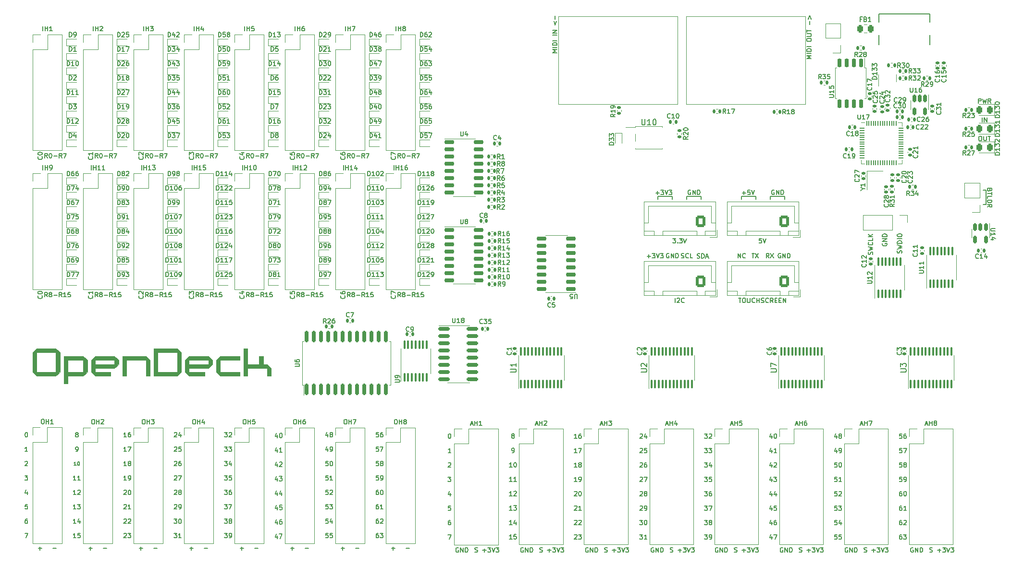
<source format=gto>
G04 #@! TF.GenerationSoftware,KiCad,Pcbnew,7.0.8*
G04 #@! TF.CreationDate,2023-10-07T11:33:10+02:00*
G04 #@! TF.ProjectId,OpenDeck-r3.1.2,4f70656e-4465-4636-9b2d-72332e312e32,rev?*
G04 #@! TF.SameCoordinates,Original*
G04 #@! TF.FileFunction,Legend,Top*
G04 #@! TF.FilePolarity,Positive*
%FSLAX46Y46*%
G04 Gerber Fmt 4.6, Leading zero omitted, Abs format (unit mm)*
G04 Created by KiCad (PCBNEW 7.0.8) date 2023-10-07 11:33:10*
%MOMM*%
%LPD*%
G01*
G04 APERTURE LIST*
G04 Aperture macros list*
%AMRoundRect*
0 Rectangle with rounded corners*
0 $1 Rounding radius*
0 $2 $3 $4 $5 $6 $7 $8 $9 X,Y pos of 4 corners*
0 Add a 4 corners polygon primitive as box body*
4,1,4,$2,$3,$4,$5,$6,$7,$8,$9,$2,$3,0*
0 Add four circle primitives for the rounded corners*
1,1,$1+$1,$2,$3*
1,1,$1+$1,$4,$5*
1,1,$1+$1,$6,$7*
1,1,$1+$1,$8,$9*
0 Add four rect primitives between the rounded corners*
20,1,$1+$1,$2,$3,$4,$5,0*
20,1,$1+$1,$4,$5,$6,$7,0*
20,1,$1+$1,$6,$7,$8,$9,0*
20,1,$1+$1,$8,$9,$2,$3,0*%
G04 Aperture macros list end*
%ADD10C,0.150000*%
%ADD11C,0.040000*%
%ADD12C,0.120000*%
%ADD13C,0.127000*%
%ADD14C,0.010000*%
%ADD15R,0.600000X0.700000*%
%ADD16RoundRect,0.140000X0.170000X-0.140000X0.170000X0.140000X-0.170000X0.140000X-0.170000X-0.140000X0*%
%ADD17R,1.700000X1.700000*%
%ADD18O,1.700000X1.700000*%
%ADD19RoundRect,0.243750X0.243750X0.456250X-0.243750X0.456250X-0.243750X-0.456250X0.243750X-0.456250X0*%
%ADD20RoundRect,0.135000X-0.135000X-0.185000X0.135000X-0.185000X0.135000X0.185000X-0.135000X0.185000X0*%
%ADD21C,5.600000*%
%ADD22RoundRect,0.250000X0.600000X0.725000X-0.600000X0.725000X-0.600000X-0.725000X0.600000X-0.725000X0*%
%ADD23O,1.700000X1.950000*%
%ADD24RoundRect,0.140000X0.140000X0.170000X-0.140000X0.170000X-0.140000X-0.170000X0.140000X-0.170000X0*%
%ADD25RoundRect,0.135000X-0.185000X0.135000X-0.185000X-0.135000X0.185000X-0.135000X0.185000X0.135000X0*%
%ADD26C,2.300000*%
%ADD27RoundRect,0.140000X-0.140000X-0.170000X0.140000X-0.170000X0.140000X0.170000X-0.140000X0.170000X0*%
%ADD28RoundRect,0.140000X-0.170000X0.140000X-0.170000X-0.140000X0.170000X-0.140000X0.170000X0.140000X0*%
%ADD29RoundRect,0.150000X-0.150000X0.650000X-0.150000X-0.650000X0.150000X-0.650000X0.150000X0.650000X0*%
%ADD30RoundRect,0.150000X-0.725000X-0.150000X0.725000X-0.150000X0.725000X0.150000X-0.725000X0.150000X0*%
%ADD31R,1.000000X1.150000*%
%ADD32RoundRect,0.150000X-0.150000X0.512500X-0.150000X-0.512500X0.150000X-0.512500X0.150000X0.512500X0*%
%ADD33RoundRect,0.100000X0.100000X-0.637500X0.100000X0.637500X-0.100000X0.637500X-0.100000X-0.637500X0*%
%ADD34R,0.700000X0.600000*%
%ADD35RoundRect,0.135000X0.185000X-0.135000X0.185000X0.135000X-0.185000X0.135000X-0.185000X-0.135000X0*%
%ADD36RoundRect,0.150000X-0.825000X-0.150000X0.825000X-0.150000X0.825000X0.150000X-0.825000X0.150000X0*%
%ADD37RoundRect,0.150000X0.150000X-0.875000X0.150000X0.875000X-0.150000X0.875000X-0.150000X-0.875000X0*%
%ADD38RoundRect,0.135000X0.135000X0.185000X-0.135000X0.185000X-0.135000X-0.185000X0.135000X-0.185000X0*%
%ADD39RoundRect,0.050000X-0.387500X-0.050000X0.387500X-0.050000X0.387500X0.050000X-0.387500X0.050000X0*%
%ADD40RoundRect,0.050000X-0.050000X-0.387500X0.050000X-0.387500X0.050000X0.387500X-0.050000X0.387500X0*%
%ADD41R,3.200000X3.200000*%
%ADD42R,1.000000X0.700000*%
%ADD43RoundRect,0.150000X0.725000X0.150000X-0.725000X0.150000X-0.725000X-0.150000X0.725000X-0.150000X0*%
%ADD44C,0.600000*%
%ADD45O,0.950000X2.050000*%
%ADD46O,0.950000X1.750000*%
%ADD47RoundRect,0.250000X-0.262500X-0.450000X0.262500X-0.450000X0.262500X0.450000X-0.262500X0.450000X0*%
%ADD48R,2.000000X0.640000*%
G04 APERTURE END LIST*
D10*
X258699000Y-57374000D02*
X258699000Y-59914000D01*
X205994000Y-58420000D02*
X208534000Y-58420000D01*
X205994000Y-58928000D02*
X205994000Y-58420000D01*
X258191000Y-57374000D02*
X258699000Y-57374000D01*
D11*
X116889300Y-85979000D02*
X116889300Y-89418584D01*
X116200520Y-90106500D01*
X112067782Y-90106500D01*
X112067782Y-89418583D01*
X112756616Y-89418583D01*
X116200520Y-89418583D01*
X116200520Y-85979000D01*
X112756616Y-85979000D01*
X112756616Y-89418583D01*
X112067782Y-89418583D01*
X112067782Y-85291083D01*
X116200520Y-85291083D01*
X116889300Y-85979000D01*
G36*
X116889300Y-85979000D02*
G01*
X116889300Y-89418584D01*
X116200520Y-90106500D01*
X112067782Y-90106500D01*
X112067782Y-89418583D01*
X112756616Y-89418583D01*
X116200520Y-89418583D01*
X116200520Y-85979000D01*
X112756616Y-85979000D01*
X112756616Y-89418583D01*
X112067782Y-89418583D01*
X112067782Y-85291083D01*
X116200520Y-85291083D01*
X116889300Y-85979000D01*
G37*
D10*
X208534000Y-58420000D02*
X208534000Y-58928000D01*
X200914000Y-58928000D02*
X200914000Y-58420000D01*
X220726000Y-58928000D02*
X220726000Y-58420000D01*
X223266000Y-58420000D02*
X223266000Y-58928000D01*
X258699000Y-59914000D02*
X258191000Y-59914000D01*
X215646000Y-58928000D02*
X215646000Y-58420000D01*
D11*
X128598623Y-88042750D02*
X130665020Y-88042750D01*
X130665020Y-86666917D01*
X131353747Y-86666917D01*
X131353747Y-88042750D01*
X132042581Y-88042750D01*
X132731311Y-88730667D01*
X132731311Y-90106500D01*
X132042581Y-90106500D01*
X132042581Y-88730667D01*
X128598626Y-88730667D01*
X128598626Y-90106500D01*
X127909844Y-90106500D01*
X127909844Y-85291083D01*
X128598623Y-85291083D01*
X128598623Y-88042750D01*
G36*
X128598623Y-88042750D02*
G01*
X130665020Y-88042750D01*
X130665020Y-86666917D01*
X131353747Y-86666917D01*
X131353747Y-88042750D01*
X132042581Y-88042750D01*
X132731311Y-88730667D01*
X132731311Y-90106500D01*
X132042581Y-90106500D01*
X132042581Y-88730667D01*
X128598626Y-88730667D01*
X128598626Y-90106500D01*
X127909844Y-90106500D01*
X127909844Y-85291083D01*
X128598623Y-85291083D01*
X128598623Y-88042750D01*
G37*
X111379000Y-87354833D02*
X111379000Y-90106500D01*
X110690222Y-90106500D01*
X110690222Y-87354833D01*
X107246318Y-87354833D01*
X107246318Y-90106500D01*
X106557537Y-90106500D01*
X106557537Y-86666917D01*
X110690222Y-86666917D01*
X111379000Y-87354833D01*
G36*
X111379000Y-87354833D02*
G01*
X111379000Y-90106500D01*
X110690222Y-90106500D01*
X110690222Y-87354833D01*
X107246318Y-87354833D01*
X107246318Y-90106500D01*
X106557537Y-90106500D01*
X106557537Y-86666917D01*
X110690222Y-86666917D01*
X111379000Y-87354833D01*
G37*
D10*
X215646000Y-58420000D02*
X218186000Y-58420000D01*
X203454000Y-58420000D02*
X203454000Y-58928000D01*
D11*
X127221063Y-87354833D02*
X123777160Y-87354833D01*
X123777160Y-89418583D01*
X127221063Y-89418583D01*
X127221063Y-90106500D01*
X123777160Y-90106500D01*
X123088381Y-89418583D01*
X123088381Y-87354833D01*
X123777160Y-86666916D01*
X127221063Y-86666916D01*
X127221063Y-87354833D01*
G36*
X127221063Y-87354833D02*
G01*
X123777160Y-87354833D01*
X123777160Y-89418583D01*
X127221063Y-89418583D01*
X127221063Y-90106500D01*
X123777160Y-90106500D01*
X123088381Y-89418583D01*
X123088381Y-87354833D01*
X123777160Y-86666916D01*
X127221063Y-86666916D01*
X127221063Y-87354833D01*
G37*
X105868707Y-87354833D02*
X105868707Y-88042750D01*
X105179977Y-88730666D01*
X101736021Y-88730666D01*
X101736021Y-89418583D01*
X104491145Y-89418583D01*
X104491145Y-90106500D01*
X101736021Y-90106500D01*
X101047240Y-89418583D01*
X101047240Y-88042750D01*
X101736021Y-88042750D01*
X105179977Y-88042750D01*
X105179977Y-87354833D01*
X101736021Y-87354833D01*
X101736021Y-88042750D01*
X101047240Y-88042750D01*
X101047240Y-87354833D01*
X101736021Y-86666916D01*
X105179977Y-86666916D01*
X105868707Y-87354833D01*
G36*
X105868707Y-87354833D02*
G01*
X105868707Y-88042750D01*
X105179977Y-88730666D01*
X101736021Y-88730666D01*
X101736021Y-89418583D01*
X104491145Y-89418583D01*
X104491145Y-90106500D01*
X101736021Y-90106500D01*
X101047240Y-89418583D01*
X101047240Y-88042750D01*
X101736021Y-88042750D01*
X105179977Y-88042750D01*
X105179977Y-87354833D01*
X101736021Y-87354833D01*
X101736021Y-88042750D01*
X101047240Y-88042750D01*
X101047240Y-87354833D01*
X101736021Y-86666916D01*
X105179977Y-86666916D01*
X105868707Y-87354833D01*
G37*
D10*
X220726000Y-58420000D02*
X223266000Y-58420000D01*
D11*
X95536943Y-85979000D02*
X95536943Y-89418583D01*
X94848215Y-90106500D01*
X91404259Y-90106500D01*
X90715478Y-89418583D01*
X91404259Y-89418583D01*
X94848215Y-89418583D01*
X94848215Y-85979000D01*
X91404259Y-85979000D01*
X91404259Y-89418583D01*
X90715478Y-89418583D01*
X90715478Y-85979000D01*
X91404259Y-85291083D01*
X94848215Y-85291083D01*
X95536943Y-85979000D01*
G36*
X95536943Y-85979000D02*
G01*
X95536943Y-89418583D01*
X94848215Y-90106500D01*
X91404259Y-90106500D01*
X90715478Y-89418583D01*
X91404259Y-89418583D01*
X94848215Y-89418583D01*
X94848215Y-85979000D01*
X91404259Y-85979000D01*
X91404259Y-89418583D01*
X90715478Y-89418583D01*
X90715478Y-85979000D01*
X91404259Y-85291083D01*
X94848215Y-85291083D01*
X95536943Y-85979000D01*
G37*
D10*
X218186000Y-58420000D02*
X218186000Y-58928000D01*
X200914000Y-58420000D02*
X203454000Y-58420000D01*
D11*
X100358460Y-87354833D02*
X100358460Y-89418583D01*
X99669679Y-90106500D01*
X96914557Y-90106500D01*
X96914557Y-91482333D01*
X96225776Y-91482333D01*
X96225776Y-89418583D01*
X96914557Y-89418583D01*
X99669679Y-89418583D01*
X99669679Y-87354833D01*
X96914557Y-87354833D01*
X96914557Y-89418583D01*
X96225776Y-89418583D01*
X96225776Y-86666917D01*
X99669679Y-86666917D01*
X100358460Y-87354833D01*
G36*
X100358460Y-87354833D02*
G01*
X100358460Y-89418583D01*
X99669679Y-90106500D01*
X96914557Y-90106500D01*
X96914557Y-91482333D01*
X96225776Y-91482333D01*
X96225776Y-89418583D01*
X96914557Y-89418583D01*
X99669679Y-89418583D01*
X99669679Y-87354833D01*
X96914557Y-87354833D01*
X96914557Y-89418583D01*
X96225776Y-89418583D01*
X96225776Y-86666917D01*
X99669679Y-86666917D01*
X100358460Y-87354833D01*
G37*
X122399545Y-87354833D02*
X122399545Y-88042750D01*
X121710818Y-88730666D01*
X118266864Y-88730666D01*
X118266864Y-89418583D01*
X121021984Y-89418583D01*
X121021984Y-90106500D01*
X118266864Y-90106500D01*
X117578082Y-89418583D01*
X117578082Y-88042750D01*
X118266864Y-88042750D01*
X121710818Y-88042750D01*
X121710818Y-87354833D01*
X118266864Y-87354833D01*
X118266864Y-88042750D01*
X117578082Y-88042750D01*
X117578082Y-87354833D01*
X118266864Y-86666916D01*
X121710818Y-86666916D01*
X122399545Y-87354833D01*
G36*
X122399545Y-87354833D02*
G01*
X122399545Y-88042750D01*
X121710818Y-88730666D01*
X118266864Y-88730666D01*
X118266864Y-89418583D01*
X121021984Y-89418583D01*
X121021984Y-90106500D01*
X118266864Y-90106500D01*
X117578082Y-89418583D01*
X117578082Y-88042750D01*
X118266864Y-88042750D01*
X121710818Y-88042750D01*
X121710818Y-87354833D01*
X118266864Y-87354833D01*
X118266864Y-88042750D01*
X117578082Y-88042750D01*
X117578082Y-87354833D01*
X118266864Y-86666916D01*
X121710818Y-86666916D01*
X122399545Y-87354833D01*
G37*
D10*
X92361104Y-75952332D02*
X92399200Y-75990428D01*
X92399200Y-75990428D02*
X92437295Y-76104713D01*
X92437295Y-76104713D02*
X92437295Y-76180904D01*
X92437295Y-76180904D02*
X92399200Y-76295190D01*
X92399200Y-76295190D02*
X92323009Y-76371380D01*
X92323009Y-76371380D02*
X92246819Y-76409475D01*
X92246819Y-76409475D02*
X92094438Y-76447571D01*
X92094438Y-76447571D02*
X91980152Y-76447571D01*
X91980152Y-76447571D02*
X91827771Y-76409475D01*
X91827771Y-76409475D02*
X91751580Y-76371380D01*
X91751580Y-76371380D02*
X91675390Y-76295190D01*
X91675390Y-76295190D02*
X91637295Y-76180904D01*
X91637295Y-76180904D02*
X91637295Y-76104713D01*
X91637295Y-76104713D02*
X91675390Y-75990428D01*
X91675390Y-75990428D02*
X91713485Y-75952332D01*
X91637295Y-75457094D02*
X91637295Y-75380904D01*
X91637295Y-75380904D02*
X91675390Y-75304713D01*
X91675390Y-75304713D02*
X91713485Y-75266618D01*
X91713485Y-75266618D02*
X91789676Y-75228523D01*
X91789676Y-75228523D02*
X91942057Y-75190428D01*
X91942057Y-75190428D02*
X92132533Y-75190428D01*
X92132533Y-75190428D02*
X92284914Y-75228523D01*
X92284914Y-75228523D02*
X92361104Y-75266618D01*
X92361104Y-75266618D02*
X92399200Y-75304713D01*
X92399200Y-75304713D02*
X92437295Y-75380904D01*
X92437295Y-75380904D02*
X92437295Y-75457094D01*
X92437295Y-75457094D02*
X92399200Y-75533285D01*
X92399200Y-75533285D02*
X92361104Y-75571380D01*
X92361104Y-75571380D02*
X92284914Y-75609475D01*
X92284914Y-75609475D02*
X92132533Y-75647571D01*
X92132533Y-75647571D02*
X91942057Y-75647571D01*
X91942057Y-75647571D02*
X91789676Y-75609475D01*
X91789676Y-75609475D02*
X91713485Y-75571380D01*
X91713485Y-75571380D02*
X91675390Y-75533285D01*
X91675390Y-75533285D02*
X91637295Y-75457094D01*
X221000428Y-105668961D02*
X221000428Y-106202295D01*
X220809952Y-105364200D02*
X220619475Y-105935628D01*
X220619475Y-105935628D02*
X221114714Y-105935628D01*
X221381380Y-105478485D02*
X221419476Y-105440390D01*
X221419476Y-105440390D02*
X221495666Y-105402295D01*
X221495666Y-105402295D02*
X221686142Y-105402295D01*
X221686142Y-105402295D02*
X221762333Y-105440390D01*
X221762333Y-105440390D02*
X221800428Y-105478485D01*
X221800428Y-105478485D02*
X221838523Y-105554676D01*
X221838523Y-105554676D02*
X221838523Y-105630866D01*
X221838523Y-105630866D02*
X221800428Y-105745152D01*
X221800428Y-105745152D02*
X221343285Y-106202295D01*
X221343285Y-106202295D02*
X221838523Y-106202295D01*
X232430428Y-100588961D02*
X232430428Y-101122295D01*
X232239952Y-100284200D02*
X232049475Y-100855628D01*
X232049475Y-100855628D02*
X232544714Y-100855628D01*
X232963761Y-100665152D02*
X232887571Y-100627057D01*
X232887571Y-100627057D02*
X232849476Y-100588961D01*
X232849476Y-100588961D02*
X232811380Y-100512771D01*
X232811380Y-100512771D02*
X232811380Y-100474676D01*
X232811380Y-100474676D02*
X232849476Y-100398485D01*
X232849476Y-100398485D02*
X232887571Y-100360390D01*
X232887571Y-100360390D02*
X232963761Y-100322295D01*
X232963761Y-100322295D02*
X233116142Y-100322295D01*
X233116142Y-100322295D02*
X233192333Y-100360390D01*
X233192333Y-100360390D02*
X233230428Y-100398485D01*
X233230428Y-100398485D02*
X233268523Y-100474676D01*
X233268523Y-100474676D02*
X233268523Y-100512771D01*
X233268523Y-100512771D02*
X233230428Y-100588961D01*
X233230428Y-100588961D02*
X233192333Y-100627057D01*
X233192333Y-100627057D02*
X233116142Y-100665152D01*
X233116142Y-100665152D02*
X232963761Y-100665152D01*
X232963761Y-100665152D02*
X232887571Y-100703247D01*
X232887571Y-100703247D02*
X232849476Y-100741342D01*
X232849476Y-100741342D02*
X232811380Y-100817533D01*
X232811380Y-100817533D02*
X232811380Y-100969914D01*
X232811380Y-100969914D02*
X232849476Y-101046104D01*
X232849476Y-101046104D02*
X232887571Y-101084200D01*
X232887571Y-101084200D02*
X232963761Y-101122295D01*
X232963761Y-101122295D02*
X233116142Y-101122295D01*
X233116142Y-101122295D02*
X233192333Y-101084200D01*
X233192333Y-101084200D02*
X233230428Y-101046104D01*
X233230428Y-101046104D02*
X233268523Y-100969914D01*
X233268523Y-100969914D02*
X233268523Y-100817533D01*
X233268523Y-100817533D02*
X233230428Y-100741342D01*
X233230428Y-100741342D02*
X233192333Y-100703247D01*
X233192333Y-100703247D02*
X233116142Y-100665152D01*
X175305809Y-100650152D02*
X175229619Y-100612057D01*
X175229619Y-100612057D02*
X175191524Y-100573961D01*
X175191524Y-100573961D02*
X175153428Y-100497771D01*
X175153428Y-100497771D02*
X175153428Y-100459676D01*
X175153428Y-100459676D02*
X175191524Y-100383485D01*
X175191524Y-100383485D02*
X175229619Y-100345390D01*
X175229619Y-100345390D02*
X175305809Y-100307295D01*
X175305809Y-100307295D02*
X175458190Y-100307295D01*
X175458190Y-100307295D02*
X175534381Y-100345390D01*
X175534381Y-100345390D02*
X175572476Y-100383485D01*
X175572476Y-100383485D02*
X175610571Y-100459676D01*
X175610571Y-100459676D02*
X175610571Y-100497771D01*
X175610571Y-100497771D02*
X175572476Y-100573961D01*
X175572476Y-100573961D02*
X175534381Y-100612057D01*
X175534381Y-100612057D02*
X175458190Y-100650152D01*
X175458190Y-100650152D02*
X175305809Y-100650152D01*
X175305809Y-100650152D02*
X175229619Y-100688247D01*
X175229619Y-100688247D02*
X175191524Y-100726342D01*
X175191524Y-100726342D02*
X175153428Y-100802533D01*
X175153428Y-100802533D02*
X175153428Y-100954914D01*
X175153428Y-100954914D02*
X175191524Y-101031104D01*
X175191524Y-101031104D02*
X175229619Y-101069200D01*
X175229619Y-101069200D02*
X175305809Y-101107295D01*
X175305809Y-101107295D02*
X175458190Y-101107295D01*
X175458190Y-101107295D02*
X175534381Y-101069200D01*
X175534381Y-101069200D02*
X175572476Y-101031104D01*
X175572476Y-101031104D02*
X175610571Y-100954914D01*
X175610571Y-100954914D02*
X175610571Y-100802533D01*
X175610571Y-100802533D02*
X175572476Y-100726342D01*
X175572476Y-100726342D02*
X175534381Y-100688247D01*
X175534381Y-100688247D02*
X175458190Y-100650152D01*
X100625834Y-120527449D02*
X101235358Y-120527449D01*
X100930596Y-120832211D02*
X100930596Y-120222687D01*
X202844476Y-68561390D02*
X202768286Y-68523295D01*
X202768286Y-68523295D02*
X202654000Y-68523295D01*
X202654000Y-68523295D02*
X202539714Y-68561390D01*
X202539714Y-68561390D02*
X202463524Y-68637580D01*
X202463524Y-68637580D02*
X202425429Y-68713771D01*
X202425429Y-68713771D02*
X202387333Y-68866152D01*
X202387333Y-68866152D02*
X202387333Y-68980438D01*
X202387333Y-68980438D02*
X202425429Y-69132819D01*
X202425429Y-69132819D02*
X202463524Y-69209009D01*
X202463524Y-69209009D02*
X202539714Y-69285200D01*
X202539714Y-69285200D02*
X202654000Y-69323295D01*
X202654000Y-69323295D02*
X202730191Y-69323295D01*
X202730191Y-69323295D02*
X202844476Y-69285200D01*
X202844476Y-69285200D02*
X202882572Y-69247104D01*
X202882572Y-69247104D02*
X202882572Y-68980438D01*
X202882572Y-68980438D02*
X202730191Y-68980438D01*
X203225429Y-69323295D02*
X203225429Y-68523295D01*
X203225429Y-68523295D02*
X203682572Y-69323295D01*
X203682572Y-69323295D02*
X203682572Y-68523295D01*
X204063524Y-69323295D02*
X204063524Y-68523295D01*
X204063524Y-68523295D02*
X204254000Y-68523295D01*
X204254000Y-68523295D02*
X204368286Y-68561390D01*
X204368286Y-68561390D02*
X204444476Y-68637580D01*
X204444476Y-68637580D02*
X204482571Y-68713771D01*
X204482571Y-68713771D02*
X204520667Y-68866152D01*
X204520667Y-68866152D02*
X204520667Y-68980438D01*
X204520667Y-68980438D02*
X204482571Y-69132819D01*
X204482571Y-69132819D02*
X204444476Y-69209009D01*
X204444476Y-69209009D02*
X204368286Y-69285200D01*
X204368286Y-69285200D02*
X204254000Y-69323295D01*
X204254000Y-69323295D02*
X204063524Y-69323295D01*
X151667119Y-107713211D02*
X151286167Y-107713211D01*
X151286167Y-107713211D02*
X151248071Y-108094163D01*
X151248071Y-108094163D02*
X151286167Y-108056068D01*
X151286167Y-108056068D02*
X151362357Y-108017973D01*
X151362357Y-108017973D02*
X151552833Y-108017973D01*
X151552833Y-108017973D02*
X151629024Y-108056068D01*
X151629024Y-108056068D02*
X151667119Y-108094163D01*
X151667119Y-108094163D02*
X151705214Y-108170354D01*
X151705214Y-108170354D02*
X151705214Y-108360830D01*
X151705214Y-108360830D02*
X151667119Y-108437020D01*
X151667119Y-108437020D02*
X151629024Y-108475116D01*
X151629024Y-108475116D02*
X151552833Y-108513211D01*
X151552833Y-108513211D02*
X151362357Y-108513211D01*
X151362357Y-108513211D02*
X151286167Y-108475116D01*
X151286167Y-108475116D02*
X151248071Y-108437020D01*
X152086167Y-108513211D02*
X152238548Y-108513211D01*
X152238548Y-108513211D02*
X152314738Y-108475116D01*
X152314738Y-108475116D02*
X152352834Y-108437020D01*
X152352834Y-108437020D02*
X152429024Y-108322735D01*
X152429024Y-108322735D02*
X152467119Y-108170354D01*
X152467119Y-108170354D02*
X152467119Y-107865592D01*
X152467119Y-107865592D02*
X152429024Y-107789401D01*
X152429024Y-107789401D02*
X152390929Y-107751306D01*
X152390929Y-107751306D02*
X152314738Y-107713211D01*
X152314738Y-107713211D02*
X152162357Y-107713211D01*
X152162357Y-107713211D02*
X152086167Y-107751306D01*
X152086167Y-107751306D02*
X152048072Y-107789401D01*
X152048072Y-107789401D02*
X152009976Y-107865592D01*
X152009976Y-107865592D02*
X152009976Y-108056068D01*
X152009976Y-108056068D02*
X152048072Y-108132258D01*
X152048072Y-108132258D02*
X152086167Y-108170354D01*
X152086167Y-108170354D02*
X152162357Y-108208449D01*
X152162357Y-108208449D02*
X152314738Y-108208449D01*
X152314738Y-108208449D02*
X152390929Y-108170354D01*
X152390929Y-108170354D02*
X152429024Y-108132258D01*
X152429024Y-108132258D02*
X152467119Y-108056068D01*
X145701104Y-75952332D02*
X145739200Y-75990428D01*
X145739200Y-75990428D02*
X145777295Y-76104713D01*
X145777295Y-76104713D02*
X145777295Y-76180904D01*
X145777295Y-76180904D02*
X145739200Y-76295190D01*
X145739200Y-76295190D02*
X145663009Y-76371380D01*
X145663009Y-76371380D02*
X145586819Y-76409475D01*
X145586819Y-76409475D02*
X145434438Y-76447571D01*
X145434438Y-76447571D02*
X145320152Y-76447571D01*
X145320152Y-76447571D02*
X145167771Y-76409475D01*
X145167771Y-76409475D02*
X145091580Y-76371380D01*
X145091580Y-76371380D02*
X145015390Y-76295190D01*
X145015390Y-76295190D02*
X144977295Y-76180904D01*
X144977295Y-76180904D02*
X144977295Y-76104713D01*
X144977295Y-76104713D02*
X145015390Y-75990428D01*
X145015390Y-75990428D02*
X145053485Y-75952332D01*
X144977295Y-75266618D02*
X144977295Y-75418999D01*
X144977295Y-75418999D02*
X145015390Y-75495190D01*
X145015390Y-75495190D02*
X145053485Y-75533285D01*
X145053485Y-75533285D02*
X145167771Y-75609475D01*
X145167771Y-75609475D02*
X145320152Y-75647571D01*
X145320152Y-75647571D02*
X145624914Y-75647571D01*
X145624914Y-75647571D02*
X145701104Y-75609475D01*
X145701104Y-75609475D02*
X145739200Y-75571380D01*
X145739200Y-75571380D02*
X145777295Y-75495190D01*
X145777295Y-75495190D02*
X145777295Y-75342809D01*
X145777295Y-75342809D02*
X145739200Y-75266618D01*
X145739200Y-75266618D02*
X145701104Y-75228523D01*
X145701104Y-75228523D02*
X145624914Y-75190428D01*
X145624914Y-75190428D02*
X145434438Y-75190428D01*
X145434438Y-75190428D02*
X145358247Y-75228523D01*
X145358247Y-75228523D02*
X145320152Y-75266618D01*
X145320152Y-75266618D02*
X145282057Y-75342809D01*
X145282057Y-75342809D02*
X145282057Y-75495190D01*
X145282057Y-75495190D02*
X145320152Y-75571380D01*
X145320152Y-75571380D02*
X145358247Y-75609475D01*
X145358247Y-75609475D02*
X145434438Y-75647571D01*
X222905476Y-120426390D02*
X222829286Y-120388295D01*
X222829286Y-120388295D02*
X222715000Y-120388295D01*
X222715000Y-120388295D02*
X222600714Y-120426390D01*
X222600714Y-120426390D02*
X222524524Y-120502580D01*
X222524524Y-120502580D02*
X222486429Y-120578771D01*
X222486429Y-120578771D02*
X222448333Y-120731152D01*
X222448333Y-120731152D02*
X222448333Y-120845438D01*
X222448333Y-120845438D02*
X222486429Y-120997819D01*
X222486429Y-120997819D02*
X222524524Y-121074009D01*
X222524524Y-121074009D02*
X222600714Y-121150200D01*
X222600714Y-121150200D02*
X222715000Y-121188295D01*
X222715000Y-121188295D02*
X222791191Y-121188295D01*
X222791191Y-121188295D02*
X222905476Y-121150200D01*
X222905476Y-121150200D02*
X222943572Y-121112104D01*
X222943572Y-121112104D02*
X222943572Y-120845438D01*
X222943572Y-120845438D02*
X222791191Y-120845438D01*
X223286429Y-121188295D02*
X223286429Y-120388295D01*
X223286429Y-120388295D02*
X223743572Y-121188295D01*
X223743572Y-121188295D02*
X223743572Y-120388295D01*
X224124524Y-121188295D02*
X224124524Y-120388295D01*
X224124524Y-120388295D02*
X224315000Y-120388295D01*
X224315000Y-120388295D02*
X224429286Y-120426390D01*
X224429286Y-120426390D02*
X224505476Y-120502580D01*
X224505476Y-120502580D02*
X224543571Y-120578771D01*
X224543571Y-120578771D02*
X224581667Y-120731152D01*
X224581667Y-120731152D02*
X224581667Y-120845438D01*
X224581667Y-120845438D02*
X224543571Y-120997819D01*
X224543571Y-120997819D02*
X224505476Y-121074009D01*
X224505476Y-121074009D02*
X224429286Y-121150200D01*
X224429286Y-121150200D02*
X224315000Y-121188295D01*
X224315000Y-121188295D02*
X224124524Y-121188295D01*
X142777119Y-105173211D02*
X142396167Y-105173211D01*
X142396167Y-105173211D02*
X142358071Y-105554163D01*
X142358071Y-105554163D02*
X142396167Y-105516068D01*
X142396167Y-105516068D02*
X142472357Y-105477973D01*
X142472357Y-105477973D02*
X142662833Y-105477973D01*
X142662833Y-105477973D02*
X142739024Y-105516068D01*
X142739024Y-105516068D02*
X142777119Y-105554163D01*
X142777119Y-105554163D02*
X142815214Y-105630354D01*
X142815214Y-105630354D02*
X142815214Y-105820830D01*
X142815214Y-105820830D02*
X142777119Y-105897020D01*
X142777119Y-105897020D02*
X142739024Y-105935116D01*
X142739024Y-105935116D02*
X142662833Y-105973211D01*
X142662833Y-105973211D02*
X142472357Y-105973211D01*
X142472357Y-105973211D02*
X142396167Y-105935116D01*
X142396167Y-105935116D02*
X142358071Y-105897020D01*
X143310453Y-105173211D02*
X143386643Y-105173211D01*
X143386643Y-105173211D02*
X143462834Y-105211306D01*
X143462834Y-105211306D02*
X143500929Y-105249401D01*
X143500929Y-105249401D02*
X143539024Y-105325592D01*
X143539024Y-105325592D02*
X143577119Y-105477973D01*
X143577119Y-105477973D02*
X143577119Y-105668449D01*
X143577119Y-105668449D02*
X143539024Y-105820830D01*
X143539024Y-105820830D02*
X143500929Y-105897020D01*
X143500929Y-105897020D02*
X143462834Y-105935116D01*
X143462834Y-105935116D02*
X143386643Y-105973211D01*
X143386643Y-105973211D02*
X143310453Y-105973211D01*
X143310453Y-105973211D02*
X143234262Y-105935116D01*
X143234262Y-105935116D02*
X143196167Y-105897020D01*
X143196167Y-105897020D02*
X143158072Y-105820830D01*
X143158072Y-105820830D02*
X143119976Y-105668449D01*
X143119976Y-105668449D02*
X143119976Y-105477973D01*
X143119976Y-105477973D02*
X143158072Y-105325592D01*
X143158072Y-105325592D02*
X143196167Y-105249401D01*
X143196167Y-105249401D02*
X143234262Y-105211306D01*
X143234262Y-105211306D02*
X143310453Y-105173211D01*
X94275834Y-120527449D02*
X94885358Y-120527449D01*
X145075834Y-120527449D02*
X145685358Y-120527449D01*
X145380596Y-120832211D02*
X145380596Y-120222687D01*
X120002524Y-76181295D02*
X119735857Y-75800342D01*
X119545381Y-76181295D02*
X119545381Y-75381295D01*
X119545381Y-75381295D02*
X119850143Y-75381295D01*
X119850143Y-75381295D02*
X119926333Y-75419390D01*
X119926333Y-75419390D02*
X119964428Y-75457485D01*
X119964428Y-75457485D02*
X120002524Y-75533676D01*
X120002524Y-75533676D02*
X120002524Y-75647961D01*
X120002524Y-75647961D02*
X119964428Y-75724152D01*
X119964428Y-75724152D02*
X119926333Y-75762247D01*
X119926333Y-75762247D02*
X119850143Y-75800342D01*
X119850143Y-75800342D02*
X119545381Y-75800342D01*
X120459666Y-75724152D02*
X120383476Y-75686057D01*
X120383476Y-75686057D02*
X120345381Y-75647961D01*
X120345381Y-75647961D02*
X120307285Y-75571771D01*
X120307285Y-75571771D02*
X120307285Y-75533676D01*
X120307285Y-75533676D02*
X120345381Y-75457485D01*
X120345381Y-75457485D02*
X120383476Y-75419390D01*
X120383476Y-75419390D02*
X120459666Y-75381295D01*
X120459666Y-75381295D02*
X120612047Y-75381295D01*
X120612047Y-75381295D02*
X120688238Y-75419390D01*
X120688238Y-75419390D02*
X120726333Y-75457485D01*
X120726333Y-75457485D02*
X120764428Y-75533676D01*
X120764428Y-75533676D02*
X120764428Y-75571771D01*
X120764428Y-75571771D02*
X120726333Y-75647961D01*
X120726333Y-75647961D02*
X120688238Y-75686057D01*
X120688238Y-75686057D02*
X120612047Y-75724152D01*
X120612047Y-75724152D02*
X120459666Y-75724152D01*
X120459666Y-75724152D02*
X120383476Y-75762247D01*
X120383476Y-75762247D02*
X120345381Y-75800342D01*
X120345381Y-75800342D02*
X120307285Y-75876533D01*
X120307285Y-75876533D02*
X120307285Y-76028914D01*
X120307285Y-76028914D02*
X120345381Y-76105104D01*
X120345381Y-76105104D02*
X120383476Y-76143200D01*
X120383476Y-76143200D02*
X120459666Y-76181295D01*
X120459666Y-76181295D02*
X120612047Y-76181295D01*
X120612047Y-76181295D02*
X120688238Y-76143200D01*
X120688238Y-76143200D02*
X120726333Y-76105104D01*
X120726333Y-76105104D02*
X120764428Y-76028914D01*
X120764428Y-76028914D02*
X120764428Y-75876533D01*
X120764428Y-75876533D02*
X120726333Y-75800342D01*
X120726333Y-75800342D02*
X120688238Y-75762247D01*
X120688238Y-75762247D02*
X120612047Y-75724152D01*
X121107286Y-75876533D02*
X121716810Y-75876533D01*
X122554905Y-76181295D02*
X122288238Y-75800342D01*
X122097762Y-76181295D02*
X122097762Y-75381295D01*
X122097762Y-75381295D02*
X122402524Y-75381295D01*
X122402524Y-75381295D02*
X122478714Y-75419390D01*
X122478714Y-75419390D02*
X122516809Y-75457485D01*
X122516809Y-75457485D02*
X122554905Y-75533676D01*
X122554905Y-75533676D02*
X122554905Y-75647961D01*
X122554905Y-75647961D02*
X122516809Y-75724152D01*
X122516809Y-75724152D02*
X122478714Y-75762247D01*
X122478714Y-75762247D02*
X122402524Y-75800342D01*
X122402524Y-75800342D02*
X122097762Y-75800342D01*
X123316809Y-76181295D02*
X122859666Y-76181295D01*
X123088238Y-76181295D02*
X123088238Y-75381295D01*
X123088238Y-75381295D02*
X123012047Y-75495580D01*
X123012047Y-75495580D02*
X122935857Y-75571771D01*
X122935857Y-75571771D02*
X122859666Y-75609866D01*
X124040619Y-75381295D02*
X123659667Y-75381295D01*
X123659667Y-75381295D02*
X123621571Y-75762247D01*
X123621571Y-75762247D02*
X123659667Y-75724152D01*
X123659667Y-75724152D02*
X123735857Y-75686057D01*
X123735857Y-75686057D02*
X123926333Y-75686057D01*
X123926333Y-75686057D02*
X124002524Y-75724152D01*
X124002524Y-75724152D02*
X124040619Y-75762247D01*
X124040619Y-75762247D02*
X124078714Y-75838438D01*
X124078714Y-75838438D02*
X124078714Y-76028914D01*
X124078714Y-76028914D02*
X124040619Y-76105104D01*
X124040619Y-76105104D02*
X124002524Y-76143200D01*
X124002524Y-76143200D02*
X123926333Y-76181295D01*
X123926333Y-76181295D02*
X123735857Y-76181295D01*
X123735857Y-76181295D02*
X123659667Y-76143200D01*
X123659667Y-76143200D02*
X123621571Y-76105104D01*
X103165834Y-120527449D02*
X103775358Y-120527449D01*
X243860428Y-113022295D02*
X243708047Y-113022295D01*
X243708047Y-113022295D02*
X243631856Y-113060390D01*
X243631856Y-113060390D02*
X243593761Y-113098485D01*
X243593761Y-113098485D02*
X243517571Y-113212771D01*
X243517571Y-113212771D02*
X243479475Y-113365152D01*
X243479475Y-113365152D02*
X243479475Y-113669914D01*
X243479475Y-113669914D02*
X243517571Y-113746104D01*
X243517571Y-113746104D02*
X243555666Y-113784200D01*
X243555666Y-113784200D02*
X243631856Y-113822295D01*
X243631856Y-113822295D02*
X243784237Y-113822295D01*
X243784237Y-113822295D02*
X243860428Y-113784200D01*
X243860428Y-113784200D02*
X243898523Y-113746104D01*
X243898523Y-113746104D02*
X243936618Y-113669914D01*
X243936618Y-113669914D02*
X243936618Y-113479438D01*
X243936618Y-113479438D02*
X243898523Y-113403247D01*
X243898523Y-113403247D02*
X243860428Y-113365152D01*
X243860428Y-113365152D02*
X243784237Y-113327057D01*
X243784237Y-113327057D02*
X243631856Y-113327057D01*
X243631856Y-113327057D02*
X243555666Y-113365152D01*
X243555666Y-113365152D02*
X243517571Y-113403247D01*
X243517571Y-113403247D02*
X243479475Y-113479438D01*
X244698523Y-113822295D02*
X244241380Y-113822295D01*
X244469952Y-113822295D02*
X244469952Y-113022295D01*
X244469952Y-113022295D02*
X244393761Y-113136580D01*
X244393761Y-113136580D02*
X244317571Y-113212771D01*
X244317571Y-113212771D02*
X244241380Y-113250866D01*
X232468523Y-118102295D02*
X232087571Y-118102295D01*
X232087571Y-118102295D02*
X232049475Y-118483247D01*
X232049475Y-118483247D02*
X232087571Y-118445152D01*
X232087571Y-118445152D02*
X232163761Y-118407057D01*
X232163761Y-118407057D02*
X232354237Y-118407057D01*
X232354237Y-118407057D02*
X232430428Y-118445152D01*
X232430428Y-118445152D02*
X232468523Y-118483247D01*
X232468523Y-118483247D02*
X232506618Y-118559438D01*
X232506618Y-118559438D02*
X232506618Y-118749914D01*
X232506618Y-118749914D02*
X232468523Y-118826104D01*
X232468523Y-118826104D02*
X232430428Y-118864200D01*
X232430428Y-118864200D02*
X232354237Y-118902295D01*
X232354237Y-118902295D02*
X232163761Y-118902295D01*
X232163761Y-118902295D02*
X232087571Y-118864200D01*
X232087571Y-118864200D02*
X232049475Y-118826104D01*
X233230428Y-118102295D02*
X232849476Y-118102295D01*
X232849476Y-118102295D02*
X232811380Y-118483247D01*
X232811380Y-118483247D02*
X232849476Y-118445152D01*
X232849476Y-118445152D02*
X232925666Y-118407057D01*
X232925666Y-118407057D02*
X233116142Y-118407057D01*
X233116142Y-118407057D02*
X233192333Y-118445152D01*
X233192333Y-118445152D02*
X233230428Y-118483247D01*
X233230428Y-118483247D02*
X233268523Y-118559438D01*
X233268523Y-118559438D02*
X233268523Y-118749914D01*
X233268523Y-118749914D02*
X233230428Y-118826104D01*
X233230428Y-118826104D02*
X233192333Y-118864200D01*
X233192333Y-118864200D02*
X233116142Y-118902295D01*
X233116142Y-118902295D02*
X232925666Y-118902295D01*
X232925666Y-118902295D02*
X232849476Y-118864200D01*
X232849476Y-118864200D02*
X232811380Y-118826104D01*
X151667119Y-105173211D02*
X151286167Y-105173211D01*
X151286167Y-105173211D02*
X151248071Y-105554163D01*
X151248071Y-105554163D02*
X151286167Y-105516068D01*
X151286167Y-105516068D02*
X151362357Y-105477973D01*
X151362357Y-105477973D02*
X151552833Y-105477973D01*
X151552833Y-105477973D02*
X151629024Y-105516068D01*
X151629024Y-105516068D02*
X151667119Y-105554163D01*
X151667119Y-105554163D02*
X151705214Y-105630354D01*
X151705214Y-105630354D02*
X151705214Y-105820830D01*
X151705214Y-105820830D02*
X151667119Y-105897020D01*
X151667119Y-105897020D02*
X151629024Y-105935116D01*
X151629024Y-105935116D02*
X151552833Y-105973211D01*
X151552833Y-105973211D02*
X151362357Y-105973211D01*
X151362357Y-105973211D02*
X151286167Y-105935116D01*
X151286167Y-105935116D02*
X151248071Y-105897020D01*
X152162357Y-105516068D02*
X152086167Y-105477973D01*
X152086167Y-105477973D02*
X152048072Y-105439877D01*
X152048072Y-105439877D02*
X152009976Y-105363687D01*
X152009976Y-105363687D02*
X152009976Y-105325592D01*
X152009976Y-105325592D02*
X152048072Y-105249401D01*
X152048072Y-105249401D02*
X152086167Y-105211306D01*
X152086167Y-105211306D02*
X152162357Y-105173211D01*
X152162357Y-105173211D02*
X152314738Y-105173211D01*
X152314738Y-105173211D02*
X152390929Y-105211306D01*
X152390929Y-105211306D02*
X152429024Y-105249401D01*
X152429024Y-105249401D02*
X152467119Y-105325592D01*
X152467119Y-105325592D02*
X152467119Y-105363687D01*
X152467119Y-105363687D02*
X152429024Y-105439877D01*
X152429024Y-105439877D02*
X152390929Y-105477973D01*
X152390929Y-105477973D02*
X152314738Y-105516068D01*
X152314738Y-105516068D02*
X152162357Y-105516068D01*
X152162357Y-105516068D02*
X152086167Y-105554163D01*
X152086167Y-105554163D02*
X152048072Y-105592258D01*
X152048072Y-105592258D02*
X152009976Y-105668449D01*
X152009976Y-105668449D02*
X152009976Y-105820830D01*
X152009976Y-105820830D02*
X152048072Y-105897020D01*
X152048072Y-105897020D02*
X152086167Y-105935116D01*
X152086167Y-105935116D02*
X152162357Y-105973211D01*
X152162357Y-105973211D02*
X152314738Y-105973211D01*
X152314738Y-105973211D02*
X152390929Y-105935116D01*
X152390929Y-105935116D02*
X152429024Y-105897020D01*
X152429024Y-105897020D02*
X152467119Y-105820830D01*
X152467119Y-105820830D02*
X152467119Y-105668449D01*
X152467119Y-105668449D02*
X152429024Y-105592258D01*
X152429024Y-105592258D02*
X152390929Y-105554163D01*
X152390929Y-105554163D02*
X152314738Y-105516068D01*
X106803071Y-115409401D02*
X106841167Y-115371306D01*
X106841167Y-115371306D02*
X106917357Y-115333211D01*
X106917357Y-115333211D02*
X107107833Y-115333211D01*
X107107833Y-115333211D02*
X107184024Y-115371306D01*
X107184024Y-115371306D02*
X107222119Y-115409401D01*
X107222119Y-115409401D02*
X107260214Y-115485592D01*
X107260214Y-115485592D02*
X107260214Y-115561782D01*
X107260214Y-115561782D02*
X107222119Y-115676068D01*
X107222119Y-115676068D02*
X106764976Y-116133211D01*
X106764976Y-116133211D02*
X107260214Y-116133211D01*
X107564976Y-115409401D02*
X107603072Y-115371306D01*
X107603072Y-115371306D02*
X107679262Y-115333211D01*
X107679262Y-115333211D02*
X107869738Y-115333211D01*
X107869738Y-115333211D02*
X107945929Y-115371306D01*
X107945929Y-115371306D02*
X107984024Y-115409401D01*
X107984024Y-115409401D02*
X108022119Y-115485592D01*
X108022119Y-115485592D02*
X108022119Y-115561782D01*
X108022119Y-115561782D02*
X107984024Y-115676068D01*
X107984024Y-115676068D02*
X107526881Y-116133211D01*
X107526881Y-116133211D02*
X108022119Y-116133211D01*
X133849024Y-118266877D02*
X133849024Y-118800211D01*
X133658548Y-117962116D02*
X133468071Y-118533544D01*
X133468071Y-118533544D02*
X133963310Y-118533544D01*
X134191881Y-118000211D02*
X134725215Y-118000211D01*
X134725215Y-118000211D02*
X134382357Y-118800211D01*
X221000427Y-103128961D02*
X221000427Y-103662295D01*
X220809951Y-102824200D02*
X220619474Y-103395628D01*
X220619474Y-103395628D02*
X221114713Y-103395628D01*
X221838522Y-103662295D02*
X221381379Y-103662295D01*
X221609951Y-103662295D02*
X221609951Y-102862295D01*
X221609951Y-102862295D02*
X221533760Y-102976580D01*
X221533760Y-102976580D02*
X221457570Y-103052771D01*
X221457570Y-103052771D02*
X221381379Y-103090866D01*
X106803071Y-110329401D02*
X106841167Y-110291306D01*
X106841167Y-110291306D02*
X106917357Y-110253211D01*
X106917357Y-110253211D02*
X107107833Y-110253211D01*
X107107833Y-110253211D02*
X107184024Y-110291306D01*
X107184024Y-110291306D02*
X107222119Y-110329401D01*
X107222119Y-110329401D02*
X107260214Y-110405592D01*
X107260214Y-110405592D02*
X107260214Y-110481782D01*
X107260214Y-110481782D02*
X107222119Y-110596068D01*
X107222119Y-110596068D02*
X106764976Y-111053211D01*
X106764976Y-111053211D02*
X107260214Y-111053211D01*
X107755453Y-110253211D02*
X107831643Y-110253211D01*
X107831643Y-110253211D02*
X107907834Y-110291306D01*
X107907834Y-110291306D02*
X107945929Y-110329401D01*
X107945929Y-110329401D02*
X107984024Y-110405592D01*
X107984024Y-110405592D02*
X108022119Y-110557973D01*
X108022119Y-110557973D02*
X108022119Y-110748449D01*
X108022119Y-110748449D02*
X107984024Y-110900830D01*
X107984024Y-110900830D02*
X107945929Y-110977020D01*
X107945929Y-110977020D02*
X107907834Y-111015116D01*
X107907834Y-111015116D02*
X107831643Y-111053211D01*
X107831643Y-111053211D02*
X107755453Y-111053211D01*
X107755453Y-111053211D02*
X107679262Y-111015116D01*
X107679262Y-111015116D02*
X107641167Y-110977020D01*
X107641167Y-110977020D02*
X107603072Y-110900830D01*
X107603072Y-110900830D02*
X107564976Y-110748449D01*
X107564976Y-110748449D02*
X107564976Y-110557973D01*
X107564976Y-110557973D02*
X107603072Y-110405592D01*
X107603072Y-110405592D02*
X107641167Y-110329401D01*
X107641167Y-110329401D02*
X107679262Y-110291306D01*
X107679262Y-110291306D02*
X107755453Y-110253211D01*
X209151380Y-113022295D02*
X209646618Y-113022295D01*
X209646618Y-113022295D02*
X209379952Y-113327057D01*
X209379952Y-113327057D02*
X209494237Y-113327057D01*
X209494237Y-113327057D02*
X209570428Y-113365152D01*
X209570428Y-113365152D02*
X209608523Y-113403247D01*
X209608523Y-113403247D02*
X209646618Y-113479438D01*
X209646618Y-113479438D02*
X209646618Y-113669914D01*
X209646618Y-113669914D02*
X209608523Y-113746104D01*
X209608523Y-113746104D02*
X209570428Y-113784200D01*
X209570428Y-113784200D02*
X209494237Y-113822295D01*
X209494237Y-113822295D02*
X209265666Y-113822295D01*
X209265666Y-113822295D02*
X209189475Y-113784200D01*
X209189475Y-113784200D02*
X209151380Y-113746104D01*
X209913285Y-113022295D02*
X210446619Y-113022295D01*
X210446619Y-113022295D02*
X210103761Y-113822295D01*
X181465476Y-120883533D02*
X182075000Y-120883533D01*
X181770238Y-121188295D02*
X181770238Y-120578771D01*
X182379761Y-120388295D02*
X182874999Y-120388295D01*
X182874999Y-120388295D02*
X182608333Y-120693057D01*
X182608333Y-120693057D02*
X182722618Y-120693057D01*
X182722618Y-120693057D02*
X182798809Y-120731152D01*
X182798809Y-120731152D02*
X182836904Y-120769247D01*
X182836904Y-120769247D02*
X182874999Y-120845438D01*
X182874999Y-120845438D02*
X182874999Y-121035914D01*
X182874999Y-121035914D02*
X182836904Y-121112104D01*
X182836904Y-121112104D02*
X182798809Y-121150200D01*
X182798809Y-121150200D02*
X182722618Y-121188295D01*
X182722618Y-121188295D02*
X182494047Y-121188295D01*
X182494047Y-121188295D02*
X182417856Y-121150200D01*
X182417856Y-121150200D02*
X182379761Y-121112104D01*
X183103571Y-120388295D02*
X183370238Y-121188295D01*
X183370238Y-121188295D02*
X183636904Y-120388295D01*
X183827380Y-120388295D02*
X184322618Y-120388295D01*
X184322618Y-120388295D02*
X184055952Y-120693057D01*
X184055952Y-120693057D02*
X184170237Y-120693057D01*
X184170237Y-120693057D02*
X184246428Y-120731152D01*
X184246428Y-120731152D02*
X184284523Y-120769247D01*
X184284523Y-120769247D02*
X184322618Y-120845438D01*
X184322618Y-120845438D02*
X184322618Y-121035914D01*
X184322618Y-121035914D02*
X184284523Y-121112104D01*
X184284523Y-121112104D02*
X184246428Y-121150200D01*
X184246428Y-121150200D02*
X184170237Y-121188295D01*
X184170237Y-121188295D02*
X183941666Y-121188295D01*
X183941666Y-121188295D02*
X183865475Y-121150200D01*
X183865475Y-121150200D02*
X183827380Y-121112104D01*
X197721380Y-115562295D02*
X198216618Y-115562295D01*
X198216618Y-115562295D02*
X197949952Y-115867057D01*
X197949952Y-115867057D02*
X198064237Y-115867057D01*
X198064237Y-115867057D02*
X198140428Y-115905152D01*
X198140428Y-115905152D02*
X198178523Y-115943247D01*
X198178523Y-115943247D02*
X198216618Y-116019438D01*
X198216618Y-116019438D02*
X198216618Y-116209914D01*
X198216618Y-116209914D02*
X198178523Y-116286104D01*
X198178523Y-116286104D02*
X198140428Y-116324200D01*
X198140428Y-116324200D02*
X198064237Y-116362295D01*
X198064237Y-116362295D02*
X197835666Y-116362295D01*
X197835666Y-116362295D02*
X197759475Y-116324200D01*
X197759475Y-116324200D02*
X197721380Y-116286104D01*
X198711857Y-115562295D02*
X198788047Y-115562295D01*
X198788047Y-115562295D02*
X198864238Y-115600390D01*
X198864238Y-115600390D02*
X198902333Y-115638485D01*
X198902333Y-115638485D02*
X198940428Y-115714676D01*
X198940428Y-115714676D02*
X198978523Y-115867057D01*
X198978523Y-115867057D02*
X198978523Y-116057533D01*
X198978523Y-116057533D02*
X198940428Y-116209914D01*
X198940428Y-116209914D02*
X198902333Y-116286104D01*
X198902333Y-116286104D02*
X198864238Y-116324200D01*
X198864238Y-116324200D02*
X198788047Y-116362295D01*
X198788047Y-116362295D02*
X198711857Y-116362295D01*
X198711857Y-116362295D02*
X198635666Y-116324200D01*
X198635666Y-116324200D02*
X198597571Y-116286104D01*
X198597571Y-116286104D02*
X198559476Y-116209914D01*
X198559476Y-116209914D02*
X198521380Y-116057533D01*
X198521380Y-116057533D02*
X198521380Y-115867057D01*
X198521380Y-115867057D02*
X198559476Y-115714676D01*
X198559476Y-115714676D02*
X198597571Y-115638485D01*
X198597571Y-115638485D02*
X198635666Y-115600390D01*
X198635666Y-115600390D02*
X198711857Y-115562295D01*
X175229618Y-108727295D02*
X174772475Y-108727295D01*
X175001047Y-108727295D02*
X175001047Y-107927295D01*
X175001047Y-107927295D02*
X174924856Y-108041580D01*
X174924856Y-108041580D02*
X174848666Y-108117771D01*
X174848666Y-108117771D02*
X174772475Y-108155866D01*
X175991523Y-108727295D02*
X175534380Y-108727295D01*
X175762952Y-108727295D02*
X175762952Y-107927295D01*
X175762952Y-107927295D02*
X175686761Y-108041580D01*
X175686761Y-108041580D02*
X175610571Y-108117771D01*
X175610571Y-108117771D02*
X175534380Y-108155866D01*
X151629024Y-117873211D02*
X151476643Y-117873211D01*
X151476643Y-117873211D02*
X151400452Y-117911306D01*
X151400452Y-117911306D02*
X151362357Y-117949401D01*
X151362357Y-117949401D02*
X151286167Y-118063687D01*
X151286167Y-118063687D02*
X151248071Y-118216068D01*
X151248071Y-118216068D02*
X151248071Y-118520830D01*
X151248071Y-118520830D02*
X151286167Y-118597020D01*
X151286167Y-118597020D02*
X151324262Y-118635116D01*
X151324262Y-118635116D02*
X151400452Y-118673211D01*
X151400452Y-118673211D02*
X151552833Y-118673211D01*
X151552833Y-118673211D02*
X151629024Y-118635116D01*
X151629024Y-118635116D02*
X151667119Y-118597020D01*
X151667119Y-118597020D02*
X151705214Y-118520830D01*
X151705214Y-118520830D02*
X151705214Y-118330354D01*
X151705214Y-118330354D02*
X151667119Y-118254163D01*
X151667119Y-118254163D02*
X151629024Y-118216068D01*
X151629024Y-118216068D02*
X151552833Y-118177973D01*
X151552833Y-118177973D02*
X151400452Y-118177973D01*
X151400452Y-118177973D02*
X151324262Y-118216068D01*
X151324262Y-118216068D02*
X151286167Y-118254163D01*
X151286167Y-118254163D02*
X151248071Y-118330354D01*
X151971881Y-117873211D02*
X152467119Y-117873211D01*
X152467119Y-117873211D02*
X152200453Y-118177973D01*
X152200453Y-118177973D02*
X152314738Y-118177973D01*
X152314738Y-118177973D02*
X152390929Y-118216068D01*
X152390929Y-118216068D02*
X152429024Y-118254163D01*
X152429024Y-118254163D02*
X152467119Y-118330354D01*
X152467119Y-118330354D02*
X152467119Y-118520830D01*
X152467119Y-118520830D02*
X152429024Y-118597020D01*
X152429024Y-118597020D02*
X152390929Y-118635116D01*
X152390929Y-118635116D02*
X152314738Y-118673211D01*
X152314738Y-118673211D02*
X152086167Y-118673211D01*
X152086167Y-118673211D02*
X152009976Y-118635116D01*
X152009976Y-118635116D02*
X151971881Y-118597020D01*
X107260214Y-100893211D02*
X106803071Y-100893211D01*
X107031643Y-100893211D02*
X107031643Y-100093211D01*
X107031643Y-100093211D02*
X106955452Y-100207496D01*
X106955452Y-100207496D02*
X106879262Y-100283687D01*
X106879262Y-100283687D02*
X106803071Y-100321782D01*
X107945929Y-100093211D02*
X107793548Y-100093211D01*
X107793548Y-100093211D02*
X107717357Y-100131306D01*
X107717357Y-100131306D02*
X107679262Y-100169401D01*
X107679262Y-100169401D02*
X107603072Y-100283687D01*
X107603072Y-100283687D02*
X107564976Y-100436068D01*
X107564976Y-100436068D02*
X107564976Y-100740830D01*
X107564976Y-100740830D02*
X107603072Y-100817020D01*
X107603072Y-100817020D02*
X107641167Y-100855116D01*
X107641167Y-100855116D02*
X107717357Y-100893211D01*
X107717357Y-100893211D02*
X107869738Y-100893211D01*
X107869738Y-100893211D02*
X107945929Y-100855116D01*
X107945929Y-100855116D02*
X107984024Y-100817020D01*
X107984024Y-100817020D02*
X108022119Y-100740830D01*
X108022119Y-100740830D02*
X108022119Y-100550354D01*
X108022119Y-100550354D02*
X107984024Y-100474163D01*
X107984024Y-100474163D02*
X107945929Y-100436068D01*
X107945929Y-100436068D02*
X107869738Y-100397973D01*
X107869738Y-100397973D02*
X107717357Y-100397973D01*
X107717357Y-100397973D02*
X107641167Y-100436068D01*
X107641167Y-100436068D02*
X107603072Y-100474163D01*
X107603072Y-100474163D02*
X107564976Y-100550354D01*
X127921104Y-75952332D02*
X127959200Y-75990428D01*
X127959200Y-75990428D02*
X127997295Y-76104713D01*
X127997295Y-76104713D02*
X127997295Y-76180904D01*
X127997295Y-76180904D02*
X127959200Y-76295190D01*
X127959200Y-76295190D02*
X127883009Y-76371380D01*
X127883009Y-76371380D02*
X127806819Y-76409475D01*
X127806819Y-76409475D02*
X127654438Y-76447571D01*
X127654438Y-76447571D02*
X127540152Y-76447571D01*
X127540152Y-76447571D02*
X127387771Y-76409475D01*
X127387771Y-76409475D02*
X127311580Y-76371380D01*
X127311580Y-76371380D02*
X127235390Y-76295190D01*
X127235390Y-76295190D02*
X127197295Y-76180904D01*
X127197295Y-76180904D02*
X127197295Y-76104713D01*
X127197295Y-76104713D02*
X127235390Y-75990428D01*
X127235390Y-75990428D02*
X127273485Y-75952332D01*
X127463961Y-75266618D02*
X127997295Y-75266618D01*
X127159200Y-75457094D02*
X127730628Y-75647571D01*
X127730628Y-75647571D02*
X127730628Y-75152332D01*
X133849024Y-115726877D02*
X133849024Y-116260211D01*
X133658548Y-115422116D02*
X133468071Y-115993544D01*
X133468071Y-115993544D02*
X133963310Y-115993544D01*
X134610929Y-115460211D02*
X134458548Y-115460211D01*
X134458548Y-115460211D02*
X134382357Y-115498306D01*
X134382357Y-115498306D02*
X134344262Y-115536401D01*
X134344262Y-115536401D02*
X134268072Y-115650687D01*
X134268072Y-115650687D02*
X134229976Y-115803068D01*
X134229976Y-115803068D02*
X134229976Y-116107830D01*
X134229976Y-116107830D02*
X134268072Y-116184020D01*
X134268072Y-116184020D02*
X134306167Y-116222116D01*
X134306167Y-116222116D02*
X134382357Y-116260211D01*
X134382357Y-116260211D02*
X134534738Y-116260211D01*
X134534738Y-116260211D02*
X134610929Y-116222116D01*
X134610929Y-116222116D02*
X134649024Y-116184020D01*
X134649024Y-116184020D02*
X134687119Y-116107830D01*
X134687119Y-116107830D02*
X134687119Y-115917354D01*
X134687119Y-115917354D02*
X134649024Y-115841163D01*
X134649024Y-115841163D02*
X134610929Y-115803068D01*
X134610929Y-115803068D02*
X134534738Y-115764973D01*
X134534738Y-115764973D02*
X134382357Y-115764973D01*
X134382357Y-115764973D02*
X134306167Y-115803068D01*
X134306167Y-115803068D02*
X134268072Y-115841163D01*
X134268072Y-115841163D02*
X134229976Y-115917354D01*
X209151380Y-107942295D02*
X209646618Y-107942295D01*
X209646618Y-107942295D02*
X209379952Y-108247057D01*
X209379952Y-108247057D02*
X209494237Y-108247057D01*
X209494237Y-108247057D02*
X209570428Y-108285152D01*
X209570428Y-108285152D02*
X209608523Y-108323247D01*
X209608523Y-108323247D02*
X209646618Y-108399438D01*
X209646618Y-108399438D02*
X209646618Y-108589914D01*
X209646618Y-108589914D02*
X209608523Y-108666104D01*
X209608523Y-108666104D02*
X209570428Y-108704200D01*
X209570428Y-108704200D02*
X209494237Y-108742295D01*
X209494237Y-108742295D02*
X209265666Y-108742295D01*
X209265666Y-108742295D02*
X209189475Y-108704200D01*
X209189475Y-108704200D02*
X209151380Y-108666104D01*
X210370428Y-107942295D02*
X209989476Y-107942295D01*
X209989476Y-107942295D02*
X209951380Y-108323247D01*
X209951380Y-108323247D02*
X209989476Y-108285152D01*
X209989476Y-108285152D02*
X210065666Y-108247057D01*
X210065666Y-108247057D02*
X210256142Y-108247057D01*
X210256142Y-108247057D02*
X210332333Y-108285152D01*
X210332333Y-108285152D02*
X210370428Y-108323247D01*
X210370428Y-108323247D02*
X210408523Y-108399438D01*
X210408523Y-108399438D02*
X210408523Y-108589914D01*
X210408523Y-108589914D02*
X210370428Y-108666104D01*
X210370428Y-108666104D02*
X210332333Y-108704200D01*
X210332333Y-108704200D02*
X210256142Y-108742295D01*
X210256142Y-108742295D02*
X210065666Y-108742295D01*
X210065666Y-108742295D02*
X209989476Y-108704200D01*
X209989476Y-108704200D02*
X209951380Y-108666104D01*
X245892476Y-120426390D02*
X245816286Y-120388295D01*
X245816286Y-120388295D02*
X245702000Y-120388295D01*
X245702000Y-120388295D02*
X245587714Y-120426390D01*
X245587714Y-120426390D02*
X245511524Y-120502580D01*
X245511524Y-120502580D02*
X245473429Y-120578771D01*
X245473429Y-120578771D02*
X245435333Y-120731152D01*
X245435333Y-120731152D02*
X245435333Y-120845438D01*
X245435333Y-120845438D02*
X245473429Y-120997819D01*
X245473429Y-120997819D02*
X245511524Y-121074009D01*
X245511524Y-121074009D02*
X245587714Y-121150200D01*
X245587714Y-121150200D02*
X245702000Y-121188295D01*
X245702000Y-121188295D02*
X245778191Y-121188295D01*
X245778191Y-121188295D02*
X245892476Y-121150200D01*
X245892476Y-121150200D02*
X245930572Y-121112104D01*
X245930572Y-121112104D02*
X245930572Y-120845438D01*
X245930572Y-120845438D02*
X245778191Y-120845438D01*
X246273429Y-121188295D02*
X246273429Y-120388295D01*
X246273429Y-120388295D02*
X246730572Y-121188295D01*
X246730572Y-121188295D02*
X246730572Y-120388295D01*
X247111524Y-121188295D02*
X247111524Y-120388295D01*
X247111524Y-120388295D02*
X247302000Y-120388295D01*
X247302000Y-120388295D02*
X247416286Y-120426390D01*
X247416286Y-120426390D02*
X247492476Y-120502580D01*
X247492476Y-120502580D02*
X247530571Y-120578771D01*
X247530571Y-120578771D02*
X247568667Y-120731152D01*
X247568667Y-120731152D02*
X247568667Y-120845438D01*
X247568667Y-120845438D02*
X247530571Y-120997819D01*
X247530571Y-120997819D02*
X247492476Y-121074009D01*
X247492476Y-121074009D02*
X247416286Y-121150200D01*
X247416286Y-121150200D02*
X247302000Y-121188295D01*
X247302000Y-121188295D02*
X247111524Y-121188295D01*
X151667119Y-100093211D02*
X151286167Y-100093211D01*
X151286167Y-100093211D02*
X151248071Y-100474163D01*
X151248071Y-100474163D02*
X151286167Y-100436068D01*
X151286167Y-100436068D02*
X151362357Y-100397973D01*
X151362357Y-100397973D02*
X151552833Y-100397973D01*
X151552833Y-100397973D02*
X151629024Y-100436068D01*
X151629024Y-100436068D02*
X151667119Y-100474163D01*
X151667119Y-100474163D02*
X151705214Y-100550354D01*
X151705214Y-100550354D02*
X151705214Y-100740830D01*
X151705214Y-100740830D02*
X151667119Y-100817020D01*
X151667119Y-100817020D02*
X151629024Y-100855116D01*
X151629024Y-100855116D02*
X151552833Y-100893211D01*
X151552833Y-100893211D02*
X151362357Y-100893211D01*
X151362357Y-100893211D02*
X151286167Y-100855116D01*
X151286167Y-100855116D02*
X151248071Y-100817020D01*
X152390929Y-100093211D02*
X152238548Y-100093211D01*
X152238548Y-100093211D02*
X152162357Y-100131306D01*
X152162357Y-100131306D02*
X152124262Y-100169401D01*
X152124262Y-100169401D02*
X152048072Y-100283687D01*
X152048072Y-100283687D02*
X152009976Y-100436068D01*
X152009976Y-100436068D02*
X152009976Y-100740830D01*
X152009976Y-100740830D02*
X152048072Y-100817020D01*
X152048072Y-100817020D02*
X152086167Y-100855116D01*
X152086167Y-100855116D02*
X152162357Y-100893211D01*
X152162357Y-100893211D02*
X152314738Y-100893211D01*
X152314738Y-100893211D02*
X152390929Y-100855116D01*
X152390929Y-100855116D02*
X152429024Y-100817020D01*
X152429024Y-100817020D02*
X152467119Y-100740830D01*
X152467119Y-100740830D02*
X152467119Y-100550354D01*
X152467119Y-100550354D02*
X152429024Y-100474163D01*
X152429024Y-100474163D02*
X152390929Y-100436068D01*
X152390929Y-100436068D02*
X152314738Y-100397973D01*
X152314738Y-100397973D02*
X152162357Y-100397973D01*
X152162357Y-100397973D02*
X152086167Y-100436068D01*
X152086167Y-100436068D02*
X152048072Y-100474163D01*
X152048072Y-100474163D02*
X152009976Y-100550354D01*
X163939333Y-107942295D02*
X164434571Y-107942295D01*
X164434571Y-107942295D02*
X164167905Y-108247057D01*
X164167905Y-108247057D02*
X164282190Y-108247057D01*
X164282190Y-108247057D02*
X164358381Y-108285152D01*
X164358381Y-108285152D02*
X164396476Y-108323247D01*
X164396476Y-108323247D02*
X164434571Y-108399438D01*
X164434571Y-108399438D02*
X164434571Y-108589914D01*
X164434571Y-108589914D02*
X164396476Y-108666104D01*
X164396476Y-108666104D02*
X164358381Y-108704200D01*
X164358381Y-108704200D02*
X164282190Y-108742295D01*
X164282190Y-108742295D02*
X164053619Y-108742295D01*
X164053619Y-108742295D02*
X163977428Y-108704200D01*
X163977428Y-108704200D02*
X163939333Y-108666104D01*
X111112476Y-51670295D02*
X110845809Y-51289342D01*
X110655333Y-51670295D02*
X110655333Y-50870295D01*
X110655333Y-50870295D02*
X110960095Y-50870295D01*
X110960095Y-50870295D02*
X111036285Y-50908390D01*
X111036285Y-50908390D02*
X111074380Y-50946485D01*
X111074380Y-50946485D02*
X111112476Y-51022676D01*
X111112476Y-51022676D02*
X111112476Y-51136961D01*
X111112476Y-51136961D02*
X111074380Y-51213152D01*
X111074380Y-51213152D02*
X111036285Y-51251247D01*
X111036285Y-51251247D02*
X110960095Y-51289342D01*
X110960095Y-51289342D02*
X110655333Y-51289342D01*
X111607714Y-50870295D02*
X111683904Y-50870295D01*
X111683904Y-50870295D02*
X111760095Y-50908390D01*
X111760095Y-50908390D02*
X111798190Y-50946485D01*
X111798190Y-50946485D02*
X111836285Y-51022676D01*
X111836285Y-51022676D02*
X111874380Y-51175057D01*
X111874380Y-51175057D02*
X111874380Y-51365533D01*
X111874380Y-51365533D02*
X111836285Y-51517914D01*
X111836285Y-51517914D02*
X111798190Y-51594104D01*
X111798190Y-51594104D02*
X111760095Y-51632200D01*
X111760095Y-51632200D02*
X111683904Y-51670295D01*
X111683904Y-51670295D02*
X111607714Y-51670295D01*
X111607714Y-51670295D02*
X111531523Y-51632200D01*
X111531523Y-51632200D02*
X111493428Y-51594104D01*
X111493428Y-51594104D02*
X111455333Y-51517914D01*
X111455333Y-51517914D02*
X111417237Y-51365533D01*
X111417237Y-51365533D02*
X111417237Y-51175057D01*
X111417237Y-51175057D02*
X111455333Y-51022676D01*
X111455333Y-51022676D02*
X111493428Y-50946485D01*
X111493428Y-50946485D02*
X111531523Y-50908390D01*
X111531523Y-50908390D02*
X111607714Y-50870295D01*
X112217238Y-51365533D02*
X112826762Y-51365533D01*
X113664857Y-51670295D02*
X113398190Y-51289342D01*
X113207714Y-51670295D02*
X113207714Y-50870295D01*
X113207714Y-50870295D02*
X113512476Y-50870295D01*
X113512476Y-50870295D02*
X113588666Y-50908390D01*
X113588666Y-50908390D02*
X113626761Y-50946485D01*
X113626761Y-50946485D02*
X113664857Y-51022676D01*
X113664857Y-51022676D02*
X113664857Y-51136961D01*
X113664857Y-51136961D02*
X113626761Y-51213152D01*
X113626761Y-51213152D02*
X113588666Y-51251247D01*
X113588666Y-51251247D02*
X113512476Y-51289342D01*
X113512476Y-51289342D02*
X113207714Y-51289342D01*
X113931523Y-50870295D02*
X114464857Y-50870295D01*
X114464857Y-50870295D02*
X114121999Y-51670295D01*
X89779977Y-110519877D02*
X89779977Y-111053211D01*
X89589501Y-110215116D02*
X89399024Y-110786544D01*
X89399024Y-110786544D02*
X89894263Y-110786544D01*
X220465667Y-69323295D02*
X220199000Y-68942342D01*
X220008524Y-69323295D02*
X220008524Y-68523295D01*
X220008524Y-68523295D02*
X220313286Y-68523295D01*
X220313286Y-68523295D02*
X220389476Y-68561390D01*
X220389476Y-68561390D02*
X220427571Y-68599485D01*
X220427571Y-68599485D02*
X220465667Y-68675676D01*
X220465667Y-68675676D02*
X220465667Y-68789961D01*
X220465667Y-68789961D02*
X220427571Y-68866152D01*
X220427571Y-68866152D02*
X220389476Y-68904247D01*
X220389476Y-68904247D02*
X220313286Y-68942342D01*
X220313286Y-68942342D02*
X220008524Y-68942342D01*
X220732333Y-68523295D02*
X221265667Y-69323295D01*
X221265667Y-68523295D02*
X220732333Y-69323295D01*
X102222524Y-76181295D02*
X101955857Y-75800342D01*
X101765381Y-76181295D02*
X101765381Y-75381295D01*
X101765381Y-75381295D02*
X102070143Y-75381295D01*
X102070143Y-75381295D02*
X102146333Y-75419390D01*
X102146333Y-75419390D02*
X102184428Y-75457485D01*
X102184428Y-75457485D02*
X102222524Y-75533676D01*
X102222524Y-75533676D02*
X102222524Y-75647961D01*
X102222524Y-75647961D02*
X102184428Y-75724152D01*
X102184428Y-75724152D02*
X102146333Y-75762247D01*
X102146333Y-75762247D02*
X102070143Y-75800342D01*
X102070143Y-75800342D02*
X101765381Y-75800342D01*
X102679666Y-75724152D02*
X102603476Y-75686057D01*
X102603476Y-75686057D02*
X102565381Y-75647961D01*
X102565381Y-75647961D02*
X102527285Y-75571771D01*
X102527285Y-75571771D02*
X102527285Y-75533676D01*
X102527285Y-75533676D02*
X102565381Y-75457485D01*
X102565381Y-75457485D02*
X102603476Y-75419390D01*
X102603476Y-75419390D02*
X102679666Y-75381295D01*
X102679666Y-75381295D02*
X102832047Y-75381295D01*
X102832047Y-75381295D02*
X102908238Y-75419390D01*
X102908238Y-75419390D02*
X102946333Y-75457485D01*
X102946333Y-75457485D02*
X102984428Y-75533676D01*
X102984428Y-75533676D02*
X102984428Y-75571771D01*
X102984428Y-75571771D02*
X102946333Y-75647961D01*
X102946333Y-75647961D02*
X102908238Y-75686057D01*
X102908238Y-75686057D02*
X102832047Y-75724152D01*
X102832047Y-75724152D02*
X102679666Y-75724152D01*
X102679666Y-75724152D02*
X102603476Y-75762247D01*
X102603476Y-75762247D02*
X102565381Y-75800342D01*
X102565381Y-75800342D02*
X102527285Y-75876533D01*
X102527285Y-75876533D02*
X102527285Y-76028914D01*
X102527285Y-76028914D02*
X102565381Y-76105104D01*
X102565381Y-76105104D02*
X102603476Y-76143200D01*
X102603476Y-76143200D02*
X102679666Y-76181295D01*
X102679666Y-76181295D02*
X102832047Y-76181295D01*
X102832047Y-76181295D02*
X102908238Y-76143200D01*
X102908238Y-76143200D02*
X102946333Y-76105104D01*
X102946333Y-76105104D02*
X102984428Y-76028914D01*
X102984428Y-76028914D02*
X102984428Y-75876533D01*
X102984428Y-75876533D02*
X102946333Y-75800342D01*
X102946333Y-75800342D02*
X102908238Y-75762247D01*
X102908238Y-75762247D02*
X102832047Y-75724152D01*
X103327286Y-75876533D02*
X103936810Y-75876533D01*
X104774905Y-76181295D02*
X104508238Y-75800342D01*
X104317762Y-76181295D02*
X104317762Y-75381295D01*
X104317762Y-75381295D02*
X104622524Y-75381295D01*
X104622524Y-75381295D02*
X104698714Y-75419390D01*
X104698714Y-75419390D02*
X104736809Y-75457485D01*
X104736809Y-75457485D02*
X104774905Y-75533676D01*
X104774905Y-75533676D02*
X104774905Y-75647961D01*
X104774905Y-75647961D02*
X104736809Y-75724152D01*
X104736809Y-75724152D02*
X104698714Y-75762247D01*
X104698714Y-75762247D02*
X104622524Y-75800342D01*
X104622524Y-75800342D02*
X104317762Y-75800342D01*
X105536809Y-76181295D02*
X105079666Y-76181295D01*
X105308238Y-76181295D02*
X105308238Y-75381295D01*
X105308238Y-75381295D02*
X105232047Y-75495580D01*
X105232047Y-75495580D02*
X105155857Y-75571771D01*
X105155857Y-75571771D02*
X105079666Y-75609866D01*
X106260619Y-75381295D02*
X105879667Y-75381295D01*
X105879667Y-75381295D02*
X105841571Y-75762247D01*
X105841571Y-75762247D02*
X105879667Y-75724152D01*
X105879667Y-75724152D02*
X105955857Y-75686057D01*
X105955857Y-75686057D02*
X106146333Y-75686057D01*
X106146333Y-75686057D02*
X106222524Y-75724152D01*
X106222524Y-75724152D02*
X106260619Y-75762247D01*
X106260619Y-75762247D02*
X106298714Y-75838438D01*
X106298714Y-75838438D02*
X106298714Y-76028914D01*
X106298714Y-76028914D02*
X106260619Y-76105104D01*
X106260619Y-76105104D02*
X106222524Y-76143200D01*
X106222524Y-76143200D02*
X106146333Y-76181295D01*
X106146333Y-76181295D02*
X105955857Y-76181295D01*
X105955857Y-76181295D02*
X105879667Y-76143200D01*
X105879667Y-76143200D02*
X105841571Y-76105104D01*
X124539976Y-110253211D02*
X125035214Y-110253211D01*
X125035214Y-110253211D02*
X124768548Y-110557973D01*
X124768548Y-110557973D02*
X124882833Y-110557973D01*
X124882833Y-110557973D02*
X124959024Y-110596068D01*
X124959024Y-110596068D02*
X124997119Y-110634163D01*
X124997119Y-110634163D02*
X125035214Y-110710354D01*
X125035214Y-110710354D02*
X125035214Y-110900830D01*
X125035214Y-110900830D02*
X124997119Y-110977020D01*
X124997119Y-110977020D02*
X124959024Y-111015116D01*
X124959024Y-111015116D02*
X124882833Y-111053211D01*
X124882833Y-111053211D02*
X124654262Y-111053211D01*
X124654262Y-111053211D02*
X124578071Y-111015116D01*
X124578071Y-111015116D02*
X124539976Y-110977020D01*
X125720929Y-110253211D02*
X125568548Y-110253211D01*
X125568548Y-110253211D02*
X125492357Y-110291306D01*
X125492357Y-110291306D02*
X125454262Y-110329401D01*
X125454262Y-110329401D02*
X125378072Y-110443687D01*
X125378072Y-110443687D02*
X125339976Y-110596068D01*
X125339976Y-110596068D02*
X125339976Y-110900830D01*
X125339976Y-110900830D02*
X125378072Y-110977020D01*
X125378072Y-110977020D02*
X125416167Y-111015116D01*
X125416167Y-111015116D02*
X125492357Y-111053211D01*
X125492357Y-111053211D02*
X125644738Y-111053211D01*
X125644738Y-111053211D02*
X125720929Y-111015116D01*
X125720929Y-111015116D02*
X125759024Y-110977020D01*
X125759024Y-110977020D02*
X125797119Y-110900830D01*
X125797119Y-110900830D02*
X125797119Y-110710354D01*
X125797119Y-110710354D02*
X125759024Y-110634163D01*
X125759024Y-110634163D02*
X125720929Y-110596068D01*
X125720929Y-110596068D02*
X125644738Y-110557973D01*
X125644738Y-110557973D02*
X125492357Y-110557973D01*
X125492357Y-110557973D02*
X125416167Y-110596068D01*
X125416167Y-110596068D02*
X125378072Y-110634163D01*
X125378072Y-110634163D02*
X125339976Y-110710354D01*
X124539976Y-117873211D02*
X125035214Y-117873211D01*
X125035214Y-117873211D02*
X124768548Y-118177973D01*
X124768548Y-118177973D02*
X124882833Y-118177973D01*
X124882833Y-118177973D02*
X124959024Y-118216068D01*
X124959024Y-118216068D02*
X124997119Y-118254163D01*
X124997119Y-118254163D02*
X125035214Y-118330354D01*
X125035214Y-118330354D02*
X125035214Y-118520830D01*
X125035214Y-118520830D02*
X124997119Y-118597020D01*
X124997119Y-118597020D02*
X124959024Y-118635116D01*
X124959024Y-118635116D02*
X124882833Y-118673211D01*
X124882833Y-118673211D02*
X124654262Y-118673211D01*
X124654262Y-118673211D02*
X124578071Y-118635116D01*
X124578071Y-118635116D02*
X124539976Y-118597020D01*
X125416167Y-118673211D02*
X125568548Y-118673211D01*
X125568548Y-118673211D02*
X125644738Y-118635116D01*
X125644738Y-118635116D02*
X125682834Y-118597020D01*
X125682834Y-118597020D02*
X125759024Y-118482735D01*
X125759024Y-118482735D02*
X125797119Y-118330354D01*
X125797119Y-118330354D02*
X125797119Y-118025592D01*
X125797119Y-118025592D02*
X125759024Y-117949401D01*
X125759024Y-117949401D02*
X125720929Y-117911306D01*
X125720929Y-117911306D02*
X125644738Y-117873211D01*
X125644738Y-117873211D02*
X125492357Y-117873211D01*
X125492357Y-117873211D02*
X125416167Y-117911306D01*
X125416167Y-117911306D02*
X125378072Y-117949401D01*
X125378072Y-117949401D02*
X125339976Y-118025592D01*
X125339976Y-118025592D02*
X125339976Y-118216068D01*
X125339976Y-118216068D02*
X125378072Y-118292258D01*
X125378072Y-118292258D02*
X125416167Y-118330354D01*
X125416167Y-118330354D02*
X125492357Y-118368449D01*
X125492357Y-118368449D02*
X125644738Y-118368449D01*
X125644738Y-118368449D02*
X125720929Y-118330354D01*
X125720929Y-118330354D02*
X125759024Y-118292258D01*
X125759024Y-118292258D02*
X125797119Y-118216068D01*
X155562524Y-76181295D02*
X155295857Y-75800342D01*
X155105381Y-76181295D02*
X155105381Y-75381295D01*
X155105381Y-75381295D02*
X155410143Y-75381295D01*
X155410143Y-75381295D02*
X155486333Y-75419390D01*
X155486333Y-75419390D02*
X155524428Y-75457485D01*
X155524428Y-75457485D02*
X155562524Y-75533676D01*
X155562524Y-75533676D02*
X155562524Y-75647961D01*
X155562524Y-75647961D02*
X155524428Y-75724152D01*
X155524428Y-75724152D02*
X155486333Y-75762247D01*
X155486333Y-75762247D02*
X155410143Y-75800342D01*
X155410143Y-75800342D02*
X155105381Y-75800342D01*
X156019666Y-75724152D02*
X155943476Y-75686057D01*
X155943476Y-75686057D02*
X155905381Y-75647961D01*
X155905381Y-75647961D02*
X155867285Y-75571771D01*
X155867285Y-75571771D02*
X155867285Y-75533676D01*
X155867285Y-75533676D02*
X155905381Y-75457485D01*
X155905381Y-75457485D02*
X155943476Y-75419390D01*
X155943476Y-75419390D02*
X156019666Y-75381295D01*
X156019666Y-75381295D02*
X156172047Y-75381295D01*
X156172047Y-75381295D02*
X156248238Y-75419390D01*
X156248238Y-75419390D02*
X156286333Y-75457485D01*
X156286333Y-75457485D02*
X156324428Y-75533676D01*
X156324428Y-75533676D02*
X156324428Y-75571771D01*
X156324428Y-75571771D02*
X156286333Y-75647961D01*
X156286333Y-75647961D02*
X156248238Y-75686057D01*
X156248238Y-75686057D02*
X156172047Y-75724152D01*
X156172047Y-75724152D02*
X156019666Y-75724152D01*
X156019666Y-75724152D02*
X155943476Y-75762247D01*
X155943476Y-75762247D02*
X155905381Y-75800342D01*
X155905381Y-75800342D02*
X155867285Y-75876533D01*
X155867285Y-75876533D02*
X155867285Y-76028914D01*
X155867285Y-76028914D02*
X155905381Y-76105104D01*
X155905381Y-76105104D02*
X155943476Y-76143200D01*
X155943476Y-76143200D02*
X156019666Y-76181295D01*
X156019666Y-76181295D02*
X156172047Y-76181295D01*
X156172047Y-76181295D02*
X156248238Y-76143200D01*
X156248238Y-76143200D02*
X156286333Y-76105104D01*
X156286333Y-76105104D02*
X156324428Y-76028914D01*
X156324428Y-76028914D02*
X156324428Y-75876533D01*
X156324428Y-75876533D02*
X156286333Y-75800342D01*
X156286333Y-75800342D02*
X156248238Y-75762247D01*
X156248238Y-75762247D02*
X156172047Y-75724152D01*
X156667286Y-75876533D02*
X157276810Y-75876533D01*
X158114905Y-76181295D02*
X157848238Y-75800342D01*
X157657762Y-76181295D02*
X157657762Y-75381295D01*
X157657762Y-75381295D02*
X157962524Y-75381295D01*
X157962524Y-75381295D02*
X158038714Y-75419390D01*
X158038714Y-75419390D02*
X158076809Y-75457485D01*
X158076809Y-75457485D02*
X158114905Y-75533676D01*
X158114905Y-75533676D02*
X158114905Y-75647961D01*
X158114905Y-75647961D02*
X158076809Y-75724152D01*
X158076809Y-75724152D02*
X158038714Y-75762247D01*
X158038714Y-75762247D02*
X157962524Y-75800342D01*
X157962524Y-75800342D02*
X157657762Y-75800342D01*
X158876809Y-76181295D02*
X158419666Y-76181295D01*
X158648238Y-76181295D02*
X158648238Y-75381295D01*
X158648238Y-75381295D02*
X158572047Y-75495580D01*
X158572047Y-75495580D02*
X158495857Y-75571771D01*
X158495857Y-75571771D02*
X158419666Y-75609866D01*
X159600619Y-75381295D02*
X159219667Y-75381295D01*
X159219667Y-75381295D02*
X159181571Y-75762247D01*
X159181571Y-75762247D02*
X159219667Y-75724152D01*
X159219667Y-75724152D02*
X159295857Y-75686057D01*
X159295857Y-75686057D02*
X159486333Y-75686057D01*
X159486333Y-75686057D02*
X159562524Y-75724152D01*
X159562524Y-75724152D02*
X159600619Y-75762247D01*
X159600619Y-75762247D02*
X159638714Y-75838438D01*
X159638714Y-75838438D02*
X159638714Y-76028914D01*
X159638714Y-76028914D02*
X159600619Y-76105104D01*
X159600619Y-76105104D02*
X159562524Y-76143200D01*
X159562524Y-76143200D02*
X159486333Y-76181295D01*
X159486333Y-76181295D02*
X159295857Y-76181295D01*
X159295857Y-76181295D02*
X159219667Y-76143200D01*
X159219667Y-76143200D02*
X159181571Y-76105104D01*
X133849024Y-105566877D02*
X133849024Y-106100211D01*
X133658548Y-105262116D02*
X133468071Y-105833544D01*
X133468071Y-105833544D02*
X133963310Y-105833544D01*
X134229976Y-105376401D02*
X134268072Y-105338306D01*
X134268072Y-105338306D02*
X134344262Y-105300211D01*
X134344262Y-105300211D02*
X134534738Y-105300211D01*
X134534738Y-105300211D02*
X134610929Y-105338306D01*
X134610929Y-105338306D02*
X134649024Y-105376401D01*
X134649024Y-105376401D02*
X134687119Y-105452592D01*
X134687119Y-105452592D02*
X134687119Y-105528782D01*
X134687119Y-105528782D02*
X134649024Y-105643068D01*
X134649024Y-105643068D02*
X134191881Y-106100211D01*
X134191881Y-106100211D02*
X134687119Y-106100211D01*
X106803071Y-117949401D02*
X106841167Y-117911306D01*
X106841167Y-117911306D02*
X106917357Y-117873211D01*
X106917357Y-117873211D02*
X107107833Y-117873211D01*
X107107833Y-117873211D02*
X107184024Y-117911306D01*
X107184024Y-117911306D02*
X107222119Y-117949401D01*
X107222119Y-117949401D02*
X107260214Y-118025592D01*
X107260214Y-118025592D02*
X107260214Y-118101782D01*
X107260214Y-118101782D02*
X107222119Y-118216068D01*
X107222119Y-118216068D02*
X106764976Y-118673211D01*
X106764976Y-118673211D02*
X107260214Y-118673211D01*
X107526881Y-117873211D02*
X108022119Y-117873211D01*
X108022119Y-117873211D02*
X107755453Y-118177973D01*
X107755453Y-118177973D02*
X107869738Y-118177973D01*
X107869738Y-118177973D02*
X107945929Y-118216068D01*
X107945929Y-118216068D02*
X107984024Y-118254163D01*
X107984024Y-118254163D02*
X108022119Y-118330354D01*
X108022119Y-118330354D02*
X108022119Y-118520830D01*
X108022119Y-118520830D02*
X107984024Y-118597020D01*
X107984024Y-118597020D02*
X107945929Y-118635116D01*
X107945929Y-118635116D02*
X107869738Y-118673211D01*
X107869738Y-118673211D02*
X107641167Y-118673211D01*
X107641167Y-118673211D02*
X107564976Y-118635116D01*
X107564976Y-118635116D02*
X107526881Y-118597020D01*
X243898523Y-100322295D02*
X243517571Y-100322295D01*
X243517571Y-100322295D02*
X243479475Y-100703247D01*
X243479475Y-100703247D02*
X243517571Y-100665152D01*
X243517571Y-100665152D02*
X243593761Y-100627057D01*
X243593761Y-100627057D02*
X243784237Y-100627057D01*
X243784237Y-100627057D02*
X243860428Y-100665152D01*
X243860428Y-100665152D02*
X243898523Y-100703247D01*
X243898523Y-100703247D02*
X243936618Y-100779438D01*
X243936618Y-100779438D02*
X243936618Y-100969914D01*
X243936618Y-100969914D02*
X243898523Y-101046104D01*
X243898523Y-101046104D02*
X243860428Y-101084200D01*
X243860428Y-101084200D02*
X243784237Y-101122295D01*
X243784237Y-101122295D02*
X243593761Y-101122295D01*
X243593761Y-101122295D02*
X243517571Y-101084200D01*
X243517571Y-101084200D02*
X243479475Y-101046104D01*
X244622333Y-100322295D02*
X244469952Y-100322295D01*
X244469952Y-100322295D02*
X244393761Y-100360390D01*
X244393761Y-100360390D02*
X244355666Y-100398485D01*
X244355666Y-100398485D02*
X244279476Y-100512771D01*
X244279476Y-100512771D02*
X244241380Y-100665152D01*
X244241380Y-100665152D02*
X244241380Y-100969914D01*
X244241380Y-100969914D02*
X244279476Y-101046104D01*
X244279476Y-101046104D02*
X244317571Y-101084200D01*
X244317571Y-101084200D02*
X244393761Y-101122295D01*
X244393761Y-101122295D02*
X244546142Y-101122295D01*
X244546142Y-101122295D02*
X244622333Y-101084200D01*
X244622333Y-101084200D02*
X244660428Y-101046104D01*
X244660428Y-101046104D02*
X244698523Y-100969914D01*
X244698523Y-100969914D02*
X244698523Y-100779438D01*
X244698523Y-100779438D02*
X244660428Y-100703247D01*
X244660428Y-100703247D02*
X244622333Y-100665152D01*
X244622333Y-100665152D02*
X244546142Y-100627057D01*
X244546142Y-100627057D02*
X244393761Y-100627057D01*
X244393761Y-100627057D02*
X244317571Y-100665152D01*
X244317571Y-100665152D02*
X244279476Y-100703247D01*
X244279476Y-100703247D02*
X244241380Y-100779438D01*
X214396428Y-121150200D02*
X214510714Y-121188295D01*
X214510714Y-121188295D02*
X214701190Y-121188295D01*
X214701190Y-121188295D02*
X214777381Y-121150200D01*
X214777381Y-121150200D02*
X214815476Y-121112104D01*
X214815476Y-121112104D02*
X214853571Y-121035914D01*
X214853571Y-121035914D02*
X214853571Y-120959723D01*
X214853571Y-120959723D02*
X214815476Y-120883533D01*
X214815476Y-120883533D02*
X214777381Y-120845438D01*
X214777381Y-120845438D02*
X214701190Y-120807342D01*
X214701190Y-120807342D02*
X214548809Y-120769247D01*
X214548809Y-120769247D02*
X214472619Y-120731152D01*
X214472619Y-120731152D02*
X214434524Y-120693057D01*
X214434524Y-120693057D02*
X214396428Y-120616866D01*
X214396428Y-120616866D02*
X214396428Y-120540676D01*
X214396428Y-120540676D02*
X214434524Y-120464485D01*
X214434524Y-120464485D02*
X214472619Y-120426390D01*
X214472619Y-120426390D02*
X214548809Y-120388295D01*
X214548809Y-120388295D02*
X214739286Y-120388295D01*
X214739286Y-120388295D02*
X214853571Y-120426390D01*
X186659617Y-103662295D02*
X186202474Y-103662295D01*
X186431046Y-103662295D02*
X186431046Y-102862295D01*
X186431046Y-102862295D02*
X186354855Y-102976580D01*
X186354855Y-102976580D02*
X186278665Y-103052771D01*
X186278665Y-103052771D02*
X186202474Y-103090866D01*
X186926284Y-102862295D02*
X187459618Y-102862295D01*
X187459618Y-102862295D02*
X187116760Y-103662295D01*
X146672476Y-51670295D02*
X146405809Y-51289342D01*
X146215333Y-51670295D02*
X146215333Y-50870295D01*
X146215333Y-50870295D02*
X146520095Y-50870295D01*
X146520095Y-50870295D02*
X146596285Y-50908390D01*
X146596285Y-50908390D02*
X146634380Y-50946485D01*
X146634380Y-50946485D02*
X146672476Y-51022676D01*
X146672476Y-51022676D02*
X146672476Y-51136961D01*
X146672476Y-51136961D02*
X146634380Y-51213152D01*
X146634380Y-51213152D02*
X146596285Y-51251247D01*
X146596285Y-51251247D02*
X146520095Y-51289342D01*
X146520095Y-51289342D02*
X146215333Y-51289342D01*
X147167714Y-50870295D02*
X147243904Y-50870295D01*
X147243904Y-50870295D02*
X147320095Y-50908390D01*
X147320095Y-50908390D02*
X147358190Y-50946485D01*
X147358190Y-50946485D02*
X147396285Y-51022676D01*
X147396285Y-51022676D02*
X147434380Y-51175057D01*
X147434380Y-51175057D02*
X147434380Y-51365533D01*
X147434380Y-51365533D02*
X147396285Y-51517914D01*
X147396285Y-51517914D02*
X147358190Y-51594104D01*
X147358190Y-51594104D02*
X147320095Y-51632200D01*
X147320095Y-51632200D02*
X147243904Y-51670295D01*
X147243904Y-51670295D02*
X147167714Y-51670295D01*
X147167714Y-51670295D02*
X147091523Y-51632200D01*
X147091523Y-51632200D02*
X147053428Y-51594104D01*
X147053428Y-51594104D02*
X147015333Y-51517914D01*
X147015333Y-51517914D02*
X146977237Y-51365533D01*
X146977237Y-51365533D02*
X146977237Y-51175057D01*
X146977237Y-51175057D02*
X147015333Y-51022676D01*
X147015333Y-51022676D02*
X147053428Y-50946485D01*
X147053428Y-50946485D02*
X147091523Y-50908390D01*
X147091523Y-50908390D02*
X147167714Y-50870295D01*
X147777238Y-51365533D02*
X148386762Y-51365533D01*
X149224857Y-51670295D02*
X148958190Y-51289342D01*
X148767714Y-51670295D02*
X148767714Y-50870295D01*
X148767714Y-50870295D02*
X149072476Y-50870295D01*
X149072476Y-50870295D02*
X149148666Y-50908390D01*
X149148666Y-50908390D02*
X149186761Y-50946485D01*
X149186761Y-50946485D02*
X149224857Y-51022676D01*
X149224857Y-51022676D02*
X149224857Y-51136961D01*
X149224857Y-51136961D02*
X149186761Y-51213152D01*
X149186761Y-51213152D02*
X149148666Y-51251247D01*
X149148666Y-51251247D02*
X149072476Y-51289342D01*
X149072476Y-51289342D02*
X148767714Y-51289342D01*
X149491523Y-50870295D02*
X150024857Y-50870295D01*
X150024857Y-50870295D02*
X149681999Y-51670295D01*
X98370214Y-111053211D02*
X97913071Y-111053211D01*
X98141643Y-111053211D02*
X98141643Y-110253211D01*
X98141643Y-110253211D02*
X98065452Y-110367496D01*
X98065452Y-110367496D02*
X97989262Y-110443687D01*
X97989262Y-110443687D02*
X97913071Y-110481782D01*
X98674976Y-110329401D02*
X98713072Y-110291306D01*
X98713072Y-110291306D02*
X98789262Y-110253211D01*
X98789262Y-110253211D02*
X98979738Y-110253211D01*
X98979738Y-110253211D02*
X99055929Y-110291306D01*
X99055929Y-110291306D02*
X99094024Y-110329401D01*
X99094024Y-110329401D02*
X99132119Y-110405592D01*
X99132119Y-110405592D02*
X99132119Y-110481782D01*
X99132119Y-110481782D02*
X99094024Y-110596068D01*
X99094024Y-110596068D02*
X98636881Y-111053211D01*
X98636881Y-111053211D02*
X99132119Y-111053211D01*
X203943048Y-77197295D02*
X203943048Y-76397295D01*
X204285904Y-76473485D02*
X204324000Y-76435390D01*
X204324000Y-76435390D02*
X204400190Y-76397295D01*
X204400190Y-76397295D02*
X204590666Y-76397295D01*
X204590666Y-76397295D02*
X204666857Y-76435390D01*
X204666857Y-76435390D02*
X204704952Y-76473485D01*
X204704952Y-76473485D02*
X204743047Y-76549676D01*
X204743047Y-76549676D02*
X204743047Y-76625866D01*
X204743047Y-76625866D02*
X204704952Y-76740152D01*
X204704952Y-76740152D02*
X204247809Y-77197295D01*
X204247809Y-77197295D02*
X204743047Y-77197295D01*
X205543048Y-77121104D02*
X205504952Y-77159200D01*
X205504952Y-77159200D02*
X205390667Y-77197295D01*
X205390667Y-77197295D02*
X205314476Y-77197295D01*
X205314476Y-77197295D02*
X205200190Y-77159200D01*
X205200190Y-77159200D02*
X205124000Y-77083009D01*
X205124000Y-77083009D02*
X205085905Y-77006819D01*
X205085905Y-77006819D02*
X205047809Y-76854438D01*
X205047809Y-76854438D02*
X205047809Y-76740152D01*
X205047809Y-76740152D02*
X205085905Y-76587771D01*
X205085905Y-76587771D02*
X205124000Y-76511580D01*
X205124000Y-76511580D02*
X205200190Y-76435390D01*
X205200190Y-76435390D02*
X205314476Y-76397295D01*
X205314476Y-76397295D02*
X205390667Y-76397295D01*
X205390667Y-76397295D02*
X205504952Y-76435390D01*
X205504952Y-76435390D02*
X205543048Y-76473485D01*
X142739024Y-102899877D02*
X142739024Y-103433211D01*
X142548548Y-102595116D02*
X142358071Y-103166544D01*
X142358071Y-103166544D02*
X142853310Y-103166544D01*
X143196167Y-103433211D02*
X143348548Y-103433211D01*
X143348548Y-103433211D02*
X143424738Y-103395116D01*
X143424738Y-103395116D02*
X143462834Y-103357020D01*
X143462834Y-103357020D02*
X143539024Y-103242735D01*
X143539024Y-103242735D02*
X143577119Y-103090354D01*
X143577119Y-103090354D02*
X143577119Y-102785592D01*
X143577119Y-102785592D02*
X143539024Y-102709401D01*
X143539024Y-102709401D02*
X143500929Y-102671306D01*
X143500929Y-102671306D02*
X143424738Y-102633211D01*
X143424738Y-102633211D02*
X143272357Y-102633211D01*
X143272357Y-102633211D02*
X143196167Y-102671306D01*
X143196167Y-102671306D02*
X143158072Y-102709401D01*
X143158072Y-102709401D02*
X143119976Y-102785592D01*
X143119976Y-102785592D02*
X143119976Y-102976068D01*
X143119976Y-102976068D02*
X143158072Y-103052258D01*
X143158072Y-103052258D02*
X143196167Y-103090354D01*
X143196167Y-103090354D02*
X143272357Y-103128449D01*
X143272357Y-103128449D02*
X143424738Y-103128449D01*
X143424738Y-103128449D02*
X143500929Y-103090354D01*
X143500929Y-103090354D02*
X143539024Y-103052258D01*
X143539024Y-103052258D02*
X143577119Y-102976068D01*
X232468523Y-113022295D02*
X232087571Y-113022295D01*
X232087571Y-113022295D02*
X232049475Y-113403247D01*
X232049475Y-113403247D02*
X232087571Y-113365152D01*
X232087571Y-113365152D02*
X232163761Y-113327057D01*
X232163761Y-113327057D02*
X232354237Y-113327057D01*
X232354237Y-113327057D02*
X232430428Y-113365152D01*
X232430428Y-113365152D02*
X232468523Y-113403247D01*
X232468523Y-113403247D02*
X232506618Y-113479438D01*
X232506618Y-113479438D02*
X232506618Y-113669914D01*
X232506618Y-113669914D02*
X232468523Y-113746104D01*
X232468523Y-113746104D02*
X232430428Y-113784200D01*
X232430428Y-113784200D02*
X232354237Y-113822295D01*
X232354237Y-113822295D02*
X232163761Y-113822295D01*
X232163761Y-113822295D02*
X232087571Y-113784200D01*
X232087571Y-113784200D02*
X232049475Y-113746104D01*
X232773285Y-113022295D02*
X233268523Y-113022295D01*
X233268523Y-113022295D02*
X233001857Y-113327057D01*
X233001857Y-113327057D02*
X233116142Y-113327057D01*
X233116142Y-113327057D02*
X233192333Y-113365152D01*
X233192333Y-113365152D02*
X233230428Y-113403247D01*
X233230428Y-113403247D02*
X233268523Y-113479438D01*
X233268523Y-113479438D02*
X233268523Y-113669914D01*
X233268523Y-113669914D02*
X233230428Y-113746104D01*
X233230428Y-113746104D02*
X233192333Y-113784200D01*
X233192333Y-113784200D02*
X233116142Y-113822295D01*
X233116142Y-113822295D02*
X232887571Y-113822295D01*
X232887571Y-113822295D02*
X232811380Y-113784200D01*
X232811380Y-113784200D02*
X232773285Y-113746104D01*
X221000428Y-115828961D02*
X221000428Y-116362295D01*
X220809952Y-115524200D02*
X220619475Y-116095628D01*
X220619475Y-116095628D02*
X221114714Y-116095628D01*
X221762333Y-115562295D02*
X221609952Y-115562295D01*
X221609952Y-115562295D02*
X221533761Y-115600390D01*
X221533761Y-115600390D02*
X221495666Y-115638485D01*
X221495666Y-115638485D02*
X221419476Y-115752771D01*
X221419476Y-115752771D02*
X221381380Y-115905152D01*
X221381380Y-115905152D02*
X221381380Y-116209914D01*
X221381380Y-116209914D02*
X221419476Y-116286104D01*
X221419476Y-116286104D02*
X221457571Y-116324200D01*
X221457571Y-116324200D02*
X221533761Y-116362295D01*
X221533761Y-116362295D02*
X221686142Y-116362295D01*
X221686142Y-116362295D02*
X221762333Y-116324200D01*
X221762333Y-116324200D02*
X221800428Y-116286104D01*
X221800428Y-116286104D02*
X221838523Y-116209914D01*
X221838523Y-116209914D02*
X221838523Y-116019438D01*
X221838523Y-116019438D02*
X221800428Y-115943247D01*
X221800428Y-115943247D02*
X221762333Y-115905152D01*
X221762333Y-115905152D02*
X221686142Y-115867057D01*
X221686142Y-115867057D02*
X221533761Y-115867057D01*
X221533761Y-115867057D02*
X221457571Y-115905152D01*
X221457571Y-115905152D02*
X221419476Y-115943247D01*
X221419476Y-115943247D02*
X221381380Y-116019438D01*
X215755476Y-120883533D02*
X216365000Y-120883533D01*
X216060238Y-121188295D02*
X216060238Y-120578771D01*
X216669761Y-120388295D02*
X217164999Y-120388295D01*
X217164999Y-120388295D02*
X216898333Y-120693057D01*
X216898333Y-120693057D02*
X217012618Y-120693057D01*
X217012618Y-120693057D02*
X217088809Y-120731152D01*
X217088809Y-120731152D02*
X217126904Y-120769247D01*
X217126904Y-120769247D02*
X217164999Y-120845438D01*
X217164999Y-120845438D02*
X217164999Y-121035914D01*
X217164999Y-121035914D02*
X217126904Y-121112104D01*
X217126904Y-121112104D02*
X217088809Y-121150200D01*
X217088809Y-121150200D02*
X217012618Y-121188295D01*
X217012618Y-121188295D02*
X216784047Y-121188295D01*
X216784047Y-121188295D02*
X216707856Y-121150200D01*
X216707856Y-121150200D02*
X216669761Y-121112104D01*
X217393571Y-120388295D02*
X217660238Y-121188295D01*
X217660238Y-121188295D02*
X217926904Y-120388295D01*
X218117380Y-120388295D02*
X218612618Y-120388295D01*
X218612618Y-120388295D02*
X218345952Y-120693057D01*
X218345952Y-120693057D02*
X218460237Y-120693057D01*
X218460237Y-120693057D02*
X218536428Y-120731152D01*
X218536428Y-120731152D02*
X218574523Y-120769247D01*
X218574523Y-120769247D02*
X218612618Y-120845438D01*
X218612618Y-120845438D02*
X218612618Y-121035914D01*
X218612618Y-121035914D02*
X218574523Y-121112104D01*
X218574523Y-121112104D02*
X218536428Y-121150200D01*
X218536428Y-121150200D02*
X218460237Y-121188295D01*
X218460237Y-121188295D02*
X218231666Y-121188295D01*
X218231666Y-121188295D02*
X218155475Y-121150200D01*
X218155475Y-121150200D02*
X218117380Y-121112104D01*
X142777119Y-117873211D02*
X142396167Y-117873211D01*
X142396167Y-117873211D02*
X142358071Y-118254163D01*
X142358071Y-118254163D02*
X142396167Y-118216068D01*
X142396167Y-118216068D02*
X142472357Y-118177973D01*
X142472357Y-118177973D02*
X142662833Y-118177973D01*
X142662833Y-118177973D02*
X142739024Y-118216068D01*
X142739024Y-118216068D02*
X142777119Y-118254163D01*
X142777119Y-118254163D02*
X142815214Y-118330354D01*
X142815214Y-118330354D02*
X142815214Y-118520830D01*
X142815214Y-118520830D02*
X142777119Y-118597020D01*
X142777119Y-118597020D02*
X142739024Y-118635116D01*
X142739024Y-118635116D02*
X142662833Y-118673211D01*
X142662833Y-118673211D02*
X142472357Y-118673211D01*
X142472357Y-118673211D02*
X142396167Y-118635116D01*
X142396167Y-118635116D02*
X142358071Y-118597020D01*
X143539024Y-117873211D02*
X143158072Y-117873211D01*
X143158072Y-117873211D02*
X143119976Y-118254163D01*
X143119976Y-118254163D02*
X143158072Y-118216068D01*
X143158072Y-118216068D02*
X143234262Y-118177973D01*
X143234262Y-118177973D02*
X143424738Y-118177973D01*
X143424738Y-118177973D02*
X143500929Y-118216068D01*
X143500929Y-118216068D02*
X143539024Y-118254163D01*
X143539024Y-118254163D02*
X143577119Y-118330354D01*
X143577119Y-118330354D02*
X143577119Y-118520830D01*
X143577119Y-118520830D02*
X143539024Y-118597020D01*
X143539024Y-118597020D02*
X143500929Y-118635116D01*
X143500929Y-118635116D02*
X143424738Y-118673211D01*
X143424738Y-118673211D02*
X143234262Y-118673211D01*
X143234262Y-118673211D02*
X143158072Y-118635116D01*
X143158072Y-118635116D02*
X143119976Y-118597020D01*
X120002476Y-51670295D02*
X119735809Y-51289342D01*
X119545333Y-51670295D02*
X119545333Y-50870295D01*
X119545333Y-50870295D02*
X119850095Y-50870295D01*
X119850095Y-50870295D02*
X119926285Y-50908390D01*
X119926285Y-50908390D02*
X119964380Y-50946485D01*
X119964380Y-50946485D02*
X120002476Y-51022676D01*
X120002476Y-51022676D02*
X120002476Y-51136961D01*
X120002476Y-51136961D02*
X119964380Y-51213152D01*
X119964380Y-51213152D02*
X119926285Y-51251247D01*
X119926285Y-51251247D02*
X119850095Y-51289342D01*
X119850095Y-51289342D02*
X119545333Y-51289342D01*
X120497714Y-50870295D02*
X120573904Y-50870295D01*
X120573904Y-50870295D02*
X120650095Y-50908390D01*
X120650095Y-50908390D02*
X120688190Y-50946485D01*
X120688190Y-50946485D02*
X120726285Y-51022676D01*
X120726285Y-51022676D02*
X120764380Y-51175057D01*
X120764380Y-51175057D02*
X120764380Y-51365533D01*
X120764380Y-51365533D02*
X120726285Y-51517914D01*
X120726285Y-51517914D02*
X120688190Y-51594104D01*
X120688190Y-51594104D02*
X120650095Y-51632200D01*
X120650095Y-51632200D02*
X120573904Y-51670295D01*
X120573904Y-51670295D02*
X120497714Y-51670295D01*
X120497714Y-51670295D02*
X120421523Y-51632200D01*
X120421523Y-51632200D02*
X120383428Y-51594104D01*
X120383428Y-51594104D02*
X120345333Y-51517914D01*
X120345333Y-51517914D02*
X120307237Y-51365533D01*
X120307237Y-51365533D02*
X120307237Y-51175057D01*
X120307237Y-51175057D02*
X120345333Y-51022676D01*
X120345333Y-51022676D02*
X120383428Y-50946485D01*
X120383428Y-50946485D02*
X120421523Y-50908390D01*
X120421523Y-50908390D02*
X120497714Y-50870295D01*
X121107238Y-51365533D02*
X121716762Y-51365533D01*
X122554857Y-51670295D02*
X122288190Y-51289342D01*
X122097714Y-51670295D02*
X122097714Y-50870295D01*
X122097714Y-50870295D02*
X122402476Y-50870295D01*
X122402476Y-50870295D02*
X122478666Y-50908390D01*
X122478666Y-50908390D02*
X122516761Y-50946485D01*
X122516761Y-50946485D02*
X122554857Y-51022676D01*
X122554857Y-51022676D02*
X122554857Y-51136961D01*
X122554857Y-51136961D02*
X122516761Y-51213152D01*
X122516761Y-51213152D02*
X122478666Y-51251247D01*
X122478666Y-51251247D02*
X122402476Y-51289342D01*
X122402476Y-51289342D02*
X122097714Y-51289342D01*
X122821523Y-50870295D02*
X123354857Y-50870295D01*
X123354857Y-50870295D02*
X123011999Y-51670295D01*
X215017429Y-69323295D02*
X215017429Y-68523295D01*
X215017429Y-68523295D02*
X215474572Y-69323295D01*
X215474572Y-69323295D02*
X215474572Y-68523295D01*
X216312667Y-69247104D02*
X216274571Y-69285200D01*
X216274571Y-69285200D02*
X216160286Y-69323295D01*
X216160286Y-69323295D02*
X216084095Y-69323295D01*
X216084095Y-69323295D02*
X215969809Y-69285200D01*
X215969809Y-69285200D02*
X215893619Y-69209009D01*
X215893619Y-69209009D02*
X215855524Y-69132819D01*
X215855524Y-69132819D02*
X215817428Y-68980438D01*
X215817428Y-68980438D02*
X215817428Y-68866152D01*
X215817428Y-68866152D02*
X215855524Y-68713771D01*
X215855524Y-68713771D02*
X215893619Y-68637580D01*
X215893619Y-68637580D02*
X215969809Y-68561390D01*
X215969809Y-68561390D02*
X216084095Y-68523295D01*
X216084095Y-68523295D02*
X216160286Y-68523295D01*
X216160286Y-68523295D02*
X216274571Y-68561390D01*
X216274571Y-68561390D02*
X216312667Y-68599485D01*
X240493990Y-66751123D02*
X240455895Y-66827313D01*
X240455895Y-66827313D02*
X240455895Y-66941599D01*
X240455895Y-66941599D02*
X240493990Y-67055885D01*
X240493990Y-67055885D02*
X240570180Y-67132075D01*
X240570180Y-67132075D02*
X240646371Y-67170170D01*
X240646371Y-67170170D02*
X240798752Y-67208266D01*
X240798752Y-67208266D02*
X240913038Y-67208266D01*
X240913038Y-67208266D02*
X241065419Y-67170170D01*
X241065419Y-67170170D02*
X241141609Y-67132075D01*
X241141609Y-67132075D02*
X241217800Y-67055885D01*
X241217800Y-67055885D02*
X241255895Y-66941599D01*
X241255895Y-66941599D02*
X241255895Y-66865408D01*
X241255895Y-66865408D02*
X241217800Y-66751123D01*
X241217800Y-66751123D02*
X241179704Y-66713027D01*
X241179704Y-66713027D02*
X240913038Y-66713027D01*
X240913038Y-66713027D02*
X240913038Y-66865408D01*
X241255895Y-66370170D02*
X240455895Y-66370170D01*
X240455895Y-66370170D02*
X241255895Y-65913027D01*
X241255895Y-65913027D02*
X240455895Y-65913027D01*
X241255895Y-65532075D02*
X240455895Y-65532075D01*
X240455895Y-65532075D02*
X240455895Y-65341599D01*
X240455895Y-65341599D02*
X240493990Y-65227313D01*
X240493990Y-65227313D02*
X240570180Y-65151123D01*
X240570180Y-65151123D02*
X240646371Y-65113028D01*
X240646371Y-65113028D02*
X240798752Y-65074932D01*
X240798752Y-65074932D02*
X240913038Y-65074932D01*
X240913038Y-65074932D02*
X241065419Y-65113028D01*
X241065419Y-65113028D02*
X241141609Y-65151123D01*
X241141609Y-65151123D02*
X241217800Y-65227313D01*
X241217800Y-65227313D02*
X241255895Y-65341599D01*
X241255895Y-65341599D02*
X241255895Y-65532075D01*
X209151380Y-118102295D02*
X209646618Y-118102295D01*
X209646618Y-118102295D02*
X209379952Y-118407057D01*
X209379952Y-118407057D02*
X209494237Y-118407057D01*
X209494237Y-118407057D02*
X209570428Y-118445152D01*
X209570428Y-118445152D02*
X209608523Y-118483247D01*
X209608523Y-118483247D02*
X209646618Y-118559438D01*
X209646618Y-118559438D02*
X209646618Y-118749914D01*
X209646618Y-118749914D02*
X209608523Y-118826104D01*
X209608523Y-118826104D02*
X209570428Y-118864200D01*
X209570428Y-118864200D02*
X209494237Y-118902295D01*
X209494237Y-118902295D02*
X209265666Y-118902295D01*
X209265666Y-118902295D02*
X209189475Y-118864200D01*
X209189475Y-118864200D02*
X209151380Y-118826104D01*
X210027571Y-118902295D02*
X210179952Y-118902295D01*
X210179952Y-118902295D02*
X210256142Y-118864200D01*
X210256142Y-118864200D02*
X210294238Y-118826104D01*
X210294238Y-118826104D02*
X210370428Y-118711819D01*
X210370428Y-118711819D02*
X210408523Y-118559438D01*
X210408523Y-118559438D02*
X210408523Y-118254676D01*
X210408523Y-118254676D02*
X210370428Y-118178485D01*
X210370428Y-118178485D02*
X210332333Y-118140390D01*
X210332333Y-118140390D02*
X210256142Y-118102295D01*
X210256142Y-118102295D02*
X210103761Y-118102295D01*
X210103761Y-118102295D02*
X210027571Y-118140390D01*
X210027571Y-118140390D02*
X209989476Y-118178485D01*
X209989476Y-118178485D02*
X209951380Y-118254676D01*
X209951380Y-118254676D02*
X209951380Y-118445152D01*
X209951380Y-118445152D02*
X209989476Y-118521342D01*
X209989476Y-118521342D02*
X210027571Y-118559438D01*
X210027571Y-118559438D02*
X210103761Y-118597533D01*
X210103761Y-118597533D02*
X210256142Y-118597533D01*
X210256142Y-118597533D02*
X210332333Y-118559438D01*
X210332333Y-118559438D02*
X210370428Y-118521342D01*
X210370428Y-118521342D02*
X210408523Y-118445152D01*
X133849024Y-110646877D02*
X133849024Y-111180211D01*
X133658548Y-110342116D02*
X133468071Y-110913544D01*
X133468071Y-110913544D02*
X133963310Y-110913544D01*
X134610929Y-110646877D02*
X134610929Y-111180211D01*
X134420453Y-110342116D02*
X134229976Y-110913544D01*
X134229976Y-110913544D02*
X134725215Y-110913544D01*
X243898523Y-105402295D02*
X243517571Y-105402295D01*
X243517571Y-105402295D02*
X243479475Y-105783247D01*
X243479475Y-105783247D02*
X243517571Y-105745152D01*
X243517571Y-105745152D02*
X243593761Y-105707057D01*
X243593761Y-105707057D02*
X243784237Y-105707057D01*
X243784237Y-105707057D02*
X243860428Y-105745152D01*
X243860428Y-105745152D02*
X243898523Y-105783247D01*
X243898523Y-105783247D02*
X243936618Y-105859438D01*
X243936618Y-105859438D02*
X243936618Y-106049914D01*
X243936618Y-106049914D02*
X243898523Y-106126104D01*
X243898523Y-106126104D02*
X243860428Y-106164200D01*
X243860428Y-106164200D02*
X243784237Y-106202295D01*
X243784237Y-106202295D02*
X243593761Y-106202295D01*
X243593761Y-106202295D02*
X243517571Y-106164200D01*
X243517571Y-106164200D02*
X243479475Y-106126104D01*
X244393761Y-105745152D02*
X244317571Y-105707057D01*
X244317571Y-105707057D02*
X244279476Y-105668961D01*
X244279476Y-105668961D02*
X244241380Y-105592771D01*
X244241380Y-105592771D02*
X244241380Y-105554676D01*
X244241380Y-105554676D02*
X244279476Y-105478485D01*
X244279476Y-105478485D02*
X244317571Y-105440390D01*
X244317571Y-105440390D02*
X244393761Y-105402295D01*
X244393761Y-105402295D02*
X244546142Y-105402295D01*
X244546142Y-105402295D02*
X244622333Y-105440390D01*
X244622333Y-105440390D02*
X244660428Y-105478485D01*
X244660428Y-105478485D02*
X244698523Y-105554676D01*
X244698523Y-105554676D02*
X244698523Y-105592771D01*
X244698523Y-105592771D02*
X244660428Y-105668961D01*
X244660428Y-105668961D02*
X244622333Y-105707057D01*
X244622333Y-105707057D02*
X244546142Y-105745152D01*
X244546142Y-105745152D02*
X244393761Y-105745152D01*
X244393761Y-105745152D02*
X244317571Y-105783247D01*
X244317571Y-105783247D02*
X244279476Y-105821342D01*
X244279476Y-105821342D02*
X244241380Y-105897533D01*
X244241380Y-105897533D02*
X244241380Y-106049914D01*
X244241380Y-106049914D02*
X244279476Y-106126104D01*
X244279476Y-106126104D02*
X244317571Y-106164200D01*
X244317571Y-106164200D02*
X244393761Y-106202295D01*
X244393761Y-106202295D02*
X244546142Y-106202295D01*
X244546142Y-106202295D02*
X244622333Y-106164200D01*
X244622333Y-106164200D02*
X244660428Y-106126104D01*
X244660428Y-106126104D02*
X244698523Y-106049914D01*
X244698523Y-106049914D02*
X244698523Y-105897533D01*
X244698523Y-105897533D02*
X244660428Y-105821342D01*
X244660428Y-105821342D02*
X244622333Y-105783247D01*
X244622333Y-105783247D02*
X244546142Y-105745152D01*
X115693071Y-100169401D02*
X115731167Y-100131306D01*
X115731167Y-100131306D02*
X115807357Y-100093211D01*
X115807357Y-100093211D02*
X115997833Y-100093211D01*
X115997833Y-100093211D02*
X116074024Y-100131306D01*
X116074024Y-100131306D02*
X116112119Y-100169401D01*
X116112119Y-100169401D02*
X116150214Y-100245592D01*
X116150214Y-100245592D02*
X116150214Y-100321782D01*
X116150214Y-100321782D02*
X116112119Y-100436068D01*
X116112119Y-100436068D02*
X115654976Y-100893211D01*
X115654976Y-100893211D02*
X116150214Y-100893211D01*
X116835929Y-100359877D02*
X116835929Y-100893211D01*
X116645453Y-100055116D02*
X116454976Y-100626544D01*
X116454976Y-100626544D02*
X116950215Y-100626544D01*
X89360929Y-117873211D02*
X89894263Y-117873211D01*
X89894263Y-117873211D02*
X89551405Y-118673211D01*
X203093428Y-121150200D02*
X203207714Y-121188295D01*
X203207714Y-121188295D02*
X203398190Y-121188295D01*
X203398190Y-121188295D02*
X203474381Y-121150200D01*
X203474381Y-121150200D02*
X203512476Y-121112104D01*
X203512476Y-121112104D02*
X203550571Y-121035914D01*
X203550571Y-121035914D02*
X203550571Y-120959723D01*
X203550571Y-120959723D02*
X203512476Y-120883533D01*
X203512476Y-120883533D02*
X203474381Y-120845438D01*
X203474381Y-120845438D02*
X203398190Y-120807342D01*
X203398190Y-120807342D02*
X203245809Y-120769247D01*
X203245809Y-120769247D02*
X203169619Y-120731152D01*
X203169619Y-120731152D02*
X203131524Y-120693057D01*
X203131524Y-120693057D02*
X203093428Y-120616866D01*
X203093428Y-120616866D02*
X203093428Y-120540676D01*
X203093428Y-120540676D02*
X203131524Y-120464485D01*
X203131524Y-120464485D02*
X203169619Y-120426390D01*
X203169619Y-120426390D02*
X203245809Y-120388295D01*
X203245809Y-120388295D02*
X203436286Y-120388295D01*
X203436286Y-120388295D02*
X203550571Y-120426390D01*
X136811104Y-51441332D02*
X136849200Y-51479428D01*
X136849200Y-51479428D02*
X136887295Y-51593713D01*
X136887295Y-51593713D02*
X136887295Y-51669904D01*
X136887295Y-51669904D02*
X136849200Y-51784190D01*
X136849200Y-51784190D02*
X136773009Y-51860380D01*
X136773009Y-51860380D02*
X136696819Y-51898475D01*
X136696819Y-51898475D02*
X136544438Y-51936571D01*
X136544438Y-51936571D02*
X136430152Y-51936571D01*
X136430152Y-51936571D02*
X136277771Y-51898475D01*
X136277771Y-51898475D02*
X136201580Y-51860380D01*
X136201580Y-51860380D02*
X136125390Y-51784190D01*
X136125390Y-51784190D02*
X136087295Y-51669904D01*
X136087295Y-51669904D02*
X136087295Y-51593713D01*
X136087295Y-51593713D02*
X136125390Y-51479428D01*
X136125390Y-51479428D02*
X136163485Y-51441332D01*
X136087295Y-50717523D02*
X136087295Y-51098475D01*
X136087295Y-51098475D02*
X136468247Y-51136571D01*
X136468247Y-51136571D02*
X136430152Y-51098475D01*
X136430152Y-51098475D02*
X136392057Y-51022285D01*
X136392057Y-51022285D02*
X136392057Y-50831809D01*
X136392057Y-50831809D02*
X136430152Y-50755618D01*
X136430152Y-50755618D02*
X136468247Y-50717523D01*
X136468247Y-50717523D02*
X136544438Y-50679428D01*
X136544438Y-50679428D02*
X136734914Y-50679428D01*
X136734914Y-50679428D02*
X136811104Y-50717523D01*
X136811104Y-50717523D02*
X136849200Y-50755618D01*
X136849200Y-50755618D02*
X136887295Y-50831809D01*
X136887295Y-50831809D02*
X136887295Y-51022285D01*
X136887295Y-51022285D02*
X136849200Y-51098475D01*
X136849200Y-51098475D02*
X136811104Y-51136571D01*
X110141104Y-51441332D02*
X110179200Y-51479428D01*
X110179200Y-51479428D02*
X110217295Y-51593713D01*
X110217295Y-51593713D02*
X110217295Y-51669904D01*
X110217295Y-51669904D02*
X110179200Y-51784190D01*
X110179200Y-51784190D02*
X110103009Y-51860380D01*
X110103009Y-51860380D02*
X110026819Y-51898475D01*
X110026819Y-51898475D02*
X109874438Y-51936571D01*
X109874438Y-51936571D02*
X109760152Y-51936571D01*
X109760152Y-51936571D02*
X109607771Y-51898475D01*
X109607771Y-51898475D02*
X109531580Y-51860380D01*
X109531580Y-51860380D02*
X109455390Y-51784190D01*
X109455390Y-51784190D02*
X109417295Y-51669904D01*
X109417295Y-51669904D02*
X109417295Y-51593713D01*
X109417295Y-51593713D02*
X109455390Y-51479428D01*
X109455390Y-51479428D02*
X109493485Y-51441332D01*
X109493485Y-51136571D02*
X109455390Y-51098475D01*
X109455390Y-51098475D02*
X109417295Y-51022285D01*
X109417295Y-51022285D02*
X109417295Y-50831809D01*
X109417295Y-50831809D02*
X109455390Y-50755618D01*
X109455390Y-50755618D02*
X109493485Y-50717523D01*
X109493485Y-50717523D02*
X109569676Y-50679428D01*
X109569676Y-50679428D02*
X109645866Y-50679428D01*
X109645866Y-50679428D02*
X109760152Y-50717523D01*
X109760152Y-50717523D02*
X110217295Y-51174666D01*
X110217295Y-51174666D02*
X110217295Y-50679428D01*
X177185476Y-120426390D02*
X177109286Y-120388295D01*
X177109286Y-120388295D02*
X176995000Y-120388295D01*
X176995000Y-120388295D02*
X176880714Y-120426390D01*
X176880714Y-120426390D02*
X176804524Y-120502580D01*
X176804524Y-120502580D02*
X176766429Y-120578771D01*
X176766429Y-120578771D02*
X176728333Y-120731152D01*
X176728333Y-120731152D02*
X176728333Y-120845438D01*
X176728333Y-120845438D02*
X176766429Y-120997819D01*
X176766429Y-120997819D02*
X176804524Y-121074009D01*
X176804524Y-121074009D02*
X176880714Y-121150200D01*
X176880714Y-121150200D02*
X176995000Y-121188295D01*
X176995000Y-121188295D02*
X177071191Y-121188295D01*
X177071191Y-121188295D02*
X177185476Y-121150200D01*
X177185476Y-121150200D02*
X177223572Y-121112104D01*
X177223572Y-121112104D02*
X177223572Y-120845438D01*
X177223572Y-120845438D02*
X177071191Y-120845438D01*
X177566429Y-121188295D02*
X177566429Y-120388295D01*
X177566429Y-120388295D02*
X178023572Y-121188295D01*
X178023572Y-121188295D02*
X178023572Y-120388295D01*
X178404524Y-121188295D02*
X178404524Y-120388295D01*
X178404524Y-120388295D02*
X178595000Y-120388295D01*
X178595000Y-120388295D02*
X178709286Y-120426390D01*
X178709286Y-120426390D02*
X178785476Y-120502580D01*
X178785476Y-120502580D02*
X178823571Y-120578771D01*
X178823571Y-120578771D02*
X178861667Y-120731152D01*
X178861667Y-120731152D02*
X178861667Y-120845438D01*
X178861667Y-120845438D02*
X178823571Y-120997819D01*
X178823571Y-120997819D02*
X178785476Y-121074009D01*
X178785476Y-121074009D02*
X178709286Y-121150200D01*
X178709286Y-121150200D02*
X178595000Y-121188295D01*
X178595000Y-121188295D02*
X178404524Y-121188295D01*
X250172476Y-120883533D02*
X250782000Y-120883533D01*
X250477238Y-121188295D02*
X250477238Y-120578771D01*
X251086761Y-120388295D02*
X251581999Y-120388295D01*
X251581999Y-120388295D02*
X251315333Y-120693057D01*
X251315333Y-120693057D02*
X251429618Y-120693057D01*
X251429618Y-120693057D02*
X251505809Y-120731152D01*
X251505809Y-120731152D02*
X251543904Y-120769247D01*
X251543904Y-120769247D02*
X251581999Y-120845438D01*
X251581999Y-120845438D02*
X251581999Y-121035914D01*
X251581999Y-121035914D02*
X251543904Y-121112104D01*
X251543904Y-121112104D02*
X251505809Y-121150200D01*
X251505809Y-121150200D02*
X251429618Y-121188295D01*
X251429618Y-121188295D02*
X251201047Y-121188295D01*
X251201047Y-121188295D02*
X251124856Y-121150200D01*
X251124856Y-121150200D02*
X251086761Y-121112104D01*
X251810571Y-120388295D02*
X252077238Y-121188295D01*
X252077238Y-121188295D02*
X252343904Y-120388295D01*
X252534380Y-120388295D02*
X253029618Y-120388295D01*
X253029618Y-120388295D02*
X252762952Y-120693057D01*
X252762952Y-120693057D02*
X252877237Y-120693057D01*
X252877237Y-120693057D02*
X252953428Y-120731152D01*
X252953428Y-120731152D02*
X252991523Y-120769247D01*
X252991523Y-120769247D02*
X253029618Y-120845438D01*
X253029618Y-120845438D02*
X253029618Y-121035914D01*
X253029618Y-121035914D02*
X252991523Y-121112104D01*
X252991523Y-121112104D02*
X252953428Y-121150200D01*
X252953428Y-121150200D02*
X252877237Y-121188295D01*
X252877237Y-121188295D02*
X252648666Y-121188295D01*
X252648666Y-121188295D02*
X252572475Y-121150200D01*
X252572475Y-121150200D02*
X252534380Y-121112104D01*
X175229618Y-116347295D02*
X174772475Y-116347295D01*
X175001047Y-116347295D02*
X175001047Y-115547295D01*
X175001047Y-115547295D02*
X174924856Y-115661580D01*
X174924856Y-115661580D02*
X174848666Y-115737771D01*
X174848666Y-115737771D02*
X174772475Y-115775866D01*
X175915333Y-115813961D02*
X175915333Y-116347295D01*
X175724857Y-115509200D02*
X175534380Y-116080628D01*
X175534380Y-116080628D02*
X176029619Y-116080628D01*
X207816571Y-69310600D02*
X207930857Y-69348695D01*
X207930857Y-69348695D02*
X208121333Y-69348695D01*
X208121333Y-69348695D02*
X208197524Y-69310600D01*
X208197524Y-69310600D02*
X208235619Y-69272504D01*
X208235619Y-69272504D02*
X208273714Y-69196314D01*
X208273714Y-69196314D02*
X208273714Y-69120123D01*
X208273714Y-69120123D02*
X208235619Y-69043933D01*
X208235619Y-69043933D02*
X208197524Y-69005838D01*
X208197524Y-69005838D02*
X208121333Y-68967742D01*
X208121333Y-68967742D02*
X207968952Y-68929647D01*
X207968952Y-68929647D02*
X207892762Y-68891552D01*
X207892762Y-68891552D02*
X207854667Y-68853457D01*
X207854667Y-68853457D02*
X207816571Y-68777266D01*
X207816571Y-68777266D02*
X207816571Y-68701076D01*
X207816571Y-68701076D02*
X207854667Y-68624885D01*
X207854667Y-68624885D02*
X207892762Y-68586790D01*
X207892762Y-68586790D02*
X207968952Y-68548695D01*
X207968952Y-68548695D02*
X208159429Y-68548695D01*
X208159429Y-68548695D02*
X208273714Y-68586790D01*
X208616572Y-69348695D02*
X208616572Y-68548695D01*
X208616572Y-68548695D02*
X208807048Y-68548695D01*
X208807048Y-68548695D02*
X208921334Y-68586790D01*
X208921334Y-68586790D02*
X208997524Y-68662980D01*
X208997524Y-68662980D02*
X209035619Y-68739171D01*
X209035619Y-68739171D02*
X209073715Y-68891552D01*
X209073715Y-68891552D02*
X209073715Y-69005838D01*
X209073715Y-69005838D02*
X209035619Y-69158219D01*
X209035619Y-69158219D02*
X208997524Y-69234409D01*
X208997524Y-69234409D02*
X208921334Y-69310600D01*
X208921334Y-69310600D02*
X208807048Y-69348695D01*
X208807048Y-69348695D02*
X208616572Y-69348695D01*
X209378476Y-69120123D02*
X209759429Y-69120123D01*
X209302286Y-69348695D02*
X209568953Y-68548695D01*
X209568953Y-68548695D02*
X209835619Y-69348695D01*
X128892476Y-51670295D02*
X128625809Y-51289342D01*
X128435333Y-51670295D02*
X128435333Y-50870295D01*
X128435333Y-50870295D02*
X128740095Y-50870295D01*
X128740095Y-50870295D02*
X128816285Y-50908390D01*
X128816285Y-50908390D02*
X128854380Y-50946485D01*
X128854380Y-50946485D02*
X128892476Y-51022676D01*
X128892476Y-51022676D02*
X128892476Y-51136961D01*
X128892476Y-51136961D02*
X128854380Y-51213152D01*
X128854380Y-51213152D02*
X128816285Y-51251247D01*
X128816285Y-51251247D02*
X128740095Y-51289342D01*
X128740095Y-51289342D02*
X128435333Y-51289342D01*
X129387714Y-50870295D02*
X129463904Y-50870295D01*
X129463904Y-50870295D02*
X129540095Y-50908390D01*
X129540095Y-50908390D02*
X129578190Y-50946485D01*
X129578190Y-50946485D02*
X129616285Y-51022676D01*
X129616285Y-51022676D02*
X129654380Y-51175057D01*
X129654380Y-51175057D02*
X129654380Y-51365533D01*
X129654380Y-51365533D02*
X129616285Y-51517914D01*
X129616285Y-51517914D02*
X129578190Y-51594104D01*
X129578190Y-51594104D02*
X129540095Y-51632200D01*
X129540095Y-51632200D02*
X129463904Y-51670295D01*
X129463904Y-51670295D02*
X129387714Y-51670295D01*
X129387714Y-51670295D02*
X129311523Y-51632200D01*
X129311523Y-51632200D02*
X129273428Y-51594104D01*
X129273428Y-51594104D02*
X129235333Y-51517914D01*
X129235333Y-51517914D02*
X129197237Y-51365533D01*
X129197237Y-51365533D02*
X129197237Y-51175057D01*
X129197237Y-51175057D02*
X129235333Y-51022676D01*
X129235333Y-51022676D02*
X129273428Y-50946485D01*
X129273428Y-50946485D02*
X129311523Y-50908390D01*
X129311523Y-50908390D02*
X129387714Y-50870295D01*
X129997238Y-51365533D02*
X130606762Y-51365533D01*
X131444857Y-51670295D02*
X131178190Y-51289342D01*
X130987714Y-51670295D02*
X130987714Y-50870295D01*
X130987714Y-50870295D02*
X131292476Y-50870295D01*
X131292476Y-50870295D02*
X131368666Y-50908390D01*
X131368666Y-50908390D02*
X131406761Y-50946485D01*
X131406761Y-50946485D02*
X131444857Y-51022676D01*
X131444857Y-51022676D02*
X131444857Y-51136961D01*
X131444857Y-51136961D02*
X131406761Y-51213152D01*
X131406761Y-51213152D02*
X131368666Y-51251247D01*
X131368666Y-51251247D02*
X131292476Y-51289342D01*
X131292476Y-51289342D02*
X130987714Y-51289342D01*
X131711523Y-50870295D02*
X132244857Y-50870295D01*
X132244857Y-50870295D02*
X131901999Y-51670295D01*
X209151380Y-100322295D02*
X209646618Y-100322295D01*
X209646618Y-100322295D02*
X209379952Y-100627057D01*
X209379952Y-100627057D02*
X209494237Y-100627057D01*
X209494237Y-100627057D02*
X209570428Y-100665152D01*
X209570428Y-100665152D02*
X209608523Y-100703247D01*
X209608523Y-100703247D02*
X209646618Y-100779438D01*
X209646618Y-100779438D02*
X209646618Y-100969914D01*
X209646618Y-100969914D02*
X209608523Y-101046104D01*
X209608523Y-101046104D02*
X209570428Y-101084200D01*
X209570428Y-101084200D02*
X209494237Y-101122295D01*
X209494237Y-101122295D02*
X209265666Y-101122295D01*
X209265666Y-101122295D02*
X209189475Y-101084200D01*
X209189475Y-101084200D02*
X209151380Y-101046104D01*
X209951380Y-100398485D02*
X209989476Y-100360390D01*
X209989476Y-100360390D02*
X210065666Y-100322295D01*
X210065666Y-100322295D02*
X210256142Y-100322295D01*
X210256142Y-100322295D02*
X210332333Y-100360390D01*
X210332333Y-100360390D02*
X210370428Y-100398485D01*
X210370428Y-100398485D02*
X210408523Y-100474676D01*
X210408523Y-100474676D02*
X210408523Y-100550866D01*
X210408523Y-100550866D02*
X210370428Y-100665152D01*
X210370428Y-100665152D02*
X209913285Y-101122295D01*
X209913285Y-101122295D02*
X210408523Y-101122295D01*
X164358381Y-115562295D02*
X164206000Y-115562295D01*
X164206000Y-115562295D02*
X164129809Y-115600390D01*
X164129809Y-115600390D02*
X164091714Y-115638485D01*
X164091714Y-115638485D02*
X164015524Y-115752771D01*
X164015524Y-115752771D02*
X163977428Y-115905152D01*
X163977428Y-115905152D02*
X163977428Y-116209914D01*
X163977428Y-116209914D02*
X164015524Y-116286104D01*
X164015524Y-116286104D02*
X164053619Y-116324200D01*
X164053619Y-116324200D02*
X164129809Y-116362295D01*
X164129809Y-116362295D02*
X164282190Y-116362295D01*
X164282190Y-116362295D02*
X164358381Y-116324200D01*
X164358381Y-116324200D02*
X164396476Y-116286104D01*
X164396476Y-116286104D02*
X164434571Y-116209914D01*
X164434571Y-116209914D02*
X164434571Y-116019438D01*
X164434571Y-116019438D02*
X164396476Y-115943247D01*
X164396476Y-115943247D02*
X164358381Y-115905152D01*
X164358381Y-115905152D02*
X164282190Y-115867057D01*
X164282190Y-115867057D02*
X164129809Y-115867057D01*
X164129809Y-115867057D02*
X164053619Y-115905152D01*
X164053619Y-115905152D02*
X164015524Y-115943247D01*
X164015524Y-115943247D02*
X163977428Y-116019438D01*
X102222476Y-51670295D02*
X101955809Y-51289342D01*
X101765333Y-51670295D02*
X101765333Y-50870295D01*
X101765333Y-50870295D02*
X102070095Y-50870295D01*
X102070095Y-50870295D02*
X102146285Y-50908390D01*
X102146285Y-50908390D02*
X102184380Y-50946485D01*
X102184380Y-50946485D02*
X102222476Y-51022676D01*
X102222476Y-51022676D02*
X102222476Y-51136961D01*
X102222476Y-51136961D02*
X102184380Y-51213152D01*
X102184380Y-51213152D02*
X102146285Y-51251247D01*
X102146285Y-51251247D02*
X102070095Y-51289342D01*
X102070095Y-51289342D02*
X101765333Y-51289342D01*
X102717714Y-50870295D02*
X102793904Y-50870295D01*
X102793904Y-50870295D02*
X102870095Y-50908390D01*
X102870095Y-50908390D02*
X102908190Y-50946485D01*
X102908190Y-50946485D02*
X102946285Y-51022676D01*
X102946285Y-51022676D02*
X102984380Y-51175057D01*
X102984380Y-51175057D02*
X102984380Y-51365533D01*
X102984380Y-51365533D02*
X102946285Y-51517914D01*
X102946285Y-51517914D02*
X102908190Y-51594104D01*
X102908190Y-51594104D02*
X102870095Y-51632200D01*
X102870095Y-51632200D02*
X102793904Y-51670295D01*
X102793904Y-51670295D02*
X102717714Y-51670295D01*
X102717714Y-51670295D02*
X102641523Y-51632200D01*
X102641523Y-51632200D02*
X102603428Y-51594104D01*
X102603428Y-51594104D02*
X102565333Y-51517914D01*
X102565333Y-51517914D02*
X102527237Y-51365533D01*
X102527237Y-51365533D02*
X102527237Y-51175057D01*
X102527237Y-51175057D02*
X102565333Y-51022676D01*
X102565333Y-51022676D02*
X102603428Y-50946485D01*
X102603428Y-50946485D02*
X102641523Y-50908390D01*
X102641523Y-50908390D02*
X102717714Y-50870295D01*
X103327238Y-51365533D02*
X103936762Y-51365533D01*
X104774857Y-51670295D02*
X104508190Y-51289342D01*
X104317714Y-51670295D02*
X104317714Y-50870295D01*
X104317714Y-50870295D02*
X104622476Y-50870295D01*
X104622476Y-50870295D02*
X104698666Y-50908390D01*
X104698666Y-50908390D02*
X104736761Y-50946485D01*
X104736761Y-50946485D02*
X104774857Y-51022676D01*
X104774857Y-51022676D02*
X104774857Y-51136961D01*
X104774857Y-51136961D02*
X104736761Y-51213152D01*
X104736761Y-51213152D02*
X104698666Y-51251247D01*
X104698666Y-51251247D02*
X104622476Y-51289342D01*
X104622476Y-51289342D02*
X104317714Y-51289342D01*
X105041523Y-50870295D02*
X105574857Y-50870295D01*
X105574857Y-50870295D02*
X105231999Y-51670295D01*
X154591104Y-51441332D02*
X154629200Y-51479428D01*
X154629200Y-51479428D02*
X154667295Y-51593713D01*
X154667295Y-51593713D02*
X154667295Y-51669904D01*
X154667295Y-51669904D02*
X154629200Y-51784190D01*
X154629200Y-51784190D02*
X154553009Y-51860380D01*
X154553009Y-51860380D02*
X154476819Y-51898475D01*
X154476819Y-51898475D02*
X154324438Y-51936571D01*
X154324438Y-51936571D02*
X154210152Y-51936571D01*
X154210152Y-51936571D02*
X154057771Y-51898475D01*
X154057771Y-51898475D02*
X153981580Y-51860380D01*
X153981580Y-51860380D02*
X153905390Y-51784190D01*
X153905390Y-51784190D02*
X153867295Y-51669904D01*
X153867295Y-51669904D02*
X153867295Y-51593713D01*
X153867295Y-51593713D02*
X153905390Y-51479428D01*
X153905390Y-51479428D02*
X153943485Y-51441332D01*
X153867295Y-51174666D02*
X153867295Y-50641332D01*
X153867295Y-50641332D02*
X154667295Y-50984190D01*
X209151380Y-110482295D02*
X209646618Y-110482295D01*
X209646618Y-110482295D02*
X209379952Y-110787057D01*
X209379952Y-110787057D02*
X209494237Y-110787057D01*
X209494237Y-110787057D02*
X209570428Y-110825152D01*
X209570428Y-110825152D02*
X209608523Y-110863247D01*
X209608523Y-110863247D02*
X209646618Y-110939438D01*
X209646618Y-110939438D02*
X209646618Y-111129914D01*
X209646618Y-111129914D02*
X209608523Y-111206104D01*
X209608523Y-111206104D02*
X209570428Y-111244200D01*
X209570428Y-111244200D02*
X209494237Y-111282295D01*
X209494237Y-111282295D02*
X209265666Y-111282295D01*
X209265666Y-111282295D02*
X209189475Y-111244200D01*
X209189475Y-111244200D02*
X209151380Y-111206104D01*
X210332333Y-110482295D02*
X210179952Y-110482295D01*
X210179952Y-110482295D02*
X210103761Y-110520390D01*
X210103761Y-110520390D02*
X210065666Y-110558485D01*
X210065666Y-110558485D02*
X209989476Y-110672771D01*
X209989476Y-110672771D02*
X209951380Y-110825152D01*
X209951380Y-110825152D02*
X209951380Y-111129914D01*
X209951380Y-111129914D02*
X209989476Y-111206104D01*
X209989476Y-111206104D02*
X210027571Y-111244200D01*
X210027571Y-111244200D02*
X210103761Y-111282295D01*
X210103761Y-111282295D02*
X210256142Y-111282295D01*
X210256142Y-111282295D02*
X210332333Y-111244200D01*
X210332333Y-111244200D02*
X210370428Y-111206104D01*
X210370428Y-111206104D02*
X210408523Y-111129914D01*
X210408523Y-111129914D02*
X210408523Y-110939438D01*
X210408523Y-110939438D02*
X210370428Y-110863247D01*
X210370428Y-110863247D02*
X210332333Y-110825152D01*
X210332333Y-110825152D02*
X210256142Y-110787057D01*
X210256142Y-110787057D02*
X210103761Y-110787057D01*
X210103761Y-110787057D02*
X210027571Y-110825152D01*
X210027571Y-110825152D02*
X209989476Y-110863247D01*
X209989476Y-110863247D02*
X209951380Y-110939438D01*
X186202475Y-115638485D02*
X186240571Y-115600390D01*
X186240571Y-115600390D02*
X186316761Y-115562295D01*
X186316761Y-115562295D02*
X186507237Y-115562295D01*
X186507237Y-115562295D02*
X186583428Y-115600390D01*
X186583428Y-115600390D02*
X186621523Y-115638485D01*
X186621523Y-115638485D02*
X186659618Y-115714676D01*
X186659618Y-115714676D02*
X186659618Y-115790866D01*
X186659618Y-115790866D02*
X186621523Y-115905152D01*
X186621523Y-115905152D02*
X186164380Y-116362295D01*
X186164380Y-116362295D02*
X186659618Y-116362295D01*
X186964380Y-115638485D02*
X187002476Y-115600390D01*
X187002476Y-115600390D02*
X187078666Y-115562295D01*
X187078666Y-115562295D02*
X187269142Y-115562295D01*
X187269142Y-115562295D02*
X187345333Y-115600390D01*
X187345333Y-115600390D02*
X187383428Y-115638485D01*
X187383428Y-115638485D02*
X187421523Y-115714676D01*
X187421523Y-115714676D02*
X187421523Y-115790866D01*
X187421523Y-115790866D02*
X187383428Y-115905152D01*
X187383428Y-115905152D02*
X186926285Y-116362295D01*
X186926285Y-116362295D02*
X187421523Y-116362295D01*
X142777119Y-115333211D02*
X142396167Y-115333211D01*
X142396167Y-115333211D02*
X142358071Y-115714163D01*
X142358071Y-115714163D02*
X142396167Y-115676068D01*
X142396167Y-115676068D02*
X142472357Y-115637973D01*
X142472357Y-115637973D02*
X142662833Y-115637973D01*
X142662833Y-115637973D02*
X142739024Y-115676068D01*
X142739024Y-115676068D02*
X142777119Y-115714163D01*
X142777119Y-115714163D02*
X142815214Y-115790354D01*
X142815214Y-115790354D02*
X142815214Y-115980830D01*
X142815214Y-115980830D02*
X142777119Y-116057020D01*
X142777119Y-116057020D02*
X142739024Y-116095116D01*
X142739024Y-116095116D02*
X142662833Y-116133211D01*
X142662833Y-116133211D02*
X142472357Y-116133211D01*
X142472357Y-116133211D02*
X142396167Y-116095116D01*
X142396167Y-116095116D02*
X142358071Y-116057020D01*
X143500929Y-115599877D02*
X143500929Y-116133211D01*
X143310453Y-115295116D02*
X143119976Y-115866544D01*
X143119976Y-115866544D02*
X143615215Y-115866544D01*
X110141104Y-75952332D02*
X110179200Y-75990428D01*
X110179200Y-75990428D02*
X110217295Y-76104713D01*
X110217295Y-76104713D02*
X110217295Y-76180904D01*
X110217295Y-76180904D02*
X110179200Y-76295190D01*
X110179200Y-76295190D02*
X110103009Y-76371380D01*
X110103009Y-76371380D02*
X110026819Y-76409475D01*
X110026819Y-76409475D02*
X109874438Y-76447571D01*
X109874438Y-76447571D02*
X109760152Y-76447571D01*
X109760152Y-76447571D02*
X109607771Y-76409475D01*
X109607771Y-76409475D02*
X109531580Y-76371380D01*
X109531580Y-76371380D02*
X109455390Y-76295190D01*
X109455390Y-76295190D02*
X109417295Y-76180904D01*
X109417295Y-76180904D02*
X109417295Y-76104713D01*
X109417295Y-76104713D02*
X109455390Y-75990428D01*
X109455390Y-75990428D02*
X109493485Y-75952332D01*
X109493485Y-75647571D02*
X109455390Y-75609475D01*
X109455390Y-75609475D02*
X109417295Y-75533285D01*
X109417295Y-75533285D02*
X109417295Y-75342809D01*
X109417295Y-75342809D02*
X109455390Y-75266618D01*
X109455390Y-75266618D02*
X109493485Y-75228523D01*
X109493485Y-75228523D02*
X109569676Y-75190428D01*
X109569676Y-75190428D02*
X109645866Y-75190428D01*
X109645866Y-75190428D02*
X109760152Y-75228523D01*
X109760152Y-75228523D02*
X110217295Y-75685666D01*
X110217295Y-75685666D02*
X110217295Y-75190428D01*
X186202475Y-118178485D02*
X186240571Y-118140390D01*
X186240571Y-118140390D02*
X186316761Y-118102295D01*
X186316761Y-118102295D02*
X186507237Y-118102295D01*
X186507237Y-118102295D02*
X186583428Y-118140390D01*
X186583428Y-118140390D02*
X186621523Y-118178485D01*
X186621523Y-118178485D02*
X186659618Y-118254676D01*
X186659618Y-118254676D02*
X186659618Y-118330866D01*
X186659618Y-118330866D02*
X186621523Y-118445152D01*
X186621523Y-118445152D02*
X186164380Y-118902295D01*
X186164380Y-118902295D02*
X186659618Y-118902295D01*
X186926285Y-118102295D02*
X187421523Y-118102295D01*
X187421523Y-118102295D02*
X187154857Y-118407057D01*
X187154857Y-118407057D02*
X187269142Y-118407057D01*
X187269142Y-118407057D02*
X187345333Y-118445152D01*
X187345333Y-118445152D02*
X187383428Y-118483247D01*
X187383428Y-118483247D02*
X187421523Y-118559438D01*
X187421523Y-118559438D02*
X187421523Y-118749914D01*
X187421523Y-118749914D02*
X187383428Y-118826104D01*
X187383428Y-118826104D02*
X187345333Y-118864200D01*
X187345333Y-118864200D02*
X187269142Y-118902295D01*
X187269142Y-118902295D02*
X187040571Y-118902295D01*
X187040571Y-118902295D02*
X186964380Y-118864200D01*
X186964380Y-118864200D02*
X186926285Y-118826104D01*
X133849024Y-100486877D02*
X133849024Y-101020211D01*
X133658548Y-100182116D02*
X133468071Y-100753544D01*
X133468071Y-100753544D02*
X133963310Y-100753544D01*
X134420453Y-100220211D02*
X134496643Y-100220211D01*
X134496643Y-100220211D02*
X134572834Y-100258306D01*
X134572834Y-100258306D02*
X134610929Y-100296401D01*
X134610929Y-100296401D02*
X134649024Y-100372592D01*
X134649024Y-100372592D02*
X134687119Y-100524973D01*
X134687119Y-100524973D02*
X134687119Y-100715449D01*
X134687119Y-100715449D02*
X134649024Y-100867830D01*
X134649024Y-100867830D02*
X134610929Y-100944020D01*
X134610929Y-100944020D02*
X134572834Y-100982116D01*
X134572834Y-100982116D02*
X134496643Y-101020211D01*
X134496643Y-101020211D02*
X134420453Y-101020211D01*
X134420453Y-101020211D02*
X134344262Y-100982116D01*
X134344262Y-100982116D02*
X134306167Y-100944020D01*
X134306167Y-100944020D02*
X134268072Y-100867830D01*
X134268072Y-100867830D02*
X134229976Y-100715449D01*
X134229976Y-100715449D02*
X134229976Y-100524973D01*
X134229976Y-100524973D02*
X134268072Y-100372592D01*
X134268072Y-100372592D02*
X134306167Y-100296401D01*
X134306167Y-100296401D02*
X134344262Y-100258306D01*
X134344262Y-100258306D02*
X134420453Y-100220211D01*
X221000428Y-100588961D02*
X221000428Y-101122295D01*
X220809952Y-100284200D02*
X220619475Y-100855628D01*
X220619475Y-100855628D02*
X221114714Y-100855628D01*
X221571857Y-100322295D02*
X221648047Y-100322295D01*
X221648047Y-100322295D02*
X221724238Y-100360390D01*
X221724238Y-100360390D02*
X221762333Y-100398485D01*
X221762333Y-100398485D02*
X221800428Y-100474676D01*
X221800428Y-100474676D02*
X221838523Y-100627057D01*
X221838523Y-100627057D02*
X221838523Y-100817533D01*
X221838523Y-100817533D02*
X221800428Y-100969914D01*
X221800428Y-100969914D02*
X221762333Y-101046104D01*
X221762333Y-101046104D02*
X221724238Y-101084200D01*
X221724238Y-101084200D02*
X221648047Y-101122295D01*
X221648047Y-101122295D02*
X221571857Y-101122295D01*
X221571857Y-101122295D02*
X221495666Y-101084200D01*
X221495666Y-101084200D02*
X221457571Y-101046104D01*
X221457571Y-101046104D02*
X221419476Y-100969914D01*
X221419476Y-100969914D02*
X221381380Y-100817533D01*
X221381380Y-100817533D02*
X221381380Y-100627057D01*
X221381380Y-100627057D02*
X221419476Y-100474676D01*
X221419476Y-100474676D02*
X221457571Y-100398485D01*
X221457571Y-100398485D02*
X221495666Y-100360390D01*
X221495666Y-100360390D02*
X221571857Y-100322295D01*
X109515834Y-120527449D02*
X110125358Y-120527449D01*
X109820596Y-120832211D02*
X109820596Y-120222687D01*
X186659618Y-108742295D02*
X186202475Y-108742295D01*
X186431047Y-108742295D02*
X186431047Y-107942295D01*
X186431047Y-107942295D02*
X186354856Y-108056580D01*
X186354856Y-108056580D02*
X186278666Y-108132771D01*
X186278666Y-108132771D02*
X186202475Y-108170866D01*
X187040571Y-108742295D02*
X187192952Y-108742295D01*
X187192952Y-108742295D02*
X187269142Y-108704200D01*
X187269142Y-108704200D02*
X187307238Y-108666104D01*
X187307238Y-108666104D02*
X187383428Y-108551819D01*
X187383428Y-108551819D02*
X187421523Y-108399438D01*
X187421523Y-108399438D02*
X187421523Y-108094676D01*
X187421523Y-108094676D02*
X187383428Y-108018485D01*
X187383428Y-108018485D02*
X187345333Y-107980390D01*
X187345333Y-107980390D02*
X187269142Y-107942295D01*
X187269142Y-107942295D02*
X187116761Y-107942295D01*
X187116761Y-107942295D02*
X187040571Y-107980390D01*
X187040571Y-107980390D02*
X187002476Y-108018485D01*
X187002476Y-108018485D02*
X186964380Y-108094676D01*
X186964380Y-108094676D02*
X186964380Y-108285152D01*
X186964380Y-108285152D02*
X187002476Y-108361342D01*
X187002476Y-108361342D02*
X187040571Y-108399438D01*
X187040571Y-108399438D02*
X187116761Y-108437533D01*
X187116761Y-108437533D02*
X187269142Y-108437533D01*
X187269142Y-108437533D02*
X187345333Y-108399438D01*
X187345333Y-108399438D02*
X187383428Y-108361342D01*
X187383428Y-108361342D02*
X187421523Y-108285152D01*
X183115295Y-33102141D02*
X182315295Y-33102141D01*
X182315295Y-33102141D02*
X182886723Y-32835475D01*
X182886723Y-32835475D02*
X182315295Y-32568808D01*
X182315295Y-32568808D02*
X183115295Y-32568808D01*
X183115295Y-32187855D02*
X182315295Y-32187855D01*
X183115295Y-31806903D02*
X182315295Y-31806903D01*
X182315295Y-31806903D02*
X182315295Y-31616427D01*
X182315295Y-31616427D02*
X182353390Y-31502141D01*
X182353390Y-31502141D02*
X182429580Y-31425951D01*
X182429580Y-31425951D02*
X182505771Y-31387856D01*
X182505771Y-31387856D02*
X182658152Y-31349760D01*
X182658152Y-31349760D02*
X182772438Y-31349760D01*
X182772438Y-31349760D02*
X182924819Y-31387856D01*
X182924819Y-31387856D02*
X183001009Y-31425951D01*
X183001009Y-31425951D02*
X183077200Y-31502141D01*
X183077200Y-31502141D02*
X183115295Y-31616427D01*
X183115295Y-31616427D02*
X183115295Y-31806903D01*
X183115295Y-31006903D02*
X182315295Y-31006903D01*
X183115295Y-30016427D02*
X182315295Y-30016427D01*
X183115295Y-29635475D02*
X182315295Y-29635475D01*
X182315295Y-29635475D02*
X183115295Y-29178332D01*
X183115295Y-29178332D02*
X182315295Y-29178332D01*
X182581961Y-27578333D02*
X182810533Y-28187856D01*
X182810533Y-28187856D02*
X183039104Y-27578333D01*
X182810533Y-27197380D02*
X182810533Y-26587857D01*
X259390752Y-57302571D02*
X259352657Y-57416857D01*
X259352657Y-57416857D02*
X259314561Y-57454952D01*
X259314561Y-57454952D02*
X259238371Y-57493048D01*
X259238371Y-57493048D02*
X259124085Y-57493048D01*
X259124085Y-57493048D02*
X259047895Y-57454952D01*
X259047895Y-57454952D02*
X259009800Y-57416857D01*
X259009800Y-57416857D02*
X258971704Y-57340667D01*
X258971704Y-57340667D02*
X258971704Y-57035905D01*
X258971704Y-57035905D02*
X259771704Y-57035905D01*
X259771704Y-57035905D02*
X259771704Y-57302571D01*
X259771704Y-57302571D02*
X259733609Y-57378762D01*
X259733609Y-57378762D02*
X259695514Y-57416857D01*
X259695514Y-57416857D02*
X259619323Y-57454952D01*
X259619323Y-57454952D02*
X259543133Y-57454952D01*
X259543133Y-57454952D02*
X259466942Y-57416857D01*
X259466942Y-57416857D02*
X259428847Y-57378762D01*
X259428847Y-57378762D02*
X259390752Y-57302571D01*
X259390752Y-57302571D02*
X259390752Y-57035905D01*
X259771704Y-57721619D02*
X259771704Y-58178762D01*
X258971704Y-57950190D02*
X259771704Y-57950190D01*
X258971704Y-58826381D02*
X258971704Y-58445429D01*
X258971704Y-58445429D02*
X259771704Y-58445429D01*
X258971704Y-59093048D02*
X259771704Y-59093048D01*
X259771704Y-59093048D02*
X259771704Y-59283524D01*
X259771704Y-59283524D02*
X259733609Y-59397810D01*
X259733609Y-59397810D02*
X259657419Y-59474000D01*
X259657419Y-59474000D02*
X259581228Y-59512095D01*
X259581228Y-59512095D02*
X259428847Y-59550191D01*
X259428847Y-59550191D02*
X259314561Y-59550191D01*
X259314561Y-59550191D02*
X259162180Y-59512095D01*
X259162180Y-59512095D02*
X259085990Y-59474000D01*
X259085990Y-59474000D02*
X259009800Y-59397810D01*
X259009800Y-59397810D02*
X258971704Y-59283524D01*
X258971704Y-59283524D02*
X258971704Y-59093048D01*
X258971704Y-60350191D02*
X259352657Y-60083524D01*
X258971704Y-59893048D02*
X259771704Y-59893048D01*
X259771704Y-59893048D02*
X259771704Y-60197810D01*
X259771704Y-60197810D02*
X259733609Y-60274000D01*
X259733609Y-60274000D02*
X259695514Y-60312095D01*
X259695514Y-60312095D02*
X259619323Y-60350191D01*
X259619323Y-60350191D02*
X259505038Y-60350191D01*
X259505038Y-60350191D02*
X259428847Y-60312095D01*
X259428847Y-60312095D02*
X259390752Y-60274000D01*
X259390752Y-60274000D02*
X259352657Y-60197810D01*
X259352657Y-60197810D02*
X259352657Y-59893048D01*
X89399024Y-105249401D02*
X89437120Y-105211306D01*
X89437120Y-105211306D02*
X89513310Y-105173211D01*
X89513310Y-105173211D02*
X89703786Y-105173211D01*
X89703786Y-105173211D02*
X89779977Y-105211306D01*
X89779977Y-105211306D02*
X89818072Y-105249401D01*
X89818072Y-105249401D02*
X89856167Y-105325592D01*
X89856167Y-105325592D02*
X89856167Y-105401782D01*
X89856167Y-105401782D02*
X89818072Y-105516068D01*
X89818072Y-105516068D02*
X89360929Y-105973211D01*
X89360929Y-105973211D02*
X89856167Y-105973211D01*
X106803071Y-112869401D02*
X106841167Y-112831306D01*
X106841167Y-112831306D02*
X106917357Y-112793211D01*
X106917357Y-112793211D02*
X107107833Y-112793211D01*
X107107833Y-112793211D02*
X107184024Y-112831306D01*
X107184024Y-112831306D02*
X107222119Y-112869401D01*
X107222119Y-112869401D02*
X107260214Y-112945592D01*
X107260214Y-112945592D02*
X107260214Y-113021782D01*
X107260214Y-113021782D02*
X107222119Y-113136068D01*
X107222119Y-113136068D02*
X106764976Y-113593211D01*
X106764976Y-113593211D02*
X107260214Y-113593211D01*
X108022119Y-113593211D02*
X107564976Y-113593211D01*
X107793548Y-113593211D02*
X107793548Y-112793211D01*
X107793548Y-112793211D02*
X107717357Y-112907496D01*
X107717357Y-112907496D02*
X107641167Y-112983687D01*
X107641167Y-112983687D02*
X107564976Y-113021782D01*
X124539976Y-100093211D02*
X125035214Y-100093211D01*
X125035214Y-100093211D02*
X124768548Y-100397973D01*
X124768548Y-100397973D02*
X124882833Y-100397973D01*
X124882833Y-100397973D02*
X124959024Y-100436068D01*
X124959024Y-100436068D02*
X124997119Y-100474163D01*
X124997119Y-100474163D02*
X125035214Y-100550354D01*
X125035214Y-100550354D02*
X125035214Y-100740830D01*
X125035214Y-100740830D02*
X124997119Y-100817020D01*
X124997119Y-100817020D02*
X124959024Y-100855116D01*
X124959024Y-100855116D02*
X124882833Y-100893211D01*
X124882833Y-100893211D02*
X124654262Y-100893211D01*
X124654262Y-100893211D02*
X124578071Y-100855116D01*
X124578071Y-100855116D02*
X124539976Y-100817020D01*
X125339976Y-100169401D02*
X125378072Y-100131306D01*
X125378072Y-100131306D02*
X125454262Y-100093211D01*
X125454262Y-100093211D02*
X125644738Y-100093211D01*
X125644738Y-100093211D02*
X125720929Y-100131306D01*
X125720929Y-100131306D02*
X125759024Y-100169401D01*
X125759024Y-100169401D02*
X125797119Y-100245592D01*
X125797119Y-100245592D02*
X125797119Y-100321782D01*
X125797119Y-100321782D02*
X125759024Y-100436068D01*
X125759024Y-100436068D02*
X125301881Y-100893211D01*
X125301881Y-100893211D02*
X125797119Y-100893211D01*
X192895476Y-120883533D02*
X193505000Y-120883533D01*
X193200238Y-121188295D02*
X193200238Y-120578771D01*
X193809761Y-120388295D02*
X194304999Y-120388295D01*
X194304999Y-120388295D02*
X194038333Y-120693057D01*
X194038333Y-120693057D02*
X194152618Y-120693057D01*
X194152618Y-120693057D02*
X194228809Y-120731152D01*
X194228809Y-120731152D02*
X194266904Y-120769247D01*
X194266904Y-120769247D02*
X194304999Y-120845438D01*
X194304999Y-120845438D02*
X194304999Y-121035914D01*
X194304999Y-121035914D02*
X194266904Y-121112104D01*
X194266904Y-121112104D02*
X194228809Y-121150200D01*
X194228809Y-121150200D02*
X194152618Y-121188295D01*
X194152618Y-121188295D02*
X193924047Y-121188295D01*
X193924047Y-121188295D02*
X193847856Y-121150200D01*
X193847856Y-121150200D02*
X193809761Y-121112104D01*
X194533571Y-120388295D02*
X194800238Y-121188295D01*
X194800238Y-121188295D02*
X195066904Y-120388295D01*
X195257380Y-120388295D02*
X195752618Y-120388295D01*
X195752618Y-120388295D02*
X195485952Y-120693057D01*
X195485952Y-120693057D02*
X195600237Y-120693057D01*
X195600237Y-120693057D02*
X195676428Y-120731152D01*
X195676428Y-120731152D02*
X195714523Y-120769247D01*
X195714523Y-120769247D02*
X195752618Y-120845438D01*
X195752618Y-120845438D02*
X195752618Y-121035914D01*
X195752618Y-121035914D02*
X195714523Y-121112104D01*
X195714523Y-121112104D02*
X195676428Y-121150200D01*
X195676428Y-121150200D02*
X195600237Y-121188295D01*
X195600237Y-121188295D02*
X195371666Y-121188295D01*
X195371666Y-121188295D02*
X195295475Y-121150200D01*
X195295475Y-121150200D02*
X195257380Y-121112104D01*
X211475476Y-120426390D02*
X211399286Y-120388295D01*
X211399286Y-120388295D02*
X211285000Y-120388295D01*
X211285000Y-120388295D02*
X211170714Y-120426390D01*
X211170714Y-120426390D02*
X211094524Y-120502580D01*
X211094524Y-120502580D02*
X211056429Y-120578771D01*
X211056429Y-120578771D02*
X211018333Y-120731152D01*
X211018333Y-120731152D02*
X211018333Y-120845438D01*
X211018333Y-120845438D02*
X211056429Y-120997819D01*
X211056429Y-120997819D02*
X211094524Y-121074009D01*
X211094524Y-121074009D02*
X211170714Y-121150200D01*
X211170714Y-121150200D02*
X211285000Y-121188295D01*
X211285000Y-121188295D02*
X211361191Y-121188295D01*
X211361191Y-121188295D02*
X211475476Y-121150200D01*
X211475476Y-121150200D02*
X211513572Y-121112104D01*
X211513572Y-121112104D02*
X211513572Y-120845438D01*
X211513572Y-120845438D02*
X211361191Y-120845438D01*
X211856429Y-121188295D02*
X211856429Y-120388295D01*
X211856429Y-120388295D02*
X212313572Y-121188295D01*
X212313572Y-121188295D02*
X212313572Y-120388295D01*
X212694524Y-121188295D02*
X212694524Y-120388295D01*
X212694524Y-120388295D02*
X212885000Y-120388295D01*
X212885000Y-120388295D02*
X212999286Y-120426390D01*
X212999286Y-120426390D02*
X213075476Y-120502580D01*
X213075476Y-120502580D02*
X213113571Y-120578771D01*
X213113571Y-120578771D02*
X213151667Y-120731152D01*
X213151667Y-120731152D02*
X213151667Y-120845438D01*
X213151667Y-120845438D02*
X213113571Y-120997819D01*
X213113571Y-120997819D02*
X213075476Y-121074009D01*
X213075476Y-121074009D02*
X212999286Y-121150200D01*
X212999286Y-121150200D02*
X212885000Y-121188295D01*
X212885000Y-121188295D02*
X212694524Y-121188295D01*
X115654976Y-117873211D02*
X116150214Y-117873211D01*
X116150214Y-117873211D02*
X115883548Y-118177973D01*
X115883548Y-118177973D02*
X115997833Y-118177973D01*
X115997833Y-118177973D02*
X116074024Y-118216068D01*
X116074024Y-118216068D02*
X116112119Y-118254163D01*
X116112119Y-118254163D02*
X116150214Y-118330354D01*
X116150214Y-118330354D02*
X116150214Y-118520830D01*
X116150214Y-118520830D02*
X116112119Y-118597020D01*
X116112119Y-118597020D02*
X116074024Y-118635116D01*
X116074024Y-118635116D02*
X115997833Y-118673211D01*
X115997833Y-118673211D02*
X115769262Y-118673211D01*
X115769262Y-118673211D02*
X115693071Y-118635116D01*
X115693071Y-118635116D02*
X115654976Y-118597020D01*
X116912119Y-118673211D02*
X116454976Y-118673211D01*
X116683548Y-118673211D02*
X116683548Y-117873211D01*
X116683548Y-117873211D02*
X116607357Y-117987496D01*
X116607357Y-117987496D02*
X116531167Y-118063687D01*
X116531167Y-118063687D02*
X116454976Y-118101782D01*
X89779977Y-115333211D02*
X89627596Y-115333211D01*
X89627596Y-115333211D02*
X89551405Y-115371306D01*
X89551405Y-115371306D02*
X89513310Y-115409401D01*
X89513310Y-115409401D02*
X89437120Y-115523687D01*
X89437120Y-115523687D02*
X89399024Y-115676068D01*
X89399024Y-115676068D02*
X89399024Y-115980830D01*
X89399024Y-115980830D02*
X89437120Y-116057020D01*
X89437120Y-116057020D02*
X89475215Y-116095116D01*
X89475215Y-116095116D02*
X89551405Y-116133211D01*
X89551405Y-116133211D02*
X89703786Y-116133211D01*
X89703786Y-116133211D02*
X89779977Y-116095116D01*
X89779977Y-116095116D02*
X89818072Y-116057020D01*
X89818072Y-116057020D02*
X89856167Y-115980830D01*
X89856167Y-115980830D02*
X89856167Y-115790354D01*
X89856167Y-115790354D02*
X89818072Y-115714163D01*
X89818072Y-115714163D02*
X89779977Y-115676068D01*
X89779977Y-115676068D02*
X89703786Y-115637973D01*
X89703786Y-115637973D02*
X89551405Y-115637973D01*
X89551405Y-115637973D02*
X89475215Y-115676068D01*
X89475215Y-115676068D02*
X89437120Y-115714163D01*
X89437120Y-115714163D02*
X89399024Y-115790354D01*
X165755476Y-120426390D02*
X165679286Y-120388295D01*
X165679286Y-120388295D02*
X165565000Y-120388295D01*
X165565000Y-120388295D02*
X165450714Y-120426390D01*
X165450714Y-120426390D02*
X165374524Y-120502580D01*
X165374524Y-120502580D02*
X165336429Y-120578771D01*
X165336429Y-120578771D02*
X165298333Y-120731152D01*
X165298333Y-120731152D02*
X165298333Y-120845438D01*
X165298333Y-120845438D02*
X165336429Y-120997819D01*
X165336429Y-120997819D02*
X165374524Y-121074009D01*
X165374524Y-121074009D02*
X165450714Y-121150200D01*
X165450714Y-121150200D02*
X165565000Y-121188295D01*
X165565000Y-121188295D02*
X165641191Y-121188295D01*
X165641191Y-121188295D02*
X165755476Y-121150200D01*
X165755476Y-121150200D02*
X165793572Y-121112104D01*
X165793572Y-121112104D02*
X165793572Y-120845438D01*
X165793572Y-120845438D02*
X165641191Y-120845438D01*
X166136429Y-121188295D02*
X166136429Y-120388295D01*
X166136429Y-120388295D02*
X166593572Y-121188295D01*
X166593572Y-121188295D02*
X166593572Y-120388295D01*
X166974524Y-121188295D02*
X166974524Y-120388295D01*
X166974524Y-120388295D02*
X167165000Y-120388295D01*
X167165000Y-120388295D02*
X167279286Y-120426390D01*
X167279286Y-120426390D02*
X167355476Y-120502580D01*
X167355476Y-120502580D02*
X167393571Y-120578771D01*
X167393571Y-120578771D02*
X167431667Y-120731152D01*
X167431667Y-120731152D02*
X167431667Y-120845438D01*
X167431667Y-120845438D02*
X167393571Y-120997819D01*
X167393571Y-120997819D02*
X167355476Y-121074009D01*
X167355476Y-121074009D02*
X167279286Y-121150200D01*
X167279286Y-121150200D02*
X167165000Y-121188295D01*
X167165000Y-121188295D02*
X166974524Y-121188295D01*
X215760429Y-57842533D02*
X216369953Y-57842533D01*
X216065191Y-58147295D02*
X216065191Y-57537771D01*
X217131857Y-57347295D02*
X216750905Y-57347295D01*
X216750905Y-57347295D02*
X216712809Y-57728247D01*
X216712809Y-57728247D02*
X216750905Y-57690152D01*
X216750905Y-57690152D02*
X216827095Y-57652057D01*
X216827095Y-57652057D02*
X217017571Y-57652057D01*
X217017571Y-57652057D02*
X217093762Y-57690152D01*
X217093762Y-57690152D02*
X217131857Y-57728247D01*
X217131857Y-57728247D02*
X217169952Y-57804438D01*
X217169952Y-57804438D02*
X217169952Y-57994914D01*
X217169952Y-57994914D02*
X217131857Y-58071104D01*
X217131857Y-58071104D02*
X217093762Y-58109200D01*
X217093762Y-58109200D02*
X217017571Y-58147295D01*
X217017571Y-58147295D02*
X216827095Y-58147295D01*
X216827095Y-58147295D02*
X216750905Y-58109200D01*
X216750905Y-58109200D02*
X216712809Y-58071104D01*
X217398524Y-57347295D02*
X217665191Y-58147295D01*
X217665191Y-58147295D02*
X217931857Y-57347295D01*
X238728600Y-68713124D02*
X238766695Y-68598838D01*
X238766695Y-68598838D02*
X238766695Y-68408362D01*
X238766695Y-68408362D02*
X238728600Y-68332171D01*
X238728600Y-68332171D02*
X238690504Y-68294076D01*
X238690504Y-68294076D02*
X238614314Y-68255981D01*
X238614314Y-68255981D02*
X238538123Y-68255981D01*
X238538123Y-68255981D02*
X238461933Y-68294076D01*
X238461933Y-68294076D02*
X238423838Y-68332171D01*
X238423838Y-68332171D02*
X238385742Y-68408362D01*
X238385742Y-68408362D02*
X238347647Y-68560743D01*
X238347647Y-68560743D02*
X238309552Y-68636933D01*
X238309552Y-68636933D02*
X238271457Y-68675028D01*
X238271457Y-68675028D02*
X238195266Y-68713124D01*
X238195266Y-68713124D02*
X238119076Y-68713124D01*
X238119076Y-68713124D02*
X238042885Y-68675028D01*
X238042885Y-68675028D02*
X238004790Y-68636933D01*
X238004790Y-68636933D02*
X237966695Y-68560743D01*
X237966695Y-68560743D02*
X237966695Y-68370266D01*
X237966695Y-68370266D02*
X238004790Y-68255981D01*
X237966695Y-67989314D02*
X238766695Y-67798838D01*
X238766695Y-67798838D02*
X238195266Y-67646457D01*
X238195266Y-67646457D02*
X238766695Y-67494076D01*
X238766695Y-67494076D02*
X237966695Y-67303600D01*
X238690504Y-66541694D02*
X238728600Y-66579790D01*
X238728600Y-66579790D02*
X238766695Y-66694075D01*
X238766695Y-66694075D02*
X238766695Y-66770266D01*
X238766695Y-66770266D02*
X238728600Y-66884552D01*
X238728600Y-66884552D02*
X238652409Y-66960742D01*
X238652409Y-66960742D02*
X238576219Y-66998837D01*
X238576219Y-66998837D02*
X238423838Y-67036933D01*
X238423838Y-67036933D02*
X238309552Y-67036933D01*
X238309552Y-67036933D02*
X238157171Y-66998837D01*
X238157171Y-66998837D02*
X238080980Y-66960742D01*
X238080980Y-66960742D02*
X238004790Y-66884552D01*
X238004790Y-66884552D02*
X237966695Y-66770266D01*
X237966695Y-66770266D02*
X237966695Y-66694075D01*
X237966695Y-66694075D02*
X238004790Y-66579790D01*
X238004790Y-66579790D02*
X238042885Y-66541694D01*
X238766695Y-65817885D02*
X238766695Y-66198837D01*
X238766695Y-66198837D02*
X237966695Y-66198837D01*
X238766695Y-65551218D02*
X237966695Y-65551218D01*
X238766695Y-65094075D02*
X238309552Y-65436933D01*
X237966695Y-65094075D02*
X238423838Y-65551218D01*
X89856167Y-103433211D02*
X89399024Y-103433211D01*
X89627596Y-103433211D02*
X89627596Y-102633211D01*
X89627596Y-102633211D02*
X89551405Y-102747496D01*
X89551405Y-102747496D02*
X89475215Y-102823687D01*
X89475215Y-102823687D02*
X89399024Y-102861782D01*
X137782476Y-51670295D02*
X137515809Y-51289342D01*
X137325333Y-51670295D02*
X137325333Y-50870295D01*
X137325333Y-50870295D02*
X137630095Y-50870295D01*
X137630095Y-50870295D02*
X137706285Y-50908390D01*
X137706285Y-50908390D02*
X137744380Y-50946485D01*
X137744380Y-50946485D02*
X137782476Y-51022676D01*
X137782476Y-51022676D02*
X137782476Y-51136961D01*
X137782476Y-51136961D02*
X137744380Y-51213152D01*
X137744380Y-51213152D02*
X137706285Y-51251247D01*
X137706285Y-51251247D02*
X137630095Y-51289342D01*
X137630095Y-51289342D02*
X137325333Y-51289342D01*
X138277714Y-50870295D02*
X138353904Y-50870295D01*
X138353904Y-50870295D02*
X138430095Y-50908390D01*
X138430095Y-50908390D02*
X138468190Y-50946485D01*
X138468190Y-50946485D02*
X138506285Y-51022676D01*
X138506285Y-51022676D02*
X138544380Y-51175057D01*
X138544380Y-51175057D02*
X138544380Y-51365533D01*
X138544380Y-51365533D02*
X138506285Y-51517914D01*
X138506285Y-51517914D02*
X138468190Y-51594104D01*
X138468190Y-51594104D02*
X138430095Y-51632200D01*
X138430095Y-51632200D02*
X138353904Y-51670295D01*
X138353904Y-51670295D02*
X138277714Y-51670295D01*
X138277714Y-51670295D02*
X138201523Y-51632200D01*
X138201523Y-51632200D02*
X138163428Y-51594104D01*
X138163428Y-51594104D02*
X138125333Y-51517914D01*
X138125333Y-51517914D02*
X138087237Y-51365533D01*
X138087237Y-51365533D02*
X138087237Y-51175057D01*
X138087237Y-51175057D02*
X138125333Y-51022676D01*
X138125333Y-51022676D02*
X138163428Y-50946485D01*
X138163428Y-50946485D02*
X138201523Y-50908390D01*
X138201523Y-50908390D02*
X138277714Y-50870295D01*
X138887238Y-51365533D02*
X139496762Y-51365533D01*
X140334857Y-51670295D02*
X140068190Y-51289342D01*
X139877714Y-51670295D02*
X139877714Y-50870295D01*
X139877714Y-50870295D02*
X140182476Y-50870295D01*
X140182476Y-50870295D02*
X140258666Y-50908390D01*
X140258666Y-50908390D02*
X140296761Y-50946485D01*
X140296761Y-50946485D02*
X140334857Y-51022676D01*
X140334857Y-51022676D02*
X140334857Y-51136961D01*
X140334857Y-51136961D02*
X140296761Y-51213152D01*
X140296761Y-51213152D02*
X140258666Y-51251247D01*
X140258666Y-51251247D02*
X140182476Y-51289342D01*
X140182476Y-51289342D02*
X139877714Y-51289342D01*
X140601523Y-50870295D02*
X141134857Y-50870295D01*
X141134857Y-50870295D02*
X140791999Y-51670295D01*
X155562476Y-51670295D02*
X155295809Y-51289342D01*
X155105333Y-51670295D02*
X155105333Y-50870295D01*
X155105333Y-50870295D02*
X155410095Y-50870295D01*
X155410095Y-50870295D02*
X155486285Y-50908390D01*
X155486285Y-50908390D02*
X155524380Y-50946485D01*
X155524380Y-50946485D02*
X155562476Y-51022676D01*
X155562476Y-51022676D02*
X155562476Y-51136961D01*
X155562476Y-51136961D02*
X155524380Y-51213152D01*
X155524380Y-51213152D02*
X155486285Y-51251247D01*
X155486285Y-51251247D02*
X155410095Y-51289342D01*
X155410095Y-51289342D02*
X155105333Y-51289342D01*
X156057714Y-50870295D02*
X156133904Y-50870295D01*
X156133904Y-50870295D02*
X156210095Y-50908390D01*
X156210095Y-50908390D02*
X156248190Y-50946485D01*
X156248190Y-50946485D02*
X156286285Y-51022676D01*
X156286285Y-51022676D02*
X156324380Y-51175057D01*
X156324380Y-51175057D02*
X156324380Y-51365533D01*
X156324380Y-51365533D02*
X156286285Y-51517914D01*
X156286285Y-51517914D02*
X156248190Y-51594104D01*
X156248190Y-51594104D02*
X156210095Y-51632200D01*
X156210095Y-51632200D02*
X156133904Y-51670295D01*
X156133904Y-51670295D02*
X156057714Y-51670295D01*
X156057714Y-51670295D02*
X155981523Y-51632200D01*
X155981523Y-51632200D02*
X155943428Y-51594104D01*
X155943428Y-51594104D02*
X155905333Y-51517914D01*
X155905333Y-51517914D02*
X155867237Y-51365533D01*
X155867237Y-51365533D02*
X155867237Y-51175057D01*
X155867237Y-51175057D02*
X155905333Y-51022676D01*
X155905333Y-51022676D02*
X155943428Y-50946485D01*
X155943428Y-50946485D02*
X155981523Y-50908390D01*
X155981523Y-50908390D02*
X156057714Y-50870295D01*
X156667238Y-51365533D02*
X157276762Y-51365533D01*
X158114857Y-51670295D02*
X157848190Y-51289342D01*
X157657714Y-51670295D02*
X157657714Y-50870295D01*
X157657714Y-50870295D02*
X157962476Y-50870295D01*
X157962476Y-50870295D02*
X158038666Y-50908390D01*
X158038666Y-50908390D02*
X158076761Y-50946485D01*
X158076761Y-50946485D02*
X158114857Y-51022676D01*
X158114857Y-51022676D02*
X158114857Y-51136961D01*
X158114857Y-51136961D02*
X158076761Y-51213152D01*
X158076761Y-51213152D02*
X158038666Y-51251247D01*
X158038666Y-51251247D02*
X157962476Y-51289342D01*
X157962476Y-51289342D02*
X157657714Y-51289342D01*
X158381523Y-50870295D02*
X158914857Y-50870295D01*
X158914857Y-50870295D02*
X158571999Y-51670295D01*
X111112524Y-76181295D02*
X110845857Y-75800342D01*
X110655381Y-76181295D02*
X110655381Y-75381295D01*
X110655381Y-75381295D02*
X110960143Y-75381295D01*
X110960143Y-75381295D02*
X111036333Y-75419390D01*
X111036333Y-75419390D02*
X111074428Y-75457485D01*
X111074428Y-75457485D02*
X111112524Y-75533676D01*
X111112524Y-75533676D02*
X111112524Y-75647961D01*
X111112524Y-75647961D02*
X111074428Y-75724152D01*
X111074428Y-75724152D02*
X111036333Y-75762247D01*
X111036333Y-75762247D02*
X110960143Y-75800342D01*
X110960143Y-75800342D02*
X110655381Y-75800342D01*
X111569666Y-75724152D02*
X111493476Y-75686057D01*
X111493476Y-75686057D02*
X111455381Y-75647961D01*
X111455381Y-75647961D02*
X111417285Y-75571771D01*
X111417285Y-75571771D02*
X111417285Y-75533676D01*
X111417285Y-75533676D02*
X111455381Y-75457485D01*
X111455381Y-75457485D02*
X111493476Y-75419390D01*
X111493476Y-75419390D02*
X111569666Y-75381295D01*
X111569666Y-75381295D02*
X111722047Y-75381295D01*
X111722047Y-75381295D02*
X111798238Y-75419390D01*
X111798238Y-75419390D02*
X111836333Y-75457485D01*
X111836333Y-75457485D02*
X111874428Y-75533676D01*
X111874428Y-75533676D02*
X111874428Y-75571771D01*
X111874428Y-75571771D02*
X111836333Y-75647961D01*
X111836333Y-75647961D02*
X111798238Y-75686057D01*
X111798238Y-75686057D02*
X111722047Y-75724152D01*
X111722047Y-75724152D02*
X111569666Y-75724152D01*
X111569666Y-75724152D02*
X111493476Y-75762247D01*
X111493476Y-75762247D02*
X111455381Y-75800342D01*
X111455381Y-75800342D02*
X111417285Y-75876533D01*
X111417285Y-75876533D02*
X111417285Y-76028914D01*
X111417285Y-76028914D02*
X111455381Y-76105104D01*
X111455381Y-76105104D02*
X111493476Y-76143200D01*
X111493476Y-76143200D02*
X111569666Y-76181295D01*
X111569666Y-76181295D02*
X111722047Y-76181295D01*
X111722047Y-76181295D02*
X111798238Y-76143200D01*
X111798238Y-76143200D02*
X111836333Y-76105104D01*
X111836333Y-76105104D02*
X111874428Y-76028914D01*
X111874428Y-76028914D02*
X111874428Y-75876533D01*
X111874428Y-75876533D02*
X111836333Y-75800342D01*
X111836333Y-75800342D02*
X111798238Y-75762247D01*
X111798238Y-75762247D02*
X111722047Y-75724152D01*
X112217286Y-75876533D02*
X112826810Y-75876533D01*
X113664905Y-76181295D02*
X113398238Y-75800342D01*
X113207762Y-76181295D02*
X113207762Y-75381295D01*
X113207762Y-75381295D02*
X113512524Y-75381295D01*
X113512524Y-75381295D02*
X113588714Y-75419390D01*
X113588714Y-75419390D02*
X113626809Y-75457485D01*
X113626809Y-75457485D02*
X113664905Y-75533676D01*
X113664905Y-75533676D02*
X113664905Y-75647961D01*
X113664905Y-75647961D02*
X113626809Y-75724152D01*
X113626809Y-75724152D02*
X113588714Y-75762247D01*
X113588714Y-75762247D02*
X113512524Y-75800342D01*
X113512524Y-75800342D02*
X113207762Y-75800342D01*
X114426809Y-76181295D02*
X113969666Y-76181295D01*
X114198238Y-76181295D02*
X114198238Y-75381295D01*
X114198238Y-75381295D02*
X114122047Y-75495580D01*
X114122047Y-75495580D02*
X114045857Y-75571771D01*
X114045857Y-75571771D02*
X113969666Y-75609866D01*
X115150619Y-75381295D02*
X114769667Y-75381295D01*
X114769667Y-75381295D02*
X114731571Y-75762247D01*
X114731571Y-75762247D02*
X114769667Y-75724152D01*
X114769667Y-75724152D02*
X114845857Y-75686057D01*
X114845857Y-75686057D02*
X115036333Y-75686057D01*
X115036333Y-75686057D02*
X115112524Y-75724152D01*
X115112524Y-75724152D02*
X115150619Y-75762247D01*
X115150619Y-75762247D02*
X115188714Y-75838438D01*
X115188714Y-75838438D02*
X115188714Y-76028914D01*
X115188714Y-76028914D02*
X115150619Y-76105104D01*
X115150619Y-76105104D02*
X115112524Y-76143200D01*
X115112524Y-76143200D02*
X115036333Y-76181295D01*
X115036333Y-76181295D02*
X114845857Y-76181295D01*
X114845857Y-76181295D02*
X114769667Y-76143200D01*
X114769667Y-76143200D02*
X114731571Y-76105104D01*
X101251104Y-75952332D02*
X101289200Y-75990428D01*
X101289200Y-75990428D02*
X101327295Y-76104713D01*
X101327295Y-76104713D02*
X101327295Y-76180904D01*
X101327295Y-76180904D02*
X101289200Y-76295190D01*
X101289200Y-76295190D02*
X101213009Y-76371380D01*
X101213009Y-76371380D02*
X101136819Y-76409475D01*
X101136819Y-76409475D02*
X100984438Y-76447571D01*
X100984438Y-76447571D02*
X100870152Y-76447571D01*
X100870152Y-76447571D02*
X100717771Y-76409475D01*
X100717771Y-76409475D02*
X100641580Y-76371380D01*
X100641580Y-76371380D02*
X100565390Y-76295190D01*
X100565390Y-76295190D02*
X100527295Y-76180904D01*
X100527295Y-76180904D02*
X100527295Y-76104713D01*
X100527295Y-76104713D02*
X100565390Y-75990428D01*
X100565390Y-75990428D02*
X100603485Y-75952332D01*
X101327295Y-75190428D02*
X101327295Y-75647571D01*
X101327295Y-75418999D02*
X100527295Y-75418999D01*
X100527295Y-75418999D02*
X100641580Y-75495190D01*
X100641580Y-75495190D02*
X100717771Y-75571380D01*
X100717771Y-75571380D02*
X100755866Y-75647571D01*
X168676428Y-121150200D02*
X168790714Y-121188295D01*
X168790714Y-121188295D02*
X168981190Y-121188295D01*
X168981190Y-121188295D02*
X169057381Y-121150200D01*
X169057381Y-121150200D02*
X169095476Y-121112104D01*
X169095476Y-121112104D02*
X169133571Y-121035914D01*
X169133571Y-121035914D02*
X169133571Y-120959723D01*
X169133571Y-120959723D02*
X169095476Y-120883533D01*
X169095476Y-120883533D02*
X169057381Y-120845438D01*
X169057381Y-120845438D02*
X168981190Y-120807342D01*
X168981190Y-120807342D02*
X168828809Y-120769247D01*
X168828809Y-120769247D02*
X168752619Y-120731152D01*
X168752619Y-120731152D02*
X168714524Y-120693057D01*
X168714524Y-120693057D02*
X168676428Y-120616866D01*
X168676428Y-120616866D02*
X168676428Y-120540676D01*
X168676428Y-120540676D02*
X168714524Y-120464485D01*
X168714524Y-120464485D02*
X168752619Y-120426390D01*
X168752619Y-120426390D02*
X168828809Y-120388295D01*
X168828809Y-120388295D02*
X169019286Y-120388295D01*
X169019286Y-120388295D02*
X169133571Y-120426390D01*
X191536428Y-121150200D02*
X191650714Y-121188295D01*
X191650714Y-121188295D02*
X191841190Y-121188295D01*
X191841190Y-121188295D02*
X191917381Y-121150200D01*
X191917381Y-121150200D02*
X191955476Y-121112104D01*
X191955476Y-121112104D02*
X191993571Y-121035914D01*
X191993571Y-121035914D02*
X191993571Y-120959723D01*
X191993571Y-120959723D02*
X191955476Y-120883533D01*
X191955476Y-120883533D02*
X191917381Y-120845438D01*
X191917381Y-120845438D02*
X191841190Y-120807342D01*
X191841190Y-120807342D02*
X191688809Y-120769247D01*
X191688809Y-120769247D02*
X191612619Y-120731152D01*
X191612619Y-120731152D02*
X191574524Y-120693057D01*
X191574524Y-120693057D02*
X191536428Y-120616866D01*
X191536428Y-120616866D02*
X191536428Y-120540676D01*
X191536428Y-120540676D02*
X191574524Y-120464485D01*
X191574524Y-120464485D02*
X191612619Y-120426390D01*
X191612619Y-120426390D02*
X191688809Y-120388295D01*
X191688809Y-120388295D02*
X191879286Y-120388295D01*
X191879286Y-120388295D02*
X191993571Y-120426390D01*
X120945834Y-120527449D02*
X121555358Y-120527449D01*
X112055834Y-120527449D02*
X112665358Y-120527449D01*
X93332524Y-76181295D02*
X93065857Y-75800342D01*
X92875381Y-76181295D02*
X92875381Y-75381295D01*
X92875381Y-75381295D02*
X93180143Y-75381295D01*
X93180143Y-75381295D02*
X93256333Y-75419390D01*
X93256333Y-75419390D02*
X93294428Y-75457485D01*
X93294428Y-75457485D02*
X93332524Y-75533676D01*
X93332524Y-75533676D02*
X93332524Y-75647961D01*
X93332524Y-75647961D02*
X93294428Y-75724152D01*
X93294428Y-75724152D02*
X93256333Y-75762247D01*
X93256333Y-75762247D02*
X93180143Y-75800342D01*
X93180143Y-75800342D02*
X92875381Y-75800342D01*
X93789666Y-75724152D02*
X93713476Y-75686057D01*
X93713476Y-75686057D02*
X93675381Y-75647961D01*
X93675381Y-75647961D02*
X93637285Y-75571771D01*
X93637285Y-75571771D02*
X93637285Y-75533676D01*
X93637285Y-75533676D02*
X93675381Y-75457485D01*
X93675381Y-75457485D02*
X93713476Y-75419390D01*
X93713476Y-75419390D02*
X93789666Y-75381295D01*
X93789666Y-75381295D02*
X93942047Y-75381295D01*
X93942047Y-75381295D02*
X94018238Y-75419390D01*
X94018238Y-75419390D02*
X94056333Y-75457485D01*
X94056333Y-75457485D02*
X94094428Y-75533676D01*
X94094428Y-75533676D02*
X94094428Y-75571771D01*
X94094428Y-75571771D02*
X94056333Y-75647961D01*
X94056333Y-75647961D02*
X94018238Y-75686057D01*
X94018238Y-75686057D02*
X93942047Y-75724152D01*
X93942047Y-75724152D02*
X93789666Y-75724152D01*
X93789666Y-75724152D02*
X93713476Y-75762247D01*
X93713476Y-75762247D02*
X93675381Y-75800342D01*
X93675381Y-75800342D02*
X93637285Y-75876533D01*
X93637285Y-75876533D02*
X93637285Y-76028914D01*
X93637285Y-76028914D02*
X93675381Y-76105104D01*
X93675381Y-76105104D02*
X93713476Y-76143200D01*
X93713476Y-76143200D02*
X93789666Y-76181295D01*
X93789666Y-76181295D02*
X93942047Y-76181295D01*
X93942047Y-76181295D02*
X94018238Y-76143200D01*
X94018238Y-76143200D02*
X94056333Y-76105104D01*
X94056333Y-76105104D02*
X94094428Y-76028914D01*
X94094428Y-76028914D02*
X94094428Y-75876533D01*
X94094428Y-75876533D02*
X94056333Y-75800342D01*
X94056333Y-75800342D02*
X94018238Y-75762247D01*
X94018238Y-75762247D02*
X93942047Y-75724152D01*
X94437286Y-75876533D02*
X95046810Y-75876533D01*
X95884905Y-76181295D02*
X95618238Y-75800342D01*
X95427762Y-76181295D02*
X95427762Y-75381295D01*
X95427762Y-75381295D02*
X95732524Y-75381295D01*
X95732524Y-75381295D02*
X95808714Y-75419390D01*
X95808714Y-75419390D02*
X95846809Y-75457485D01*
X95846809Y-75457485D02*
X95884905Y-75533676D01*
X95884905Y-75533676D02*
X95884905Y-75647961D01*
X95884905Y-75647961D02*
X95846809Y-75724152D01*
X95846809Y-75724152D02*
X95808714Y-75762247D01*
X95808714Y-75762247D02*
X95732524Y-75800342D01*
X95732524Y-75800342D02*
X95427762Y-75800342D01*
X96646809Y-76181295D02*
X96189666Y-76181295D01*
X96418238Y-76181295D02*
X96418238Y-75381295D01*
X96418238Y-75381295D02*
X96342047Y-75495580D01*
X96342047Y-75495580D02*
X96265857Y-75571771D01*
X96265857Y-75571771D02*
X96189666Y-75609866D01*
X97370619Y-75381295D02*
X96989667Y-75381295D01*
X96989667Y-75381295D02*
X96951571Y-75762247D01*
X96951571Y-75762247D02*
X96989667Y-75724152D01*
X96989667Y-75724152D02*
X97065857Y-75686057D01*
X97065857Y-75686057D02*
X97256333Y-75686057D01*
X97256333Y-75686057D02*
X97332524Y-75724152D01*
X97332524Y-75724152D02*
X97370619Y-75762247D01*
X97370619Y-75762247D02*
X97408714Y-75838438D01*
X97408714Y-75838438D02*
X97408714Y-76028914D01*
X97408714Y-76028914D02*
X97370619Y-76105104D01*
X97370619Y-76105104D02*
X97332524Y-76143200D01*
X97332524Y-76143200D02*
X97256333Y-76181295D01*
X97256333Y-76181295D02*
X97065857Y-76181295D01*
X97065857Y-76181295D02*
X96989667Y-76143200D01*
X96989667Y-76143200D02*
X96951571Y-76105104D01*
X180106428Y-121150200D02*
X180220714Y-121188295D01*
X180220714Y-121188295D02*
X180411190Y-121188295D01*
X180411190Y-121188295D02*
X180487381Y-121150200D01*
X180487381Y-121150200D02*
X180525476Y-121112104D01*
X180525476Y-121112104D02*
X180563571Y-121035914D01*
X180563571Y-121035914D02*
X180563571Y-120959723D01*
X180563571Y-120959723D02*
X180525476Y-120883533D01*
X180525476Y-120883533D02*
X180487381Y-120845438D01*
X180487381Y-120845438D02*
X180411190Y-120807342D01*
X180411190Y-120807342D02*
X180258809Y-120769247D01*
X180258809Y-120769247D02*
X180182619Y-120731152D01*
X180182619Y-120731152D02*
X180144524Y-120693057D01*
X180144524Y-120693057D02*
X180106428Y-120616866D01*
X180106428Y-120616866D02*
X180106428Y-120540676D01*
X180106428Y-120540676D02*
X180144524Y-120464485D01*
X180144524Y-120464485D02*
X180182619Y-120426390D01*
X180182619Y-120426390D02*
X180258809Y-120388295D01*
X180258809Y-120388295D02*
X180449286Y-120388295D01*
X180449286Y-120388295D02*
X180563571Y-120426390D01*
X186659618Y-106202295D02*
X186202475Y-106202295D01*
X186431047Y-106202295D02*
X186431047Y-105402295D01*
X186431047Y-105402295D02*
X186354856Y-105516580D01*
X186354856Y-105516580D02*
X186278666Y-105592771D01*
X186278666Y-105592771D02*
X186202475Y-105630866D01*
X187116761Y-105745152D02*
X187040571Y-105707057D01*
X187040571Y-105707057D02*
X187002476Y-105668961D01*
X187002476Y-105668961D02*
X186964380Y-105592771D01*
X186964380Y-105592771D02*
X186964380Y-105554676D01*
X186964380Y-105554676D02*
X187002476Y-105478485D01*
X187002476Y-105478485D02*
X187040571Y-105440390D01*
X187040571Y-105440390D02*
X187116761Y-105402295D01*
X187116761Y-105402295D02*
X187269142Y-105402295D01*
X187269142Y-105402295D02*
X187345333Y-105440390D01*
X187345333Y-105440390D02*
X187383428Y-105478485D01*
X187383428Y-105478485D02*
X187421523Y-105554676D01*
X187421523Y-105554676D02*
X187421523Y-105592771D01*
X187421523Y-105592771D02*
X187383428Y-105668961D01*
X187383428Y-105668961D02*
X187345333Y-105707057D01*
X187345333Y-105707057D02*
X187269142Y-105745152D01*
X187269142Y-105745152D02*
X187116761Y-105745152D01*
X187116761Y-105745152D02*
X187040571Y-105783247D01*
X187040571Y-105783247D02*
X187002476Y-105821342D01*
X187002476Y-105821342D02*
X186964380Y-105897533D01*
X186964380Y-105897533D02*
X186964380Y-106049914D01*
X186964380Y-106049914D02*
X187002476Y-106126104D01*
X187002476Y-106126104D02*
X187040571Y-106164200D01*
X187040571Y-106164200D02*
X187116761Y-106202295D01*
X187116761Y-106202295D02*
X187269142Y-106202295D01*
X187269142Y-106202295D02*
X187345333Y-106164200D01*
X187345333Y-106164200D02*
X187383428Y-106126104D01*
X187383428Y-106126104D02*
X187421523Y-106049914D01*
X187421523Y-106049914D02*
X187421523Y-105897533D01*
X187421523Y-105897533D02*
X187383428Y-105821342D01*
X187383428Y-105821342D02*
X187345333Y-105783247D01*
X187345333Y-105783247D02*
X187269142Y-105745152D01*
X98370214Y-113593211D02*
X97913071Y-113593211D01*
X98141643Y-113593211D02*
X98141643Y-112793211D01*
X98141643Y-112793211D02*
X98065452Y-112907496D01*
X98065452Y-112907496D02*
X97989262Y-112983687D01*
X97989262Y-112983687D02*
X97913071Y-113021782D01*
X98636881Y-112793211D02*
X99132119Y-112793211D01*
X99132119Y-112793211D02*
X98865453Y-113097973D01*
X98865453Y-113097973D02*
X98979738Y-113097973D01*
X98979738Y-113097973D02*
X99055929Y-113136068D01*
X99055929Y-113136068D02*
X99094024Y-113174163D01*
X99094024Y-113174163D02*
X99132119Y-113250354D01*
X99132119Y-113250354D02*
X99132119Y-113440830D01*
X99132119Y-113440830D02*
X99094024Y-113517020D01*
X99094024Y-113517020D02*
X99055929Y-113555116D01*
X99055929Y-113555116D02*
X98979738Y-113593211D01*
X98979738Y-113593211D02*
X98751167Y-113593211D01*
X98751167Y-113593211D02*
X98674976Y-113555116D01*
X98674976Y-113555116D02*
X98636881Y-113517020D01*
X98370214Y-108513211D02*
X97913071Y-108513211D01*
X98141643Y-108513211D02*
X98141643Y-107713211D01*
X98141643Y-107713211D02*
X98065452Y-107827496D01*
X98065452Y-107827496D02*
X97989262Y-107903687D01*
X97989262Y-107903687D02*
X97913071Y-107941782D01*
X99132119Y-108513211D02*
X98674976Y-108513211D01*
X98903548Y-108513211D02*
X98903548Y-107713211D01*
X98903548Y-107713211D02*
X98827357Y-107827496D01*
X98827357Y-107827496D02*
X98751167Y-107903687D01*
X98751167Y-107903687D02*
X98674976Y-107941782D01*
X248813428Y-121150200D02*
X248927714Y-121188295D01*
X248927714Y-121188295D02*
X249118190Y-121188295D01*
X249118190Y-121188295D02*
X249194381Y-121150200D01*
X249194381Y-121150200D02*
X249232476Y-121112104D01*
X249232476Y-121112104D02*
X249270571Y-121035914D01*
X249270571Y-121035914D02*
X249270571Y-120959723D01*
X249270571Y-120959723D02*
X249232476Y-120883533D01*
X249232476Y-120883533D02*
X249194381Y-120845438D01*
X249194381Y-120845438D02*
X249118190Y-120807342D01*
X249118190Y-120807342D02*
X248965809Y-120769247D01*
X248965809Y-120769247D02*
X248889619Y-120731152D01*
X248889619Y-120731152D02*
X248851524Y-120693057D01*
X248851524Y-120693057D02*
X248813428Y-120616866D01*
X248813428Y-120616866D02*
X248813428Y-120540676D01*
X248813428Y-120540676D02*
X248851524Y-120464485D01*
X248851524Y-120464485D02*
X248889619Y-120426390D01*
X248889619Y-120426390D02*
X248965809Y-120388295D01*
X248965809Y-120388295D02*
X249156286Y-120388295D01*
X249156286Y-120388295D02*
X249270571Y-120426390D01*
X146672524Y-76181295D02*
X146405857Y-75800342D01*
X146215381Y-76181295D02*
X146215381Y-75381295D01*
X146215381Y-75381295D02*
X146520143Y-75381295D01*
X146520143Y-75381295D02*
X146596333Y-75419390D01*
X146596333Y-75419390D02*
X146634428Y-75457485D01*
X146634428Y-75457485D02*
X146672524Y-75533676D01*
X146672524Y-75533676D02*
X146672524Y-75647961D01*
X146672524Y-75647961D02*
X146634428Y-75724152D01*
X146634428Y-75724152D02*
X146596333Y-75762247D01*
X146596333Y-75762247D02*
X146520143Y-75800342D01*
X146520143Y-75800342D02*
X146215381Y-75800342D01*
X147129666Y-75724152D02*
X147053476Y-75686057D01*
X147053476Y-75686057D02*
X147015381Y-75647961D01*
X147015381Y-75647961D02*
X146977285Y-75571771D01*
X146977285Y-75571771D02*
X146977285Y-75533676D01*
X146977285Y-75533676D02*
X147015381Y-75457485D01*
X147015381Y-75457485D02*
X147053476Y-75419390D01*
X147053476Y-75419390D02*
X147129666Y-75381295D01*
X147129666Y-75381295D02*
X147282047Y-75381295D01*
X147282047Y-75381295D02*
X147358238Y-75419390D01*
X147358238Y-75419390D02*
X147396333Y-75457485D01*
X147396333Y-75457485D02*
X147434428Y-75533676D01*
X147434428Y-75533676D02*
X147434428Y-75571771D01*
X147434428Y-75571771D02*
X147396333Y-75647961D01*
X147396333Y-75647961D02*
X147358238Y-75686057D01*
X147358238Y-75686057D02*
X147282047Y-75724152D01*
X147282047Y-75724152D02*
X147129666Y-75724152D01*
X147129666Y-75724152D02*
X147053476Y-75762247D01*
X147053476Y-75762247D02*
X147015381Y-75800342D01*
X147015381Y-75800342D02*
X146977285Y-75876533D01*
X146977285Y-75876533D02*
X146977285Y-76028914D01*
X146977285Y-76028914D02*
X147015381Y-76105104D01*
X147015381Y-76105104D02*
X147053476Y-76143200D01*
X147053476Y-76143200D02*
X147129666Y-76181295D01*
X147129666Y-76181295D02*
X147282047Y-76181295D01*
X147282047Y-76181295D02*
X147358238Y-76143200D01*
X147358238Y-76143200D02*
X147396333Y-76105104D01*
X147396333Y-76105104D02*
X147434428Y-76028914D01*
X147434428Y-76028914D02*
X147434428Y-75876533D01*
X147434428Y-75876533D02*
X147396333Y-75800342D01*
X147396333Y-75800342D02*
X147358238Y-75762247D01*
X147358238Y-75762247D02*
X147282047Y-75724152D01*
X147777286Y-75876533D02*
X148386810Y-75876533D01*
X149224905Y-76181295D02*
X148958238Y-75800342D01*
X148767762Y-76181295D02*
X148767762Y-75381295D01*
X148767762Y-75381295D02*
X149072524Y-75381295D01*
X149072524Y-75381295D02*
X149148714Y-75419390D01*
X149148714Y-75419390D02*
X149186809Y-75457485D01*
X149186809Y-75457485D02*
X149224905Y-75533676D01*
X149224905Y-75533676D02*
X149224905Y-75647961D01*
X149224905Y-75647961D02*
X149186809Y-75724152D01*
X149186809Y-75724152D02*
X149148714Y-75762247D01*
X149148714Y-75762247D02*
X149072524Y-75800342D01*
X149072524Y-75800342D02*
X148767762Y-75800342D01*
X149986809Y-76181295D02*
X149529666Y-76181295D01*
X149758238Y-76181295D02*
X149758238Y-75381295D01*
X149758238Y-75381295D02*
X149682047Y-75495580D01*
X149682047Y-75495580D02*
X149605857Y-75571771D01*
X149605857Y-75571771D02*
X149529666Y-75609866D01*
X150710619Y-75381295D02*
X150329667Y-75381295D01*
X150329667Y-75381295D02*
X150291571Y-75762247D01*
X150291571Y-75762247D02*
X150329667Y-75724152D01*
X150329667Y-75724152D02*
X150405857Y-75686057D01*
X150405857Y-75686057D02*
X150596333Y-75686057D01*
X150596333Y-75686057D02*
X150672524Y-75724152D01*
X150672524Y-75724152D02*
X150710619Y-75762247D01*
X150710619Y-75762247D02*
X150748714Y-75838438D01*
X150748714Y-75838438D02*
X150748714Y-76028914D01*
X150748714Y-76028914D02*
X150710619Y-76105104D01*
X150710619Y-76105104D02*
X150672524Y-76143200D01*
X150672524Y-76143200D02*
X150596333Y-76181295D01*
X150596333Y-76181295D02*
X150405857Y-76181295D01*
X150405857Y-76181295D02*
X150329667Y-76143200D01*
X150329667Y-76143200D02*
X150291571Y-76105104D01*
X151629024Y-110253211D02*
X151476643Y-110253211D01*
X151476643Y-110253211D02*
X151400452Y-110291306D01*
X151400452Y-110291306D02*
X151362357Y-110329401D01*
X151362357Y-110329401D02*
X151286167Y-110443687D01*
X151286167Y-110443687D02*
X151248071Y-110596068D01*
X151248071Y-110596068D02*
X151248071Y-110900830D01*
X151248071Y-110900830D02*
X151286167Y-110977020D01*
X151286167Y-110977020D02*
X151324262Y-111015116D01*
X151324262Y-111015116D02*
X151400452Y-111053211D01*
X151400452Y-111053211D02*
X151552833Y-111053211D01*
X151552833Y-111053211D02*
X151629024Y-111015116D01*
X151629024Y-111015116D02*
X151667119Y-110977020D01*
X151667119Y-110977020D02*
X151705214Y-110900830D01*
X151705214Y-110900830D02*
X151705214Y-110710354D01*
X151705214Y-110710354D02*
X151667119Y-110634163D01*
X151667119Y-110634163D02*
X151629024Y-110596068D01*
X151629024Y-110596068D02*
X151552833Y-110557973D01*
X151552833Y-110557973D02*
X151400452Y-110557973D01*
X151400452Y-110557973D02*
X151324262Y-110596068D01*
X151324262Y-110596068D02*
X151286167Y-110634163D01*
X151286167Y-110634163D02*
X151248071Y-110710354D01*
X152200453Y-110253211D02*
X152276643Y-110253211D01*
X152276643Y-110253211D02*
X152352834Y-110291306D01*
X152352834Y-110291306D02*
X152390929Y-110329401D01*
X152390929Y-110329401D02*
X152429024Y-110405592D01*
X152429024Y-110405592D02*
X152467119Y-110557973D01*
X152467119Y-110557973D02*
X152467119Y-110748449D01*
X152467119Y-110748449D02*
X152429024Y-110900830D01*
X152429024Y-110900830D02*
X152390929Y-110977020D01*
X152390929Y-110977020D02*
X152352834Y-111015116D01*
X152352834Y-111015116D02*
X152276643Y-111053211D01*
X152276643Y-111053211D02*
X152200453Y-111053211D01*
X152200453Y-111053211D02*
X152124262Y-111015116D01*
X152124262Y-111015116D02*
X152086167Y-110977020D01*
X152086167Y-110977020D02*
X152048072Y-110900830D01*
X152048072Y-110900830D02*
X152009976Y-110748449D01*
X152009976Y-110748449D02*
X152009976Y-110557973D01*
X152009976Y-110557973D02*
X152048072Y-110405592D01*
X152048072Y-110405592D02*
X152086167Y-110329401D01*
X152086167Y-110329401D02*
X152124262Y-110291306D01*
X152124262Y-110291306D02*
X152200453Y-110253211D01*
X142777119Y-107713211D02*
X142396167Y-107713211D01*
X142396167Y-107713211D02*
X142358071Y-108094163D01*
X142358071Y-108094163D02*
X142396167Y-108056068D01*
X142396167Y-108056068D02*
X142472357Y-108017973D01*
X142472357Y-108017973D02*
X142662833Y-108017973D01*
X142662833Y-108017973D02*
X142739024Y-108056068D01*
X142739024Y-108056068D02*
X142777119Y-108094163D01*
X142777119Y-108094163D02*
X142815214Y-108170354D01*
X142815214Y-108170354D02*
X142815214Y-108360830D01*
X142815214Y-108360830D02*
X142777119Y-108437020D01*
X142777119Y-108437020D02*
X142739024Y-108475116D01*
X142739024Y-108475116D02*
X142662833Y-108513211D01*
X142662833Y-108513211D02*
X142472357Y-108513211D01*
X142472357Y-108513211D02*
X142396167Y-108475116D01*
X142396167Y-108475116D02*
X142358071Y-108437020D01*
X143577119Y-108513211D02*
X143119976Y-108513211D01*
X143348548Y-108513211D02*
X143348548Y-107713211D01*
X143348548Y-107713211D02*
X143272357Y-107827496D01*
X143272357Y-107827496D02*
X143196167Y-107903687D01*
X143196167Y-107903687D02*
X143119976Y-107941782D01*
X93332476Y-51670295D02*
X93065809Y-51289342D01*
X92875333Y-51670295D02*
X92875333Y-50870295D01*
X92875333Y-50870295D02*
X93180095Y-50870295D01*
X93180095Y-50870295D02*
X93256285Y-50908390D01*
X93256285Y-50908390D02*
X93294380Y-50946485D01*
X93294380Y-50946485D02*
X93332476Y-51022676D01*
X93332476Y-51022676D02*
X93332476Y-51136961D01*
X93332476Y-51136961D02*
X93294380Y-51213152D01*
X93294380Y-51213152D02*
X93256285Y-51251247D01*
X93256285Y-51251247D02*
X93180095Y-51289342D01*
X93180095Y-51289342D02*
X92875333Y-51289342D01*
X93827714Y-50870295D02*
X93903904Y-50870295D01*
X93903904Y-50870295D02*
X93980095Y-50908390D01*
X93980095Y-50908390D02*
X94018190Y-50946485D01*
X94018190Y-50946485D02*
X94056285Y-51022676D01*
X94056285Y-51022676D02*
X94094380Y-51175057D01*
X94094380Y-51175057D02*
X94094380Y-51365533D01*
X94094380Y-51365533D02*
X94056285Y-51517914D01*
X94056285Y-51517914D02*
X94018190Y-51594104D01*
X94018190Y-51594104D02*
X93980095Y-51632200D01*
X93980095Y-51632200D02*
X93903904Y-51670295D01*
X93903904Y-51670295D02*
X93827714Y-51670295D01*
X93827714Y-51670295D02*
X93751523Y-51632200D01*
X93751523Y-51632200D02*
X93713428Y-51594104D01*
X93713428Y-51594104D02*
X93675333Y-51517914D01*
X93675333Y-51517914D02*
X93637237Y-51365533D01*
X93637237Y-51365533D02*
X93637237Y-51175057D01*
X93637237Y-51175057D02*
X93675333Y-51022676D01*
X93675333Y-51022676D02*
X93713428Y-50946485D01*
X93713428Y-50946485D02*
X93751523Y-50908390D01*
X93751523Y-50908390D02*
X93827714Y-50870295D01*
X94437238Y-51365533D02*
X95046762Y-51365533D01*
X95884857Y-51670295D02*
X95618190Y-51289342D01*
X95427714Y-51670295D02*
X95427714Y-50870295D01*
X95427714Y-50870295D02*
X95732476Y-50870295D01*
X95732476Y-50870295D02*
X95808666Y-50908390D01*
X95808666Y-50908390D02*
X95846761Y-50946485D01*
X95846761Y-50946485D02*
X95884857Y-51022676D01*
X95884857Y-51022676D02*
X95884857Y-51136961D01*
X95884857Y-51136961D02*
X95846761Y-51213152D01*
X95846761Y-51213152D02*
X95808666Y-51251247D01*
X95808666Y-51251247D02*
X95732476Y-51289342D01*
X95732476Y-51289342D02*
X95427714Y-51289342D01*
X96151523Y-50870295D02*
X96684857Y-50870295D01*
X96684857Y-50870295D02*
X96341999Y-51670295D01*
X197759475Y-113098485D02*
X197797571Y-113060390D01*
X197797571Y-113060390D02*
X197873761Y-113022295D01*
X197873761Y-113022295D02*
X198064237Y-113022295D01*
X198064237Y-113022295D02*
X198140428Y-113060390D01*
X198140428Y-113060390D02*
X198178523Y-113098485D01*
X198178523Y-113098485D02*
X198216618Y-113174676D01*
X198216618Y-113174676D02*
X198216618Y-113250866D01*
X198216618Y-113250866D02*
X198178523Y-113365152D01*
X198178523Y-113365152D02*
X197721380Y-113822295D01*
X197721380Y-113822295D02*
X198216618Y-113822295D01*
X198597571Y-113822295D02*
X198749952Y-113822295D01*
X198749952Y-113822295D02*
X198826142Y-113784200D01*
X198826142Y-113784200D02*
X198864238Y-113746104D01*
X198864238Y-113746104D02*
X198940428Y-113631819D01*
X198940428Y-113631819D02*
X198978523Y-113479438D01*
X198978523Y-113479438D02*
X198978523Y-113174676D01*
X198978523Y-113174676D02*
X198940428Y-113098485D01*
X198940428Y-113098485D02*
X198902333Y-113060390D01*
X198902333Y-113060390D02*
X198826142Y-113022295D01*
X198826142Y-113022295D02*
X198673761Y-113022295D01*
X198673761Y-113022295D02*
X198597571Y-113060390D01*
X198597571Y-113060390D02*
X198559476Y-113098485D01*
X198559476Y-113098485D02*
X198521380Y-113174676D01*
X198521380Y-113174676D02*
X198521380Y-113365152D01*
X198521380Y-113365152D02*
X198559476Y-113441342D01*
X198559476Y-113441342D02*
X198597571Y-113479438D01*
X198597571Y-113479438D02*
X198673761Y-113517533D01*
X198673761Y-113517533D02*
X198826142Y-113517533D01*
X198826142Y-113517533D02*
X198902333Y-113479438D01*
X198902333Y-113479438D02*
X198940428Y-113441342D01*
X198940428Y-113441342D02*
X198978523Y-113365152D01*
X205041618Y-69285200D02*
X205155904Y-69323295D01*
X205155904Y-69323295D02*
X205346380Y-69323295D01*
X205346380Y-69323295D02*
X205422571Y-69285200D01*
X205422571Y-69285200D02*
X205460666Y-69247104D01*
X205460666Y-69247104D02*
X205498761Y-69170914D01*
X205498761Y-69170914D02*
X205498761Y-69094723D01*
X205498761Y-69094723D02*
X205460666Y-69018533D01*
X205460666Y-69018533D02*
X205422571Y-68980438D01*
X205422571Y-68980438D02*
X205346380Y-68942342D01*
X205346380Y-68942342D02*
X205193999Y-68904247D01*
X205193999Y-68904247D02*
X205117809Y-68866152D01*
X205117809Y-68866152D02*
X205079714Y-68828057D01*
X205079714Y-68828057D02*
X205041618Y-68751866D01*
X205041618Y-68751866D02*
X205041618Y-68675676D01*
X205041618Y-68675676D02*
X205079714Y-68599485D01*
X205079714Y-68599485D02*
X205117809Y-68561390D01*
X205117809Y-68561390D02*
X205193999Y-68523295D01*
X205193999Y-68523295D02*
X205384476Y-68523295D01*
X205384476Y-68523295D02*
X205498761Y-68561390D01*
X206298762Y-69247104D02*
X206260666Y-69285200D01*
X206260666Y-69285200D02*
X206146381Y-69323295D01*
X206146381Y-69323295D02*
X206070190Y-69323295D01*
X206070190Y-69323295D02*
X205955904Y-69285200D01*
X205955904Y-69285200D02*
X205879714Y-69209009D01*
X205879714Y-69209009D02*
X205841619Y-69132819D01*
X205841619Y-69132819D02*
X205803523Y-68980438D01*
X205803523Y-68980438D02*
X205803523Y-68866152D01*
X205803523Y-68866152D02*
X205841619Y-68713771D01*
X205841619Y-68713771D02*
X205879714Y-68637580D01*
X205879714Y-68637580D02*
X205955904Y-68561390D01*
X205955904Y-68561390D02*
X206070190Y-68523295D01*
X206070190Y-68523295D02*
X206146381Y-68523295D01*
X206146381Y-68523295D02*
X206260666Y-68561390D01*
X206260666Y-68561390D02*
X206298762Y-68599485D01*
X207022571Y-69323295D02*
X206641619Y-69323295D01*
X206641619Y-69323295D02*
X206641619Y-68523295D01*
X217449476Y-68523295D02*
X217906619Y-68523295D01*
X217678047Y-69323295D02*
X217678047Y-68523295D01*
X218097095Y-68523295D02*
X218630429Y-69323295D01*
X218630429Y-68523295D02*
X218097095Y-69323295D01*
X175229618Y-118887295D02*
X174772475Y-118887295D01*
X175001047Y-118887295D02*
X175001047Y-118087295D01*
X175001047Y-118087295D02*
X174924856Y-118201580D01*
X174924856Y-118201580D02*
X174848666Y-118277771D01*
X174848666Y-118277771D02*
X174772475Y-118315866D01*
X175953428Y-118087295D02*
X175572476Y-118087295D01*
X175572476Y-118087295D02*
X175534380Y-118468247D01*
X175534380Y-118468247D02*
X175572476Y-118430152D01*
X175572476Y-118430152D02*
X175648666Y-118392057D01*
X175648666Y-118392057D02*
X175839142Y-118392057D01*
X175839142Y-118392057D02*
X175915333Y-118430152D01*
X175915333Y-118430152D02*
X175953428Y-118468247D01*
X175953428Y-118468247D02*
X175991523Y-118544438D01*
X175991523Y-118544438D02*
X175991523Y-118734914D01*
X175991523Y-118734914D02*
X175953428Y-118811104D01*
X175953428Y-118811104D02*
X175915333Y-118849200D01*
X175915333Y-118849200D02*
X175839142Y-118887295D01*
X175839142Y-118887295D02*
X175648666Y-118887295D01*
X175648666Y-118887295D02*
X175572476Y-118849200D01*
X175572476Y-118849200D02*
X175534380Y-118811104D01*
X238615476Y-120883533D02*
X239225000Y-120883533D01*
X238920238Y-121188295D02*
X238920238Y-120578771D01*
X239529761Y-120388295D02*
X240024999Y-120388295D01*
X240024999Y-120388295D02*
X239758333Y-120693057D01*
X239758333Y-120693057D02*
X239872618Y-120693057D01*
X239872618Y-120693057D02*
X239948809Y-120731152D01*
X239948809Y-120731152D02*
X239986904Y-120769247D01*
X239986904Y-120769247D02*
X240024999Y-120845438D01*
X240024999Y-120845438D02*
X240024999Y-121035914D01*
X240024999Y-121035914D02*
X239986904Y-121112104D01*
X239986904Y-121112104D02*
X239948809Y-121150200D01*
X239948809Y-121150200D02*
X239872618Y-121188295D01*
X239872618Y-121188295D02*
X239644047Y-121188295D01*
X239644047Y-121188295D02*
X239567856Y-121150200D01*
X239567856Y-121150200D02*
X239529761Y-121112104D01*
X240253571Y-120388295D02*
X240520238Y-121188295D01*
X240520238Y-121188295D02*
X240786904Y-120388295D01*
X240977380Y-120388295D02*
X241472618Y-120388295D01*
X241472618Y-120388295D02*
X241205952Y-120693057D01*
X241205952Y-120693057D02*
X241320237Y-120693057D01*
X241320237Y-120693057D02*
X241396428Y-120731152D01*
X241396428Y-120731152D02*
X241434523Y-120769247D01*
X241434523Y-120769247D02*
X241472618Y-120845438D01*
X241472618Y-120845438D02*
X241472618Y-121035914D01*
X241472618Y-121035914D02*
X241434523Y-121112104D01*
X241434523Y-121112104D02*
X241396428Y-121150200D01*
X241396428Y-121150200D02*
X241320237Y-121188295D01*
X241320237Y-121188295D02*
X241091666Y-121188295D01*
X241091666Y-121188295D02*
X241015475Y-121150200D01*
X241015475Y-121150200D02*
X240977380Y-121112104D01*
X219176619Y-65856295D02*
X218795667Y-65856295D01*
X218795667Y-65856295D02*
X218757571Y-66237247D01*
X218757571Y-66237247D02*
X218795667Y-66199152D01*
X218795667Y-66199152D02*
X218871857Y-66161057D01*
X218871857Y-66161057D02*
X219062333Y-66161057D01*
X219062333Y-66161057D02*
X219138524Y-66199152D01*
X219138524Y-66199152D02*
X219176619Y-66237247D01*
X219176619Y-66237247D02*
X219214714Y-66313438D01*
X219214714Y-66313438D02*
X219214714Y-66503914D01*
X219214714Y-66503914D02*
X219176619Y-66580104D01*
X219176619Y-66580104D02*
X219138524Y-66618200D01*
X219138524Y-66618200D02*
X219062333Y-66656295D01*
X219062333Y-66656295D02*
X218871857Y-66656295D01*
X218871857Y-66656295D02*
X218795667Y-66618200D01*
X218795667Y-66618200D02*
X218757571Y-66580104D01*
X219443286Y-65856295D02*
X219709953Y-66656295D01*
X219709953Y-66656295D02*
X219976619Y-65856295D01*
X221000428Y-113288961D02*
X221000428Y-113822295D01*
X220809952Y-112984200D02*
X220619475Y-113555628D01*
X220619475Y-113555628D02*
X221114714Y-113555628D01*
X221800428Y-113022295D02*
X221419476Y-113022295D01*
X221419476Y-113022295D02*
X221381380Y-113403247D01*
X221381380Y-113403247D02*
X221419476Y-113365152D01*
X221419476Y-113365152D02*
X221495666Y-113327057D01*
X221495666Y-113327057D02*
X221686142Y-113327057D01*
X221686142Y-113327057D02*
X221762333Y-113365152D01*
X221762333Y-113365152D02*
X221800428Y-113403247D01*
X221800428Y-113403247D02*
X221838523Y-113479438D01*
X221838523Y-113479438D02*
X221838523Y-113669914D01*
X221838523Y-113669914D02*
X221800428Y-113746104D01*
X221800428Y-113746104D02*
X221762333Y-113784200D01*
X221762333Y-113784200D02*
X221686142Y-113822295D01*
X221686142Y-113822295D02*
X221495666Y-113822295D01*
X221495666Y-113822295D02*
X221419476Y-113784200D01*
X221419476Y-113784200D02*
X221381380Y-113746104D01*
X175228397Y-103647295D02*
X175380778Y-103647295D01*
X175380778Y-103647295D02*
X175456968Y-103609200D01*
X175456968Y-103609200D02*
X175495064Y-103571104D01*
X175495064Y-103571104D02*
X175571254Y-103456819D01*
X175571254Y-103456819D02*
X175609349Y-103304438D01*
X175609349Y-103304438D02*
X175609349Y-102999676D01*
X175609349Y-102999676D02*
X175571254Y-102923485D01*
X175571254Y-102923485D02*
X175533159Y-102885390D01*
X175533159Y-102885390D02*
X175456968Y-102847295D01*
X175456968Y-102847295D02*
X175304587Y-102847295D01*
X175304587Y-102847295D02*
X175228397Y-102885390D01*
X175228397Y-102885390D02*
X175190302Y-102923485D01*
X175190302Y-102923485D02*
X175152206Y-102999676D01*
X175152206Y-102999676D02*
X175152206Y-103190152D01*
X175152206Y-103190152D02*
X175190302Y-103266342D01*
X175190302Y-103266342D02*
X175228397Y-103304438D01*
X175228397Y-103304438D02*
X175304587Y-103342533D01*
X175304587Y-103342533D02*
X175456968Y-103342533D01*
X175456968Y-103342533D02*
X175533159Y-103304438D01*
X175533159Y-103304438D02*
X175571254Y-103266342D01*
X175571254Y-103266342D02*
X175609349Y-103190152D01*
X209151379Y-102862295D02*
X209646617Y-102862295D01*
X209646617Y-102862295D02*
X209379951Y-103167057D01*
X209379951Y-103167057D02*
X209494236Y-103167057D01*
X209494236Y-103167057D02*
X209570427Y-103205152D01*
X209570427Y-103205152D02*
X209608522Y-103243247D01*
X209608522Y-103243247D02*
X209646617Y-103319438D01*
X209646617Y-103319438D02*
X209646617Y-103509914D01*
X209646617Y-103509914D02*
X209608522Y-103586104D01*
X209608522Y-103586104D02*
X209570427Y-103624200D01*
X209570427Y-103624200D02*
X209494236Y-103662295D01*
X209494236Y-103662295D02*
X209265665Y-103662295D01*
X209265665Y-103662295D02*
X209189474Y-103624200D01*
X209189474Y-103624200D02*
X209151379Y-103586104D01*
X209913284Y-102862295D02*
X210408522Y-102862295D01*
X210408522Y-102862295D02*
X210141856Y-103167057D01*
X210141856Y-103167057D02*
X210256141Y-103167057D01*
X210256141Y-103167057D02*
X210332332Y-103205152D01*
X210332332Y-103205152D02*
X210370427Y-103243247D01*
X210370427Y-103243247D02*
X210408522Y-103319438D01*
X210408522Y-103319438D02*
X210408522Y-103509914D01*
X210408522Y-103509914D02*
X210370427Y-103586104D01*
X210370427Y-103586104D02*
X210332332Y-103624200D01*
X210332332Y-103624200D02*
X210256141Y-103662295D01*
X210256141Y-103662295D02*
X210027570Y-103662295D01*
X210027570Y-103662295D02*
X209951379Y-103624200D01*
X209951379Y-103624200D02*
X209913284Y-103586104D01*
X98370214Y-116133211D02*
X97913071Y-116133211D01*
X98141643Y-116133211D02*
X98141643Y-115333211D01*
X98141643Y-115333211D02*
X98065452Y-115447496D01*
X98065452Y-115447496D02*
X97989262Y-115523687D01*
X97989262Y-115523687D02*
X97913071Y-115561782D01*
X99055929Y-115599877D02*
X99055929Y-116133211D01*
X98865453Y-115295116D02*
X98674976Y-115866544D01*
X98674976Y-115866544D02*
X99170215Y-115866544D01*
X243860428Y-118102295D02*
X243708047Y-118102295D01*
X243708047Y-118102295D02*
X243631856Y-118140390D01*
X243631856Y-118140390D02*
X243593761Y-118178485D01*
X243593761Y-118178485D02*
X243517571Y-118292771D01*
X243517571Y-118292771D02*
X243479475Y-118445152D01*
X243479475Y-118445152D02*
X243479475Y-118749914D01*
X243479475Y-118749914D02*
X243517571Y-118826104D01*
X243517571Y-118826104D02*
X243555666Y-118864200D01*
X243555666Y-118864200D02*
X243631856Y-118902295D01*
X243631856Y-118902295D02*
X243784237Y-118902295D01*
X243784237Y-118902295D02*
X243860428Y-118864200D01*
X243860428Y-118864200D02*
X243898523Y-118826104D01*
X243898523Y-118826104D02*
X243936618Y-118749914D01*
X243936618Y-118749914D02*
X243936618Y-118559438D01*
X243936618Y-118559438D02*
X243898523Y-118483247D01*
X243898523Y-118483247D02*
X243860428Y-118445152D01*
X243860428Y-118445152D02*
X243784237Y-118407057D01*
X243784237Y-118407057D02*
X243631856Y-118407057D01*
X243631856Y-118407057D02*
X243555666Y-118445152D01*
X243555666Y-118445152D02*
X243517571Y-118483247D01*
X243517571Y-118483247D02*
X243479475Y-118559438D01*
X244203285Y-118102295D02*
X244698523Y-118102295D01*
X244698523Y-118102295D02*
X244431857Y-118407057D01*
X244431857Y-118407057D02*
X244546142Y-118407057D01*
X244546142Y-118407057D02*
X244622333Y-118445152D01*
X244622333Y-118445152D02*
X244660428Y-118483247D01*
X244660428Y-118483247D02*
X244698523Y-118559438D01*
X244698523Y-118559438D02*
X244698523Y-118749914D01*
X244698523Y-118749914D02*
X244660428Y-118826104D01*
X244660428Y-118826104D02*
X244622333Y-118864200D01*
X244622333Y-118864200D02*
X244546142Y-118902295D01*
X244546142Y-118902295D02*
X244317571Y-118902295D01*
X244317571Y-118902295D02*
X244241380Y-118864200D01*
X244241380Y-118864200D02*
X244203285Y-118826104D01*
X175229618Y-113807295D02*
X174772475Y-113807295D01*
X175001047Y-113807295D02*
X175001047Y-113007295D01*
X175001047Y-113007295D02*
X174924856Y-113121580D01*
X174924856Y-113121580D02*
X174848666Y-113197771D01*
X174848666Y-113197771D02*
X174772475Y-113235866D01*
X175496285Y-113007295D02*
X175991523Y-113007295D01*
X175991523Y-113007295D02*
X175724857Y-113312057D01*
X175724857Y-113312057D02*
X175839142Y-113312057D01*
X175839142Y-113312057D02*
X175915333Y-113350152D01*
X175915333Y-113350152D02*
X175953428Y-113388247D01*
X175953428Y-113388247D02*
X175991523Y-113464438D01*
X175991523Y-113464438D02*
X175991523Y-113654914D01*
X175991523Y-113654914D02*
X175953428Y-113731104D01*
X175953428Y-113731104D02*
X175915333Y-113769200D01*
X175915333Y-113769200D02*
X175839142Y-113807295D01*
X175839142Y-113807295D02*
X175610571Y-113807295D01*
X175610571Y-113807295D02*
X175534380Y-113769200D01*
X175534380Y-113769200D02*
X175496285Y-113731104D01*
X204452476Y-120883533D02*
X205062000Y-120883533D01*
X204757238Y-121188295D02*
X204757238Y-120578771D01*
X205366761Y-120388295D02*
X205861999Y-120388295D01*
X205861999Y-120388295D02*
X205595333Y-120693057D01*
X205595333Y-120693057D02*
X205709618Y-120693057D01*
X205709618Y-120693057D02*
X205785809Y-120731152D01*
X205785809Y-120731152D02*
X205823904Y-120769247D01*
X205823904Y-120769247D02*
X205861999Y-120845438D01*
X205861999Y-120845438D02*
X205861999Y-121035914D01*
X205861999Y-121035914D02*
X205823904Y-121112104D01*
X205823904Y-121112104D02*
X205785809Y-121150200D01*
X205785809Y-121150200D02*
X205709618Y-121188295D01*
X205709618Y-121188295D02*
X205481047Y-121188295D01*
X205481047Y-121188295D02*
X205404856Y-121150200D01*
X205404856Y-121150200D02*
X205366761Y-121112104D01*
X206090571Y-120388295D02*
X206357238Y-121188295D01*
X206357238Y-121188295D02*
X206623904Y-120388295D01*
X206814380Y-120388295D02*
X207309618Y-120388295D01*
X207309618Y-120388295D02*
X207042952Y-120693057D01*
X207042952Y-120693057D02*
X207157237Y-120693057D01*
X207157237Y-120693057D02*
X207233428Y-120731152D01*
X207233428Y-120731152D02*
X207271523Y-120769247D01*
X207271523Y-120769247D02*
X207309618Y-120845438D01*
X207309618Y-120845438D02*
X207309618Y-121035914D01*
X207309618Y-121035914D02*
X207271523Y-121112104D01*
X207271523Y-121112104D02*
X207233428Y-121150200D01*
X207233428Y-121150200D02*
X207157237Y-121188295D01*
X207157237Y-121188295D02*
X206928666Y-121188295D01*
X206928666Y-121188295D02*
X206852475Y-121150200D01*
X206852475Y-121150200D02*
X206814380Y-121112104D01*
X234335476Y-120426390D02*
X234259286Y-120388295D01*
X234259286Y-120388295D02*
X234145000Y-120388295D01*
X234145000Y-120388295D02*
X234030714Y-120426390D01*
X234030714Y-120426390D02*
X233954524Y-120502580D01*
X233954524Y-120502580D02*
X233916429Y-120578771D01*
X233916429Y-120578771D02*
X233878333Y-120731152D01*
X233878333Y-120731152D02*
X233878333Y-120845438D01*
X233878333Y-120845438D02*
X233916429Y-120997819D01*
X233916429Y-120997819D02*
X233954524Y-121074009D01*
X233954524Y-121074009D02*
X234030714Y-121150200D01*
X234030714Y-121150200D02*
X234145000Y-121188295D01*
X234145000Y-121188295D02*
X234221191Y-121188295D01*
X234221191Y-121188295D02*
X234335476Y-121150200D01*
X234335476Y-121150200D02*
X234373572Y-121112104D01*
X234373572Y-121112104D02*
X234373572Y-120845438D01*
X234373572Y-120845438D02*
X234221191Y-120845438D01*
X234716429Y-121188295D02*
X234716429Y-120388295D01*
X234716429Y-120388295D02*
X235173572Y-121188295D01*
X235173572Y-121188295D02*
X235173572Y-120388295D01*
X235554524Y-121188295D02*
X235554524Y-120388295D01*
X235554524Y-120388295D02*
X235745000Y-120388295D01*
X235745000Y-120388295D02*
X235859286Y-120426390D01*
X235859286Y-120426390D02*
X235935476Y-120502580D01*
X235935476Y-120502580D02*
X235973571Y-120578771D01*
X235973571Y-120578771D02*
X236011667Y-120731152D01*
X236011667Y-120731152D02*
X236011667Y-120845438D01*
X236011667Y-120845438D02*
X235973571Y-120997819D01*
X235973571Y-120997819D02*
X235935476Y-121074009D01*
X235935476Y-121074009D02*
X235859286Y-121150200D01*
X235859286Y-121150200D02*
X235745000Y-121188295D01*
X235745000Y-121188295D02*
X235554524Y-121188295D01*
X133849024Y-108106877D02*
X133849024Y-108640211D01*
X133658548Y-107802116D02*
X133468071Y-108373544D01*
X133468071Y-108373544D02*
X133963310Y-108373544D01*
X134191881Y-107840211D02*
X134687119Y-107840211D01*
X134687119Y-107840211D02*
X134420453Y-108144973D01*
X134420453Y-108144973D02*
X134534738Y-108144973D01*
X134534738Y-108144973D02*
X134610929Y-108183068D01*
X134610929Y-108183068D02*
X134649024Y-108221163D01*
X134649024Y-108221163D02*
X134687119Y-108297354D01*
X134687119Y-108297354D02*
X134687119Y-108487830D01*
X134687119Y-108487830D02*
X134649024Y-108564020D01*
X134649024Y-108564020D02*
X134610929Y-108602116D01*
X134610929Y-108602116D02*
X134534738Y-108640211D01*
X134534738Y-108640211D02*
X134306167Y-108640211D01*
X134306167Y-108640211D02*
X134229976Y-108602116D01*
X134229976Y-108602116D02*
X134191881Y-108564020D01*
X243859400Y-68446438D02*
X243897495Y-68332152D01*
X243897495Y-68332152D02*
X243897495Y-68141676D01*
X243897495Y-68141676D02*
X243859400Y-68065485D01*
X243859400Y-68065485D02*
X243821304Y-68027390D01*
X243821304Y-68027390D02*
X243745114Y-67989295D01*
X243745114Y-67989295D02*
X243668923Y-67989295D01*
X243668923Y-67989295D02*
X243592733Y-68027390D01*
X243592733Y-68027390D02*
X243554638Y-68065485D01*
X243554638Y-68065485D02*
X243516542Y-68141676D01*
X243516542Y-68141676D02*
X243478447Y-68294057D01*
X243478447Y-68294057D02*
X243440352Y-68370247D01*
X243440352Y-68370247D02*
X243402257Y-68408342D01*
X243402257Y-68408342D02*
X243326066Y-68446438D01*
X243326066Y-68446438D02*
X243249876Y-68446438D01*
X243249876Y-68446438D02*
X243173685Y-68408342D01*
X243173685Y-68408342D02*
X243135590Y-68370247D01*
X243135590Y-68370247D02*
X243097495Y-68294057D01*
X243097495Y-68294057D02*
X243097495Y-68103580D01*
X243097495Y-68103580D02*
X243135590Y-67989295D01*
X243097495Y-67722628D02*
X243897495Y-67532152D01*
X243897495Y-67532152D02*
X243326066Y-67379771D01*
X243326066Y-67379771D02*
X243897495Y-67227390D01*
X243897495Y-67227390D02*
X243097495Y-67036914D01*
X243897495Y-66732151D02*
X243097495Y-66732151D01*
X243097495Y-66732151D02*
X243097495Y-66541675D01*
X243097495Y-66541675D02*
X243135590Y-66427389D01*
X243135590Y-66427389D02*
X243211780Y-66351199D01*
X243211780Y-66351199D02*
X243287971Y-66313104D01*
X243287971Y-66313104D02*
X243440352Y-66275008D01*
X243440352Y-66275008D02*
X243554638Y-66275008D01*
X243554638Y-66275008D02*
X243707019Y-66313104D01*
X243707019Y-66313104D02*
X243783209Y-66351199D01*
X243783209Y-66351199D02*
X243859400Y-66427389D01*
X243859400Y-66427389D02*
X243897495Y-66541675D01*
X243897495Y-66541675D02*
X243897495Y-66732151D01*
X243897495Y-65932151D02*
X243097495Y-65932151D01*
X243097495Y-65398818D02*
X243097495Y-65246437D01*
X243097495Y-65246437D02*
X243135590Y-65170247D01*
X243135590Y-65170247D02*
X243211780Y-65094056D01*
X243211780Y-65094056D02*
X243364161Y-65055961D01*
X243364161Y-65055961D02*
X243630828Y-65055961D01*
X243630828Y-65055961D02*
X243783209Y-65094056D01*
X243783209Y-65094056D02*
X243859400Y-65170247D01*
X243859400Y-65170247D02*
X243897495Y-65246437D01*
X243897495Y-65246437D02*
X243897495Y-65398818D01*
X243897495Y-65398818D02*
X243859400Y-65475009D01*
X243859400Y-65475009D02*
X243783209Y-65551199D01*
X243783209Y-65551199D02*
X243630828Y-65589295D01*
X243630828Y-65589295D02*
X243364161Y-65589295D01*
X243364161Y-65589295D02*
X243211780Y-65551199D01*
X243211780Y-65551199D02*
X243135590Y-65475009D01*
X243135590Y-65475009D02*
X243097495Y-65398818D01*
X107260214Y-105973211D02*
X106803071Y-105973211D01*
X107031643Y-105973211D02*
X107031643Y-105173211D01*
X107031643Y-105173211D02*
X106955452Y-105287496D01*
X106955452Y-105287496D02*
X106879262Y-105363687D01*
X106879262Y-105363687D02*
X106803071Y-105401782D01*
X107717357Y-105516068D02*
X107641167Y-105477973D01*
X107641167Y-105477973D02*
X107603072Y-105439877D01*
X107603072Y-105439877D02*
X107564976Y-105363687D01*
X107564976Y-105363687D02*
X107564976Y-105325592D01*
X107564976Y-105325592D02*
X107603072Y-105249401D01*
X107603072Y-105249401D02*
X107641167Y-105211306D01*
X107641167Y-105211306D02*
X107717357Y-105173211D01*
X107717357Y-105173211D02*
X107869738Y-105173211D01*
X107869738Y-105173211D02*
X107945929Y-105211306D01*
X107945929Y-105211306D02*
X107984024Y-105249401D01*
X107984024Y-105249401D02*
X108022119Y-105325592D01*
X108022119Y-105325592D02*
X108022119Y-105363687D01*
X108022119Y-105363687D02*
X107984024Y-105439877D01*
X107984024Y-105439877D02*
X107945929Y-105477973D01*
X107945929Y-105477973D02*
X107869738Y-105516068D01*
X107869738Y-105516068D02*
X107717357Y-105516068D01*
X107717357Y-105516068D02*
X107641167Y-105554163D01*
X107641167Y-105554163D02*
X107603072Y-105592258D01*
X107603072Y-105592258D02*
X107564976Y-105668449D01*
X107564976Y-105668449D02*
X107564976Y-105820830D01*
X107564976Y-105820830D02*
X107603072Y-105897020D01*
X107603072Y-105897020D02*
X107641167Y-105935116D01*
X107641167Y-105935116D02*
X107717357Y-105973211D01*
X107717357Y-105973211D02*
X107869738Y-105973211D01*
X107869738Y-105973211D02*
X107945929Y-105935116D01*
X107945929Y-105935116D02*
X107984024Y-105897020D01*
X107984024Y-105897020D02*
X108022119Y-105820830D01*
X108022119Y-105820830D02*
X108022119Y-105668449D01*
X108022119Y-105668449D02*
X107984024Y-105592258D01*
X107984024Y-105592258D02*
X107945929Y-105554163D01*
X107945929Y-105554163D02*
X107869738Y-105516068D01*
X200520476Y-57842533D02*
X201130000Y-57842533D01*
X200825238Y-58147295D02*
X200825238Y-57537771D01*
X201434761Y-57347295D02*
X201929999Y-57347295D01*
X201929999Y-57347295D02*
X201663333Y-57652057D01*
X201663333Y-57652057D02*
X201777618Y-57652057D01*
X201777618Y-57652057D02*
X201853809Y-57690152D01*
X201853809Y-57690152D02*
X201891904Y-57728247D01*
X201891904Y-57728247D02*
X201929999Y-57804438D01*
X201929999Y-57804438D02*
X201929999Y-57994914D01*
X201929999Y-57994914D02*
X201891904Y-58071104D01*
X201891904Y-58071104D02*
X201853809Y-58109200D01*
X201853809Y-58109200D02*
X201777618Y-58147295D01*
X201777618Y-58147295D02*
X201549047Y-58147295D01*
X201549047Y-58147295D02*
X201472856Y-58109200D01*
X201472856Y-58109200D02*
X201434761Y-58071104D01*
X202158571Y-57347295D02*
X202425238Y-58147295D01*
X202425238Y-58147295D02*
X202691904Y-57347295D01*
X202882380Y-57347295D02*
X203377618Y-57347295D01*
X203377618Y-57347295D02*
X203110952Y-57652057D01*
X203110952Y-57652057D02*
X203225237Y-57652057D01*
X203225237Y-57652057D02*
X203301428Y-57690152D01*
X203301428Y-57690152D02*
X203339523Y-57728247D01*
X203339523Y-57728247D02*
X203377618Y-57804438D01*
X203377618Y-57804438D02*
X203377618Y-57994914D01*
X203377618Y-57994914D02*
X203339523Y-58071104D01*
X203339523Y-58071104D02*
X203301428Y-58109200D01*
X203301428Y-58109200D02*
X203225237Y-58147295D01*
X203225237Y-58147295D02*
X202996666Y-58147295D01*
X202996666Y-58147295D02*
X202920475Y-58109200D01*
X202920475Y-58109200D02*
X202882380Y-58071104D01*
X197759475Y-108018485D02*
X197797571Y-107980390D01*
X197797571Y-107980390D02*
X197873761Y-107942295D01*
X197873761Y-107942295D02*
X198064237Y-107942295D01*
X198064237Y-107942295D02*
X198140428Y-107980390D01*
X198140428Y-107980390D02*
X198178523Y-108018485D01*
X198178523Y-108018485D02*
X198216618Y-108094676D01*
X198216618Y-108094676D02*
X198216618Y-108170866D01*
X198216618Y-108170866D02*
X198178523Y-108285152D01*
X198178523Y-108285152D02*
X197721380Y-108742295D01*
X197721380Y-108742295D02*
X198216618Y-108742295D01*
X198483285Y-107942295D02*
X199016619Y-107942295D01*
X199016619Y-107942295D02*
X198673761Y-108742295D01*
X89818072Y-112793211D02*
X89437120Y-112793211D01*
X89437120Y-112793211D02*
X89399024Y-113174163D01*
X89399024Y-113174163D02*
X89437120Y-113136068D01*
X89437120Y-113136068D02*
X89513310Y-113097973D01*
X89513310Y-113097973D02*
X89703786Y-113097973D01*
X89703786Y-113097973D02*
X89779977Y-113136068D01*
X89779977Y-113136068D02*
X89818072Y-113174163D01*
X89818072Y-113174163D02*
X89856167Y-113250354D01*
X89856167Y-113250354D02*
X89856167Y-113440830D01*
X89856167Y-113440830D02*
X89818072Y-113517020D01*
X89818072Y-113517020D02*
X89779977Y-113555116D01*
X89779977Y-113555116D02*
X89703786Y-113593211D01*
X89703786Y-113593211D02*
X89513310Y-113593211D01*
X89513310Y-113593211D02*
X89437120Y-113555116D01*
X89437120Y-113555116D02*
X89399024Y-113517020D01*
X197721380Y-118102295D02*
X198216618Y-118102295D01*
X198216618Y-118102295D02*
X197949952Y-118407057D01*
X197949952Y-118407057D02*
X198064237Y-118407057D01*
X198064237Y-118407057D02*
X198140428Y-118445152D01*
X198140428Y-118445152D02*
X198178523Y-118483247D01*
X198178523Y-118483247D02*
X198216618Y-118559438D01*
X198216618Y-118559438D02*
X198216618Y-118749914D01*
X198216618Y-118749914D02*
X198178523Y-118826104D01*
X198178523Y-118826104D02*
X198140428Y-118864200D01*
X198140428Y-118864200D02*
X198064237Y-118902295D01*
X198064237Y-118902295D02*
X197835666Y-118902295D01*
X197835666Y-118902295D02*
X197759475Y-118864200D01*
X197759475Y-118864200D02*
X197721380Y-118826104D01*
X198978523Y-118902295D02*
X198521380Y-118902295D01*
X198749952Y-118902295D02*
X198749952Y-118102295D01*
X198749952Y-118102295D02*
X198673761Y-118216580D01*
X198673761Y-118216580D02*
X198597571Y-118292771D01*
X198597571Y-118292771D02*
X198521380Y-118330866D01*
X200172476Y-120426390D02*
X200096286Y-120388295D01*
X200096286Y-120388295D02*
X199982000Y-120388295D01*
X199982000Y-120388295D02*
X199867714Y-120426390D01*
X199867714Y-120426390D02*
X199791524Y-120502580D01*
X199791524Y-120502580D02*
X199753429Y-120578771D01*
X199753429Y-120578771D02*
X199715333Y-120731152D01*
X199715333Y-120731152D02*
X199715333Y-120845438D01*
X199715333Y-120845438D02*
X199753429Y-120997819D01*
X199753429Y-120997819D02*
X199791524Y-121074009D01*
X199791524Y-121074009D02*
X199867714Y-121150200D01*
X199867714Y-121150200D02*
X199982000Y-121188295D01*
X199982000Y-121188295D02*
X200058191Y-121188295D01*
X200058191Y-121188295D02*
X200172476Y-121150200D01*
X200172476Y-121150200D02*
X200210572Y-121112104D01*
X200210572Y-121112104D02*
X200210572Y-120845438D01*
X200210572Y-120845438D02*
X200058191Y-120845438D01*
X200553429Y-121188295D02*
X200553429Y-120388295D01*
X200553429Y-120388295D02*
X201010572Y-121188295D01*
X201010572Y-121188295D02*
X201010572Y-120388295D01*
X201391524Y-121188295D02*
X201391524Y-120388295D01*
X201391524Y-120388295D02*
X201582000Y-120388295D01*
X201582000Y-120388295D02*
X201696286Y-120426390D01*
X201696286Y-120426390D02*
X201772476Y-120502580D01*
X201772476Y-120502580D02*
X201810571Y-120578771D01*
X201810571Y-120578771D02*
X201848667Y-120731152D01*
X201848667Y-120731152D02*
X201848667Y-120845438D01*
X201848667Y-120845438D02*
X201810571Y-120997819D01*
X201810571Y-120997819D02*
X201772476Y-121074009D01*
X201772476Y-121074009D02*
X201696286Y-121150200D01*
X201696286Y-121150200D02*
X201582000Y-121188295D01*
X201582000Y-121188295D02*
X201391524Y-121188295D01*
X232468523Y-107942295D02*
X232087571Y-107942295D01*
X232087571Y-107942295D02*
X232049475Y-108323247D01*
X232049475Y-108323247D02*
X232087571Y-108285152D01*
X232087571Y-108285152D02*
X232163761Y-108247057D01*
X232163761Y-108247057D02*
X232354237Y-108247057D01*
X232354237Y-108247057D02*
X232430428Y-108285152D01*
X232430428Y-108285152D02*
X232468523Y-108323247D01*
X232468523Y-108323247D02*
X232506618Y-108399438D01*
X232506618Y-108399438D02*
X232506618Y-108589914D01*
X232506618Y-108589914D02*
X232468523Y-108666104D01*
X232468523Y-108666104D02*
X232430428Y-108704200D01*
X232430428Y-108704200D02*
X232354237Y-108742295D01*
X232354237Y-108742295D02*
X232163761Y-108742295D01*
X232163761Y-108742295D02*
X232087571Y-108704200D01*
X232087571Y-108704200D02*
X232049475Y-108666104D01*
X233268523Y-108742295D02*
X232811380Y-108742295D01*
X233039952Y-108742295D02*
X233039952Y-107942295D01*
X233039952Y-107942295D02*
X232963761Y-108056580D01*
X232963761Y-108056580D02*
X232887571Y-108132771D01*
X232887571Y-108132771D02*
X232811380Y-108170866D01*
X98446405Y-100436068D02*
X98370215Y-100397973D01*
X98370215Y-100397973D02*
X98332120Y-100359877D01*
X98332120Y-100359877D02*
X98294024Y-100283687D01*
X98294024Y-100283687D02*
X98294024Y-100245592D01*
X98294024Y-100245592D02*
X98332120Y-100169401D01*
X98332120Y-100169401D02*
X98370215Y-100131306D01*
X98370215Y-100131306D02*
X98446405Y-100093211D01*
X98446405Y-100093211D02*
X98598786Y-100093211D01*
X98598786Y-100093211D02*
X98674977Y-100131306D01*
X98674977Y-100131306D02*
X98713072Y-100169401D01*
X98713072Y-100169401D02*
X98751167Y-100245592D01*
X98751167Y-100245592D02*
X98751167Y-100283687D01*
X98751167Y-100283687D02*
X98713072Y-100359877D01*
X98713072Y-100359877D02*
X98674977Y-100397973D01*
X98674977Y-100397973D02*
X98598786Y-100436068D01*
X98598786Y-100436068D02*
X98446405Y-100436068D01*
X98446405Y-100436068D02*
X98370215Y-100474163D01*
X98370215Y-100474163D02*
X98332120Y-100512258D01*
X98332120Y-100512258D02*
X98294024Y-100588449D01*
X98294024Y-100588449D02*
X98294024Y-100740830D01*
X98294024Y-100740830D02*
X98332120Y-100817020D01*
X98332120Y-100817020D02*
X98370215Y-100855116D01*
X98370215Y-100855116D02*
X98446405Y-100893211D01*
X98446405Y-100893211D02*
X98598786Y-100893211D01*
X98598786Y-100893211D02*
X98674977Y-100855116D01*
X98674977Y-100855116D02*
X98713072Y-100817020D01*
X98713072Y-100817020D02*
X98751167Y-100740830D01*
X98751167Y-100740830D02*
X98751167Y-100588449D01*
X98751167Y-100588449D02*
X98713072Y-100512258D01*
X98713072Y-100512258D02*
X98674977Y-100474163D01*
X98674977Y-100474163D02*
X98598786Y-100436068D01*
X186659618Y-101122295D02*
X186202475Y-101122295D01*
X186431047Y-101122295D02*
X186431047Y-100322295D01*
X186431047Y-100322295D02*
X186354856Y-100436580D01*
X186354856Y-100436580D02*
X186278666Y-100512771D01*
X186278666Y-100512771D02*
X186202475Y-100550866D01*
X187345333Y-100322295D02*
X187192952Y-100322295D01*
X187192952Y-100322295D02*
X187116761Y-100360390D01*
X187116761Y-100360390D02*
X187078666Y-100398485D01*
X187078666Y-100398485D02*
X187002476Y-100512771D01*
X187002476Y-100512771D02*
X186964380Y-100665152D01*
X186964380Y-100665152D02*
X186964380Y-100969914D01*
X186964380Y-100969914D02*
X187002476Y-101046104D01*
X187002476Y-101046104D02*
X187040571Y-101084200D01*
X187040571Y-101084200D02*
X187116761Y-101122295D01*
X187116761Y-101122295D02*
X187269142Y-101122295D01*
X187269142Y-101122295D02*
X187345333Y-101084200D01*
X187345333Y-101084200D02*
X187383428Y-101046104D01*
X187383428Y-101046104D02*
X187421523Y-100969914D01*
X187421523Y-100969914D02*
X187421523Y-100779438D01*
X187421523Y-100779438D02*
X187383428Y-100703247D01*
X187383428Y-100703247D02*
X187345333Y-100665152D01*
X187345333Y-100665152D02*
X187269142Y-100627057D01*
X187269142Y-100627057D02*
X187116761Y-100627057D01*
X187116761Y-100627057D02*
X187040571Y-100665152D01*
X187040571Y-100665152D02*
X187002476Y-100703247D01*
X187002476Y-100703247D02*
X186964380Y-100779438D01*
X124539976Y-105173211D02*
X125035214Y-105173211D01*
X125035214Y-105173211D02*
X124768548Y-105477973D01*
X124768548Y-105477973D02*
X124882833Y-105477973D01*
X124882833Y-105477973D02*
X124959024Y-105516068D01*
X124959024Y-105516068D02*
X124997119Y-105554163D01*
X124997119Y-105554163D02*
X125035214Y-105630354D01*
X125035214Y-105630354D02*
X125035214Y-105820830D01*
X125035214Y-105820830D02*
X124997119Y-105897020D01*
X124997119Y-105897020D02*
X124959024Y-105935116D01*
X124959024Y-105935116D02*
X124882833Y-105973211D01*
X124882833Y-105973211D02*
X124654262Y-105973211D01*
X124654262Y-105973211D02*
X124578071Y-105935116D01*
X124578071Y-105935116D02*
X124539976Y-105897020D01*
X125720929Y-105439877D02*
X125720929Y-105973211D01*
X125530453Y-105135116D02*
X125339976Y-105706544D01*
X125339976Y-105706544D02*
X125835215Y-105706544D01*
X98408309Y-105880687D02*
X98065452Y-105880687D01*
X98236881Y-105880687D02*
X98236881Y-105280687D01*
X98236881Y-105280687D02*
X98179738Y-105366401D01*
X98179738Y-105366401D02*
X98122595Y-105423544D01*
X98122595Y-105423544D02*
X98065452Y-105452116D01*
X98779738Y-105280687D02*
X98836881Y-105280687D01*
X98836881Y-105280687D02*
X98894024Y-105309258D01*
X98894024Y-105309258D02*
X98922596Y-105337830D01*
X98922596Y-105337830D02*
X98951167Y-105394973D01*
X98951167Y-105394973D02*
X98979738Y-105509258D01*
X98979738Y-105509258D02*
X98979738Y-105652116D01*
X98979738Y-105652116D02*
X98951167Y-105766401D01*
X98951167Y-105766401D02*
X98922596Y-105823544D01*
X98922596Y-105823544D02*
X98894024Y-105852116D01*
X98894024Y-105852116D02*
X98836881Y-105880687D01*
X98836881Y-105880687D02*
X98779738Y-105880687D01*
X98779738Y-105880687D02*
X98722596Y-105852116D01*
X98722596Y-105852116D02*
X98694024Y-105823544D01*
X98694024Y-105823544D02*
X98665453Y-105766401D01*
X98665453Y-105766401D02*
X98636881Y-105652116D01*
X98636881Y-105652116D02*
X98636881Y-105509258D01*
X98636881Y-105509258D02*
X98665453Y-105394973D01*
X98665453Y-105394973D02*
X98694024Y-105337830D01*
X98694024Y-105337830D02*
X98722596Y-105309258D01*
X98722596Y-105309258D02*
X98779738Y-105280687D01*
X107260214Y-108513211D02*
X106803071Y-108513211D01*
X107031643Y-108513211D02*
X107031643Y-107713211D01*
X107031643Y-107713211D02*
X106955452Y-107827496D01*
X106955452Y-107827496D02*
X106879262Y-107903687D01*
X106879262Y-107903687D02*
X106803071Y-107941782D01*
X107641167Y-108513211D02*
X107793548Y-108513211D01*
X107793548Y-108513211D02*
X107869738Y-108475116D01*
X107869738Y-108475116D02*
X107907834Y-108437020D01*
X107907834Y-108437020D02*
X107984024Y-108322735D01*
X107984024Y-108322735D02*
X108022119Y-108170354D01*
X108022119Y-108170354D02*
X108022119Y-107865592D01*
X108022119Y-107865592D02*
X107984024Y-107789401D01*
X107984024Y-107789401D02*
X107945929Y-107751306D01*
X107945929Y-107751306D02*
X107869738Y-107713211D01*
X107869738Y-107713211D02*
X107717357Y-107713211D01*
X107717357Y-107713211D02*
X107641167Y-107751306D01*
X107641167Y-107751306D02*
X107603072Y-107789401D01*
X107603072Y-107789401D02*
X107564976Y-107865592D01*
X107564976Y-107865592D02*
X107564976Y-108056068D01*
X107564976Y-108056068D02*
X107603072Y-108132258D01*
X107603072Y-108132258D02*
X107641167Y-108170354D01*
X107641167Y-108170354D02*
X107717357Y-108208449D01*
X107717357Y-108208449D02*
X107869738Y-108208449D01*
X107869738Y-10820844
... [615715 chars truncated]
</source>
